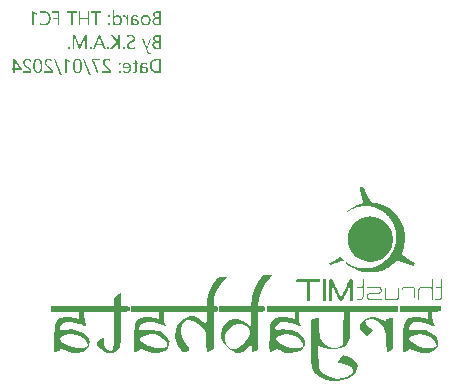
<source format=gbr>
%TF.GenerationSoftware,KiCad,Pcbnew,7.0.7*%
%TF.CreationDate,2024-04-01T01:38:16+05:30*%
%TF.ProjectId,FC_THT_STACK,46435f54-4854-45f5-9354-41434b2e6b69,rev?*%
%TF.SameCoordinates,Original*%
%TF.FileFunction,Legend,Bot*%
%TF.FilePolarity,Positive*%
%FSLAX46Y46*%
G04 Gerber Fmt 4.6, Leading zero omitted, Abs format (unit mm)*
G04 Created by KiCad (PCBNEW 7.0.7) date 2024-04-01 01:38:16*
%MOMM*%
%LPD*%
G01*
G04 APERTURE LIST*
%ADD10C,0.150000*%
G04 APERTURE END LIST*
D10*
G36*
X111681154Y-58552800D02*
G01*
X111336772Y-58552800D01*
X111316259Y-58552433D01*
X111296192Y-58551334D01*
X111276572Y-58549502D01*
X111257399Y-58546938D01*
X111238672Y-58543640D01*
X111220392Y-58539610D01*
X111202558Y-58534848D01*
X111185170Y-58529352D01*
X111168229Y-58523124D01*
X111151735Y-58516163D01*
X111135687Y-58508469D01*
X111120086Y-58500043D01*
X111104931Y-58490884D01*
X111090222Y-58480992D01*
X111075960Y-58470368D01*
X111062145Y-58459010D01*
X111048978Y-58447024D01*
X111036660Y-58434587D01*
X111025192Y-58421699D01*
X111014573Y-58408360D01*
X111004803Y-58394570D01*
X110995884Y-58380329D01*
X110987813Y-58365637D01*
X110980592Y-58350493D01*
X110974221Y-58334899D01*
X110968699Y-58318853D01*
X110964027Y-58302356D01*
X110960204Y-58285409D01*
X110957231Y-58268010D01*
X110955107Y-58250160D01*
X110953833Y-58231859D01*
X110953408Y-58213107D01*
X110953441Y-58211348D01*
X111098488Y-58211348D01*
X111098554Y-58217589D01*
X111099078Y-58229821D01*
X111100127Y-58241719D01*
X111102683Y-58258939D01*
X111106419Y-58275406D01*
X111111335Y-58291122D01*
X111117431Y-58306085D01*
X111124706Y-58320296D01*
X111133162Y-58333754D01*
X111142797Y-58346461D01*
X111153612Y-58358415D01*
X111165606Y-58369617D01*
X111169855Y-58373170D01*
X111183247Y-58383150D01*
X111197607Y-58392115D01*
X111212936Y-58400066D01*
X111223693Y-58404802D01*
X111234881Y-58409087D01*
X111246500Y-58412922D01*
X111258548Y-58416305D01*
X111271028Y-58419237D01*
X111283937Y-58421718D01*
X111297278Y-58423748D01*
X111311048Y-58425326D01*
X111325250Y-58426454D01*
X111339881Y-58427131D01*
X111354943Y-58427356D01*
X111542815Y-58427356D01*
X111542815Y-58002081D01*
X111383666Y-58002081D01*
X111366121Y-58002285D01*
X111349133Y-58002898D01*
X111332702Y-58003920D01*
X111316828Y-58005351D01*
X111301511Y-58007190D01*
X111286750Y-58009438D01*
X111272547Y-58012094D01*
X111258901Y-58015160D01*
X111245812Y-58018634D01*
X111233280Y-58022517D01*
X111221304Y-58026809D01*
X111209886Y-58031509D01*
X111188720Y-58042136D01*
X111169783Y-58054398D01*
X111153073Y-58068294D01*
X111138592Y-58083826D01*
X111126338Y-58100992D01*
X111116312Y-58119794D01*
X111108514Y-58140230D01*
X111102944Y-58162301D01*
X111100995Y-58173950D01*
X111099602Y-58186007D01*
X111098767Y-58198473D01*
X111098488Y-58211348D01*
X110953441Y-58211348D01*
X110953689Y-58198044D01*
X110954530Y-58183339D01*
X110955933Y-58168992D01*
X110957896Y-58155001D01*
X110960421Y-58141368D01*
X110963506Y-58128092D01*
X110967153Y-58115173D01*
X110971360Y-58102611D01*
X110976128Y-58090407D01*
X110981458Y-58078559D01*
X110987348Y-58067069D01*
X110993800Y-58055936D01*
X111000812Y-58045161D01*
X111008386Y-58034742D01*
X111016520Y-58024681D01*
X111025216Y-58014977D01*
X111034343Y-58005659D01*
X111043845Y-57996828D01*
X111053723Y-57988485D01*
X111063977Y-57980630D01*
X111074606Y-57973263D01*
X111085611Y-57966383D01*
X111096991Y-57959991D01*
X111108747Y-57954087D01*
X111120878Y-57948671D01*
X111133385Y-57943742D01*
X111146267Y-57939301D01*
X111159525Y-57935347D01*
X111173158Y-57931882D01*
X111187167Y-57928904D01*
X111201551Y-57926414D01*
X111216311Y-57924412D01*
X111216311Y-57921187D01*
X111210379Y-57919186D01*
X111198757Y-57914931D01*
X111187454Y-57910343D01*
X111176472Y-57905420D01*
X111165811Y-57900162D01*
X111155471Y-57894571D01*
X111140561Y-57885556D01*
X111126372Y-57875790D01*
X111112905Y-57865271D01*
X111100159Y-57854000D01*
X111088134Y-57841977D01*
X111076831Y-57829202D01*
X111066248Y-57815675D01*
X111062894Y-57811015D01*
X111053471Y-57796729D01*
X111045007Y-57781985D01*
X111037500Y-57766782D01*
X111030952Y-57751121D01*
X111025362Y-57735001D01*
X111020730Y-57718423D01*
X111017057Y-57701386D01*
X111015141Y-57689774D01*
X111013650Y-57677957D01*
X111012816Y-57668543D01*
X111156814Y-57668543D01*
X111156877Y-57674727D01*
X111157388Y-57686833D01*
X111158409Y-57698589D01*
X111160899Y-57715566D01*
X111164537Y-57731754D01*
X111169324Y-57747154D01*
X111175260Y-57761766D01*
X111182345Y-57775590D01*
X111190578Y-57788625D01*
X111199961Y-57800872D01*
X111210493Y-57812331D01*
X111222173Y-57823002D01*
X111226287Y-57826356D01*
X111239200Y-57835779D01*
X111252968Y-57844244D01*
X111267591Y-57851750D01*
X111283069Y-57858298D01*
X111299403Y-57863888D01*
X111310767Y-57867082D01*
X111322511Y-57869851D01*
X111334635Y-57872193D01*
X111347140Y-57874110D01*
X111360024Y-57875600D01*
X111373289Y-57876665D01*
X111386934Y-57877304D01*
X111400959Y-57877517D01*
X111542815Y-57877517D01*
X111542815Y-57496498D01*
X111383666Y-57496498D01*
X111369710Y-57496666D01*
X111356196Y-57497170D01*
X111343125Y-57498010D01*
X111330498Y-57499186D01*
X111318313Y-57500698D01*
X111306572Y-57502546D01*
X111284418Y-57507251D01*
X111264037Y-57513299D01*
X111245428Y-57520692D01*
X111228591Y-57529428D01*
X111213527Y-57539509D01*
X111200235Y-57550934D01*
X111188715Y-57563703D01*
X111178967Y-57577816D01*
X111170992Y-57593273D01*
X111164789Y-57610074D01*
X111160358Y-57628220D01*
X111157700Y-57647709D01*
X111156814Y-57668543D01*
X111012816Y-57668543D01*
X111012585Y-57665937D01*
X111011946Y-57653713D01*
X111011733Y-57641285D01*
X111012085Y-57626406D01*
X111013139Y-57611884D01*
X111014897Y-57597720D01*
X111017357Y-57583913D01*
X111020520Y-57570462D01*
X111024387Y-57557369D01*
X111028956Y-57544634D01*
X111034228Y-57532255D01*
X111040203Y-57520234D01*
X111046881Y-57508570D01*
X111054263Y-57497263D01*
X111062347Y-57486313D01*
X111071134Y-57475721D01*
X111080624Y-57465485D01*
X111090817Y-57455607D01*
X111101712Y-57446086D01*
X111113172Y-57437000D01*
X111125128Y-57428501D01*
X111137581Y-57420587D01*
X111150530Y-57413260D01*
X111163977Y-57406519D01*
X111177921Y-57400364D01*
X111192361Y-57394795D01*
X111207299Y-57389813D01*
X111222733Y-57385416D01*
X111238664Y-57381606D01*
X111255092Y-57378382D01*
X111272017Y-57375744D01*
X111289439Y-57373693D01*
X111307357Y-57372227D01*
X111325773Y-57371348D01*
X111344685Y-57371055D01*
X111681154Y-57371055D01*
X111681154Y-58552800D01*
G37*
G36*
X110376580Y-57690055D02*
G01*
X110388706Y-57690404D01*
X110400673Y-57690987D01*
X110412480Y-57691802D01*
X110435619Y-57694132D01*
X110458120Y-57697394D01*
X110479985Y-57701588D01*
X110501214Y-57706713D01*
X110521806Y-57712771D01*
X110541761Y-57719760D01*
X110561080Y-57727682D01*
X110579762Y-57736535D01*
X110597808Y-57746321D01*
X110615217Y-57757038D01*
X110631990Y-57768687D01*
X110648126Y-57781268D01*
X110663625Y-57794782D01*
X110678488Y-57809227D01*
X110692543Y-57824501D01*
X110705691Y-57840500D01*
X110717932Y-57857226D01*
X110729266Y-57874678D01*
X110739694Y-57892855D01*
X110749215Y-57911758D01*
X110757829Y-57931387D01*
X110765537Y-57951742D01*
X110772337Y-57972823D01*
X110778231Y-57994630D01*
X110783218Y-58017162D01*
X110785372Y-58028701D01*
X110787299Y-58040421D01*
X110788999Y-58052322D01*
X110790472Y-58064405D01*
X110791719Y-58076669D01*
X110792739Y-58089115D01*
X110793533Y-58101742D01*
X110794099Y-58114551D01*
X110794439Y-58127541D01*
X110794553Y-58140713D01*
X110794444Y-58152820D01*
X110794116Y-58164776D01*
X110792808Y-58188240D01*
X110790627Y-58211103D01*
X110787573Y-58233366D01*
X110783648Y-58255030D01*
X110778849Y-58276094D01*
X110773179Y-58296557D01*
X110766636Y-58316421D01*
X110759220Y-58335685D01*
X110750932Y-58354349D01*
X110741772Y-58372413D01*
X110731739Y-58389877D01*
X110720834Y-58406742D01*
X110709057Y-58423006D01*
X110696407Y-58438670D01*
X110682885Y-58453735D01*
X110668631Y-58468002D01*
X110653786Y-58481349D01*
X110638351Y-58493776D01*
X110622325Y-58505282D01*
X110605708Y-58515868D01*
X110588500Y-58525533D01*
X110570702Y-58534277D01*
X110552313Y-58542102D01*
X110533333Y-58549005D01*
X110513762Y-58554989D01*
X110493600Y-58560051D01*
X110472848Y-58564193D01*
X110451505Y-58567415D01*
X110429571Y-58569716D01*
X110407047Y-58571097D01*
X110383932Y-58571557D01*
X110372009Y-58571439D01*
X110360239Y-58571083D01*
X110337156Y-58569661D01*
X110314682Y-58567291D01*
X110292817Y-58563974D01*
X110271561Y-58559708D01*
X110250914Y-58554494D01*
X110230876Y-58548332D01*
X110211447Y-58541222D01*
X110192628Y-58533165D01*
X110174417Y-58524159D01*
X110156815Y-58514205D01*
X110139823Y-58503304D01*
X110123440Y-58491454D01*
X110107665Y-58478657D01*
X110092500Y-58464911D01*
X110077944Y-58450218D01*
X110064102Y-58434737D01*
X110051154Y-58418632D01*
X110039098Y-58401902D01*
X110027935Y-58384547D01*
X110017666Y-58366566D01*
X110008289Y-58347961D01*
X109999805Y-58328730D01*
X109992215Y-58308874D01*
X109985517Y-58288393D01*
X109979713Y-58267287D01*
X109974801Y-58245556D01*
X109970783Y-58223200D01*
X109967657Y-58200219D01*
X109966429Y-58188493D01*
X109965424Y-58176612D01*
X109964643Y-58164574D01*
X109964085Y-58152381D01*
X109963750Y-58140030D01*
X109963683Y-58132506D01*
X110101978Y-58132506D01*
X110102254Y-58151719D01*
X110103081Y-58170375D01*
X110104461Y-58188474D01*
X110106392Y-58206017D01*
X110108876Y-58223004D01*
X110111911Y-58239434D01*
X110115498Y-58255308D01*
X110119636Y-58270626D01*
X110124327Y-58285387D01*
X110129569Y-58299591D01*
X110135364Y-58313240D01*
X110141710Y-58326331D01*
X110148608Y-58338867D01*
X110156058Y-58350846D01*
X110164059Y-58362268D01*
X110172613Y-58373134D01*
X110181642Y-58383392D01*
X110191146Y-58392987D01*
X110201124Y-58401920D01*
X110211575Y-58410192D01*
X110222501Y-58417802D01*
X110233901Y-58424751D01*
X110245774Y-58431037D01*
X110258122Y-58436662D01*
X110270944Y-58441625D01*
X110284239Y-58445926D01*
X110298009Y-58449566D01*
X110312252Y-58452544D01*
X110326970Y-58454860D01*
X110342161Y-58456514D01*
X110357827Y-58457507D01*
X110373966Y-58457838D01*
X110389847Y-58457501D01*
X110405323Y-58456491D01*
X110420393Y-58454809D01*
X110435058Y-58452452D01*
X110449317Y-58449423D01*
X110463172Y-58445720D01*
X110476621Y-58441345D01*
X110489664Y-58436296D01*
X110502303Y-58430574D01*
X110514536Y-58424178D01*
X110526364Y-58417110D01*
X110537786Y-58409368D01*
X110548803Y-58400953D01*
X110559415Y-58391865D01*
X110569622Y-58382104D01*
X110579424Y-58371669D01*
X110588687Y-58360615D01*
X110597352Y-58349069D01*
X110605420Y-58337030D01*
X110612891Y-58324500D01*
X110619764Y-58311476D01*
X110626039Y-58297961D01*
X110631716Y-58283953D01*
X110636796Y-58269453D01*
X110641278Y-58254461D01*
X110645163Y-58238976D01*
X110648450Y-58223000D01*
X110651139Y-58206530D01*
X110653231Y-58189569D01*
X110654725Y-58172115D01*
X110655622Y-58154169D01*
X110655920Y-58135730D01*
X110655624Y-58116575D01*
X110654734Y-58097945D01*
X110653252Y-58079838D01*
X110651176Y-58062256D01*
X110648507Y-58045198D01*
X110645245Y-58028665D01*
X110641391Y-58012656D01*
X110636943Y-57997171D01*
X110631902Y-57982211D01*
X110626268Y-57967775D01*
X110620041Y-57953864D01*
X110613221Y-57940477D01*
X110605807Y-57927614D01*
X110597801Y-57915275D01*
X110589202Y-57903461D01*
X110580010Y-57892171D01*
X110570309Y-57881453D01*
X110560185Y-57871426D01*
X110549637Y-57862091D01*
X110538665Y-57853447D01*
X110527270Y-57845494D01*
X110515452Y-57838233D01*
X110503209Y-57831664D01*
X110490544Y-57825786D01*
X110477454Y-57820600D01*
X110463941Y-57816105D01*
X110450004Y-57812302D01*
X110435644Y-57809190D01*
X110420860Y-57806770D01*
X110405652Y-57805041D01*
X110390021Y-57804004D01*
X110373966Y-57803658D01*
X110357827Y-57803992D01*
X110342161Y-57804995D01*
X110326970Y-57806667D01*
X110312252Y-57809007D01*
X110298009Y-57812016D01*
X110284239Y-57815693D01*
X110270944Y-57820039D01*
X110258122Y-57825054D01*
X110245774Y-57830737D01*
X110233901Y-57837089D01*
X110222501Y-57844109D01*
X110211575Y-57851798D01*
X110201124Y-57860156D01*
X110191146Y-57869182D01*
X110181642Y-57878877D01*
X110172613Y-57889241D01*
X110164059Y-57900186D01*
X110156058Y-57911699D01*
X110148608Y-57923780D01*
X110141710Y-57936428D01*
X110135364Y-57949645D01*
X110129569Y-57963429D01*
X110124327Y-57977782D01*
X110119636Y-57992702D01*
X110115498Y-58008190D01*
X110111911Y-58024246D01*
X110108876Y-58040870D01*
X110106392Y-58058061D01*
X110104461Y-58075821D01*
X110103081Y-58094148D01*
X110102254Y-58113043D01*
X110101978Y-58132506D01*
X109963683Y-58132506D01*
X109963638Y-58127524D01*
X109963742Y-58114752D01*
X109964053Y-58102157D01*
X109964571Y-58089737D01*
X109965296Y-58077492D01*
X109966229Y-58065424D01*
X109967368Y-58053531D01*
X109970270Y-58030272D01*
X109974000Y-58007717D01*
X109978559Y-57985865D01*
X109983946Y-57964715D01*
X109990163Y-57944268D01*
X109997209Y-57924525D01*
X110005083Y-57905484D01*
X110013787Y-57887147D01*
X110023319Y-57869512D01*
X110033680Y-57852580D01*
X110044871Y-57836351D01*
X110056890Y-57820825D01*
X110069738Y-57806003D01*
X110083287Y-57791948D01*
X110097485Y-57778800D01*
X110112331Y-57766559D01*
X110127825Y-57755224D01*
X110143966Y-57744797D01*
X110160756Y-57735276D01*
X110178194Y-57726662D01*
X110196280Y-57718954D01*
X110215014Y-57712154D01*
X110234395Y-57706260D01*
X110254425Y-57701273D01*
X110275103Y-57697192D01*
X110296429Y-57694019D01*
X110318403Y-57691752D01*
X110341025Y-57690392D01*
X110364294Y-57689938D01*
X110376580Y-57690055D01*
G37*
G36*
X109466774Y-57690258D02*
G01*
X109486628Y-57691216D01*
X109506186Y-57692813D01*
X109525448Y-57695049D01*
X109544416Y-57697924D01*
X109563088Y-57701438D01*
X109581464Y-57705590D01*
X109599546Y-57710381D01*
X109617331Y-57715812D01*
X109634822Y-57721881D01*
X109652017Y-57728589D01*
X109668917Y-57735935D01*
X109685521Y-57743921D01*
X109701830Y-57752545D01*
X109717844Y-57761809D01*
X109733562Y-57771711D01*
X109733562Y-57915033D01*
X109718095Y-57901546D01*
X109702398Y-57888929D01*
X109686469Y-57877183D01*
X109670309Y-57866306D01*
X109653918Y-57856300D01*
X109637295Y-57847164D01*
X109620441Y-57838898D01*
X109603356Y-57831502D01*
X109586039Y-57824976D01*
X109568492Y-57819320D01*
X109550713Y-57814534D01*
X109532702Y-57810619D01*
X109514461Y-57807573D01*
X109495988Y-57805398D01*
X109477284Y-57804093D01*
X109458349Y-57803658D01*
X109447638Y-57803858D01*
X109427236Y-57805461D01*
X109408194Y-57808667D01*
X109390512Y-57813475D01*
X109374191Y-57819887D01*
X109359230Y-57827901D01*
X109345628Y-57837518D01*
X109333387Y-57848738D01*
X109322506Y-57861561D01*
X109312985Y-57875986D01*
X109304824Y-57892015D01*
X109298024Y-57909646D01*
X109292583Y-57928880D01*
X109288503Y-57949717D01*
X109285783Y-57972157D01*
X109284933Y-57983978D01*
X109284423Y-57996199D01*
X109284253Y-58008822D01*
X109537190Y-58044872D01*
X109554339Y-58047523D01*
X109570943Y-58050566D01*
X109587003Y-58054001D01*
X109602518Y-58057828D01*
X109617489Y-58062047D01*
X109631915Y-58066658D01*
X109645797Y-58071662D01*
X109659135Y-58077057D01*
X109671928Y-58082845D01*
X109684177Y-58089025D01*
X109695881Y-58095597D01*
X109707041Y-58102561D01*
X109717657Y-58109917D01*
X109727728Y-58117665D01*
X109737255Y-58125806D01*
X109746238Y-58134338D01*
X109754676Y-58143263D01*
X109762570Y-58152580D01*
X109769919Y-58162289D01*
X109776724Y-58172390D01*
X109782985Y-58182883D01*
X109788701Y-58193768D01*
X109793872Y-58205046D01*
X109798500Y-58216715D01*
X109802583Y-58228777D01*
X109806121Y-58241231D01*
X109809115Y-58254077D01*
X109811565Y-58267315D01*
X109813471Y-58280945D01*
X109814832Y-58294967D01*
X109815648Y-58309382D01*
X109815920Y-58324188D01*
X109815642Y-58338010D01*
X109814808Y-58351487D01*
X109813416Y-58364618D01*
X109811469Y-58377403D01*
X109808965Y-58389842D01*
X109805905Y-58401935D01*
X109802288Y-58413683D01*
X109798115Y-58425085D01*
X109793386Y-58436141D01*
X109788100Y-58446852D01*
X109782257Y-58457216D01*
X109775858Y-58467235D01*
X109768903Y-58476908D01*
X109761392Y-58486236D01*
X109753324Y-58495217D01*
X109744699Y-58503853D01*
X109735547Y-58512052D01*
X109725969Y-58519721D01*
X109715965Y-58526862D01*
X109705535Y-58533474D01*
X109694679Y-58539557D01*
X109683397Y-58545110D01*
X109671690Y-58550135D01*
X109659556Y-58554631D01*
X109646997Y-58558598D01*
X109634011Y-58562036D01*
X109620600Y-58564946D01*
X109606763Y-58567326D01*
X109592500Y-58569177D01*
X109577811Y-58570499D01*
X109562696Y-58571293D01*
X109547156Y-58571557D01*
X109526048Y-58570965D01*
X109505592Y-58569190D01*
X109485785Y-58566230D01*
X109466629Y-58562087D01*
X109448123Y-58556760D01*
X109430267Y-58550249D01*
X109413062Y-58542554D01*
X109396507Y-58533675D01*
X109380602Y-58523613D01*
X109365347Y-58512367D01*
X109350743Y-58499937D01*
X109336789Y-58486323D01*
X109323486Y-58471525D01*
X109310832Y-58455544D01*
X109298829Y-58438378D01*
X109287477Y-58420029D01*
X109284253Y-58420029D01*
X109284253Y-58552800D01*
X109149137Y-58552800D01*
X109149137Y-58116679D01*
X109284253Y-58116679D01*
X109284253Y-58202848D01*
X109284509Y-58216511D01*
X109285278Y-58229877D01*
X109286561Y-58242945D01*
X109288356Y-58255715D01*
X109290664Y-58268187D01*
X109293485Y-58280362D01*
X109296819Y-58292239D01*
X109300666Y-58303818D01*
X109305025Y-58315100D01*
X109309898Y-58326084D01*
X109315284Y-58336771D01*
X109321182Y-58347159D01*
X109327593Y-58357250D01*
X109334518Y-58367044D01*
X109341955Y-58376539D01*
X109349905Y-58385737D01*
X109354024Y-58390173D01*
X109362469Y-58398623D01*
X109375651Y-58410240D01*
X109389452Y-58420591D01*
X109403870Y-58429674D01*
X109418907Y-58437489D01*
X109434563Y-58444037D01*
X109450836Y-58449318D01*
X109467728Y-58453332D01*
X109479332Y-58455303D01*
X109491212Y-58456711D01*
X109503366Y-58457556D01*
X109515795Y-58457838D01*
X109520346Y-58457799D01*
X109533660Y-58457210D01*
X109546463Y-58455916D01*
X109558757Y-58453917D01*
X109570540Y-58451211D01*
X109581814Y-58447800D01*
X109596051Y-58442153D01*
X109609383Y-58435252D01*
X109621807Y-58427095D01*
X109633324Y-58417684D01*
X109643628Y-58407284D01*
X109652559Y-58396160D01*
X109660115Y-58384313D01*
X109666297Y-58371742D01*
X109671106Y-58358448D01*
X109674540Y-58344430D01*
X109676601Y-58329688D01*
X109677288Y-58314223D01*
X109677102Y-58303549D01*
X109676122Y-58288316D01*
X109674302Y-58274015D01*
X109671643Y-58260646D01*
X109668144Y-58248210D01*
X109663805Y-58236706D01*
X109658626Y-58226135D01*
X109650415Y-58213491D01*
X109640711Y-58202505D01*
X109629514Y-58193176D01*
X109626483Y-58191053D01*
X109613454Y-58182968D01*
X109602733Y-58177331D01*
X109591198Y-58172060D01*
X109578848Y-58167154D01*
X109565685Y-58162614D01*
X109551708Y-58158440D01*
X109536916Y-58154632D01*
X109521311Y-58151190D01*
X109504891Y-58148113D01*
X109487658Y-58145402D01*
X109284253Y-58116679D01*
X109149137Y-58116679D01*
X109149137Y-58004425D01*
X109149428Y-57985077D01*
X109150299Y-57966343D01*
X109151752Y-57948223D01*
X109153786Y-57930718D01*
X109156400Y-57913826D01*
X109159596Y-57897549D01*
X109163373Y-57881886D01*
X109167730Y-57866837D01*
X109172669Y-57852403D01*
X109178189Y-57838583D01*
X109184290Y-57825377D01*
X109190972Y-57812785D01*
X109198234Y-57800807D01*
X109206078Y-57789444D01*
X109214503Y-57778695D01*
X109223509Y-57768560D01*
X109233096Y-57759040D01*
X109243264Y-57750133D01*
X109254013Y-57741841D01*
X109265344Y-57734163D01*
X109277255Y-57727099D01*
X109289747Y-57720650D01*
X109302820Y-57714815D01*
X109316474Y-57709594D01*
X109330710Y-57704987D01*
X109345526Y-57700995D01*
X109360923Y-57697616D01*
X109376901Y-57694852D01*
X109393461Y-57692702D01*
X109410601Y-57691167D01*
X109428323Y-57690245D01*
X109446625Y-57689938D01*
X109466774Y-57690258D01*
G37*
G36*
X108458321Y-57840001D02*
G01*
X108470169Y-57834597D01*
X108483549Y-57830109D01*
X108495355Y-57827178D01*
X108508141Y-57824834D01*
X108521907Y-57823075D01*
X108536653Y-57821903D01*
X108552379Y-57821317D01*
X108560610Y-57821243D01*
X108576574Y-57821959D01*
X108592044Y-57824108D01*
X108607019Y-57827688D01*
X108621500Y-57832701D01*
X108635486Y-57839147D01*
X108648977Y-57847024D01*
X108661974Y-57856334D01*
X108674476Y-57867075D01*
X108686483Y-57879250D01*
X108694214Y-57888161D01*
X108701724Y-57897710D01*
X108705397Y-57902723D01*
X108712424Y-57913102D01*
X108718998Y-57923944D01*
X108725119Y-57935249D01*
X108730786Y-57947016D01*
X108736000Y-57959246D01*
X108740760Y-57971938D01*
X108745067Y-57985093D01*
X108748921Y-57998710D01*
X108752321Y-58012790D01*
X108755268Y-58027332D01*
X108757762Y-58042337D01*
X108759802Y-58057805D01*
X108761389Y-58073735D01*
X108762522Y-58090127D01*
X108763202Y-58106982D01*
X108763429Y-58124300D01*
X108763429Y-58552800D01*
X108898544Y-58552800D01*
X108898544Y-57708696D01*
X108763429Y-57708696D01*
X108763429Y-57885430D01*
X108760205Y-57885430D01*
X108756460Y-57874049D01*
X108752479Y-57862986D01*
X108746066Y-57846988D01*
X108739122Y-57831706D01*
X108731647Y-57817141D01*
X108723642Y-57803291D01*
X108715106Y-57790158D01*
X108706039Y-57777741D01*
X108696442Y-57766040D01*
X108686314Y-57755055D01*
X108675655Y-57744786D01*
X108671985Y-57741522D01*
X108660708Y-57732304D01*
X108649189Y-57723992D01*
X108637428Y-57716587D01*
X108625424Y-57710088D01*
X108613179Y-57704497D01*
X108600691Y-57699812D01*
X108587961Y-57696034D01*
X108574990Y-57693162D01*
X108561776Y-57691198D01*
X108548319Y-57690140D01*
X108539214Y-57689938D01*
X108526410Y-57690117D01*
X108514375Y-57690653D01*
X108500413Y-57691825D01*
X108487653Y-57693555D01*
X108476095Y-57695843D01*
X108463813Y-57699326D01*
X108458321Y-57701369D01*
X108458321Y-57840001D01*
G37*
G36*
X107729403Y-57826519D02*
G01*
X107732627Y-57826519D01*
X107742889Y-57809980D01*
X107753894Y-57794508D01*
X107765641Y-57780103D01*
X107778129Y-57766765D01*
X107791359Y-57754494D01*
X107805332Y-57743290D01*
X107820046Y-57733153D01*
X107835502Y-57724084D01*
X107851700Y-57716081D01*
X107868639Y-57709145D01*
X107886321Y-57703276D01*
X107904745Y-57698475D01*
X107923910Y-57694740D01*
X107943817Y-57692072D01*
X107964466Y-57690472D01*
X107985858Y-57689938D01*
X108007529Y-57690431D01*
X108028653Y-57691908D01*
X108049231Y-57694369D01*
X108069260Y-57697815D01*
X108088743Y-57702246D01*
X108107678Y-57707661D01*
X108126066Y-57714061D01*
X108143907Y-57721446D01*
X108161201Y-57729815D01*
X108177947Y-57739169D01*
X108194146Y-57749507D01*
X108209798Y-57760830D01*
X108224902Y-57773137D01*
X108239459Y-57786430D01*
X108253469Y-57800706D01*
X108266932Y-57815968D01*
X108273424Y-57823907D01*
X108285789Y-57840272D01*
X108297329Y-57857285D01*
X108308045Y-57874946D01*
X108317937Y-57893255D01*
X108327005Y-57912212D01*
X108335248Y-57931817D01*
X108342667Y-57952071D01*
X108349261Y-57972972D01*
X108355031Y-57994521D01*
X108359977Y-58016718D01*
X108364099Y-58039563D01*
X108365851Y-58051228D01*
X108367396Y-58063056D01*
X108368736Y-58075046D01*
X108369869Y-58087197D01*
X108370796Y-58099511D01*
X108371518Y-58111986D01*
X108372033Y-58124624D01*
X108372342Y-58137423D01*
X108372445Y-58150385D01*
X108372352Y-58162487D01*
X108372073Y-58174429D01*
X108370957Y-58197834D01*
X108369096Y-58220600D01*
X108366492Y-58242727D01*
X108363143Y-58264216D01*
X108359050Y-58285065D01*
X108354213Y-58305276D01*
X108348631Y-58324848D01*
X108342306Y-58343781D01*
X108335236Y-58362075D01*
X108327422Y-58379730D01*
X108318864Y-58396747D01*
X108309562Y-58413124D01*
X108299516Y-58428863D01*
X108288725Y-58443963D01*
X108277190Y-58458424D01*
X108265034Y-58472124D01*
X108252378Y-58484940D01*
X108239224Y-58496872D01*
X108225570Y-58507920D01*
X108211417Y-58518084D01*
X108196764Y-58527365D01*
X108181613Y-58535761D01*
X108165962Y-58543274D01*
X108149812Y-58549903D01*
X108133163Y-58555648D01*
X108116015Y-58560509D01*
X108098368Y-58564487D01*
X108080222Y-58567580D01*
X108061576Y-58569790D01*
X108042431Y-58571115D01*
X108022787Y-58571557D01*
X108010632Y-58571398D01*
X107998676Y-58570921D01*
X107975361Y-58569011D01*
X107952844Y-58565828D01*
X107931123Y-58561372D01*
X107910199Y-58555643D01*
X107890072Y-58548641D01*
X107870741Y-58540366D01*
X107852208Y-58530818D01*
X107834471Y-58519996D01*
X107817531Y-58507902D01*
X107801389Y-58494534D01*
X107786042Y-58479893D01*
X107771493Y-58463979D01*
X107757741Y-58446792D01*
X107744785Y-58428332D01*
X107732627Y-58408599D01*
X107729403Y-58408599D01*
X107729403Y-58552800D01*
X107594287Y-58552800D01*
X107594287Y-58170901D01*
X107729403Y-58170901D01*
X107729678Y-58186268D01*
X107730506Y-58201300D01*
X107731886Y-58215999D01*
X107733817Y-58230362D01*
X107736301Y-58244392D01*
X107739336Y-58258087D01*
X107742923Y-58271448D01*
X107747061Y-58284474D01*
X107751752Y-58297167D01*
X107756994Y-58309524D01*
X107762789Y-58321548D01*
X107769135Y-58333237D01*
X107776033Y-58344592D01*
X107783483Y-58355613D01*
X107791484Y-58366299D01*
X107800038Y-58376652D01*
X107808996Y-58386483D01*
X107818287Y-58395680D01*
X107827910Y-58404242D01*
X107837865Y-58412171D01*
X107848152Y-58419465D01*
X107858770Y-58426124D01*
X107869721Y-58432150D01*
X107881004Y-58437541D01*
X107892619Y-58442298D01*
X107904566Y-58446421D01*
X107916845Y-58449910D01*
X107929456Y-58452764D01*
X107942399Y-58454984D01*
X107955674Y-58456569D01*
X107969281Y-58457521D01*
X107983220Y-58457838D01*
X107997363Y-58457509D01*
X108011141Y-58456524D01*
X108024556Y-58454881D01*
X108037607Y-58452581D01*
X108050293Y-58449623D01*
X108062615Y-58446009D01*
X108074574Y-58441737D01*
X108086168Y-58436809D01*
X108097398Y-58431223D01*
X108108264Y-58424980D01*
X108118767Y-58418079D01*
X108128904Y-58410522D01*
X108138678Y-58402307D01*
X108148088Y-58393436D01*
X108157134Y-58383907D01*
X108165816Y-58373721D01*
X108174050Y-58362931D01*
X108181753Y-58351666D01*
X108188924Y-58339924D01*
X108195564Y-58327705D01*
X108201674Y-58315011D01*
X108207251Y-58301840D01*
X108212298Y-58288193D01*
X108216814Y-58274070D01*
X108220798Y-58259470D01*
X108224251Y-58244394D01*
X108227173Y-58228842D01*
X108229563Y-58212813D01*
X108231422Y-58196309D01*
X108232750Y-58179328D01*
X108233547Y-58161871D01*
X108233813Y-58143937D01*
X108233536Y-58124277D01*
X108232705Y-58105157D01*
X108231319Y-58086578D01*
X108229380Y-58068539D01*
X108226886Y-58051041D01*
X108223839Y-58034083D01*
X108220237Y-58017665D01*
X108216081Y-58001788D01*
X108211371Y-57986451D01*
X108206107Y-57971654D01*
X108200288Y-57957398D01*
X108193916Y-57943682D01*
X108186989Y-57930507D01*
X108179509Y-57917872D01*
X108171474Y-57905777D01*
X108162885Y-57894223D01*
X108153814Y-57883256D01*
X108144333Y-57872997D01*
X108134442Y-57863445D01*
X108124142Y-57854601D01*
X108113431Y-57846464D01*
X108102311Y-57839035D01*
X108090781Y-57832313D01*
X108078841Y-57826299D01*
X108066491Y-57820993D01*
X108053731Y-57816394D01*
X108040561Y-57812502D01*
X108026982Y-57809318D01*
X108012993Y-57806842D01*
X107998593Y-57805073D01*
X107983784Y-57804012D01*
X107968565Y-57803658D01*
X107962098Y-57803727D01*
X107949378Y-57804279D01*
X107936945Y-57805382D01*
X107924798Y-57807038D01*
X107912936Y-57809245D01*
X107901362Y-57812004D01*
X107884536Y-57817178D01*
X107868355Y-57823593D01*
X107852817Y-57831250D01*
X107837923Y-57840148D01*
X107823674Y-57850288D01*
X107814532Y-57857738D01*
X107805676Y-57865739D01*
X107797107Y-57874293D01*
X107788908Y-57883245D01*
X107781239Y-57892442D01*
X107774098Y-57901884D01*
X107767486Y-57911570D01*
X107758560Y-57926560D01*
X107750825Y-57942101D01*
X107744279Y-57958193D01*
X107738923Y-57974837D01*
X107736014Y-57986239D01*
X107733634Y-57997886D01*
X107731783Y-58009778D01*
X107730460Y-58021915D01*
X107729667Y-58034297D01*
X107729403Y-58046924D01*
X107729403Y-58170901D01*
X107594287Y-58170901D01*
X107594287Y-57296024D01*
X107729403Y-57296024D01*
X107729403Y-57826519D01*
G37*
G36*
X107279507Y-57877517D02*
G01*
X107293304Y-57876538D01*
X107306339Y-57873601D01*
X107318611Y-57868707D01*
X107330120Y-57861855D01*
X107340868Y-57853045D01*
X107344280Y-57849673D01*
X107351964Y-57840700D01*
X107359465Y-57829215D01*
X107365091Y-57816946D01*
X107368842Y-57803894D01*
X107370717Y-57790059D01*
X107370952Y-57782848D01*
X107370301Y-57771045D01*
X107367800Y-57757636D01*
X107363424Y-57745051D01*
X107357173Y-57733291D01*
X107349047Y-57722355D01*
X107344280Y-57717196D01*
X107333788Y-57707933D01*
X107322532Y-57700586D01*
X107310514Y-57695156D01*
X107297734Y-57691642D01*
X107284191Y-57690045D01*
X107279507Y-57689938D01*
X107267696Y-57690604D01*
X107254260Y-57693159D01*
X107241627Y-57697631D01*
X107229798Y-57704020D01*
X107218773Y-57712325D01*
X107213562Y-57717196D01*
X107205709Y-57725908D01*
X107198043Y-57737119D01*
X107192293Y-57749154D01*
X107188460Y-57762014D01*
X107186544Y-57775697D01*
X107186304Y-57782848D01*
X107186970Y-57794758D01*
X107189525Y-57808332D01*
X107193997Y-57821123D01*
X107200385Y-57833130D01*
X107208690Y-57844355D01*
X107213562Y-57849673D01*
X107222359Y-57857695D01*
X107233652Y-57865526D01*
X107245749Y-57871399D01*
X107258649Y-57875314D01*
X107272354Y-57877272D01*
X107279507Y-57877517D01*
G37*
G36*
X107279507Y-58571557D02*
G01*
X107293304Y-58570589D01*
X107306339Y-58567683D01*
X107318611Y-58562840D01*
X107330120Y-58556060D01*
X107340868Y-58547343D01*
X107344280Y-58544007D01*
X107351964Y-58535132D01*
X107359465Y-58523784D01*
X107365091Y-58511674D01*
X107368842Y-58498801D01*
X107370717Y-58485165D01*
X107370952Y-58478061D01*
X107370014Y-58464134D01*
X107367201Y-58450927D01*
X107362513Y-58438442D01*
X107355949Y-58426679D01*
X107347510Y-58415636D01*
X107344280Y-58412116D01*
X107335589Y-58404010D01*
X107324461Y-58396096D01*
X107312570Y-58390161D01*
X107299917Y-58386205D01*
X107286501Y-58384226D01*
X107279507Y-58383979D01*
X107267696Y-58384666D01*
X107254260Y-58387304D01*
X107241627Y-58391920D01*
X107229798Y-58398514D01*
X107218773Y-58407087D01*
X107213562Y-58412116D01*
X107205709Y-58421067D01*
X107198043Y-58432470D01*
X107192293Y-58444595D01*
X107188460Y-58457440D01*
X107186544Y-58471007D01*
X107186304Y-58478061D01*
X107186970Y-58489795D01*
X107189525Y-58503176D01*
X107193997Y-58515795D01*
X107200385Y-58527652D01*
X107208690Y-58538746D01*
X107213562Y-58544007D01*
X107222359Y-58551944D01*
X107233652Y-58559692D01*
X107245749Y-58565504D01*
X107258649Y-58569378D01*
X107272354Y-58571315D01*
X107279507Y-58571557D01*
G37*
G36*
X105786206Y-57496498D02*
G01*
X106127658Y-57496498D01*
X106127658Y-58552800D01*
X106265997Y-58552800D01*
X106265997Y-57496498D01*
X106606569Y-57496498D01*
X106606569Y-57371055D01*
X105786206Y-57371055D01*
X105786206Y-57496498D01*
G37*
G36*
X104717302Y-58552800D02*
G01*
X104855934Y-58552800D01*
X104855934Y-58020839D01*
X105467616Y-58020839D01*
X105467616Y-58552800D01*
X105605955Y-58552800D01*
X105605955Y-57371055D01*
X105467616Y-57371055D01*
X105467616Y-57896275D01*
X104855934Y-57896275D01*
X104855934Y-57371055D01*
X104717302Y-57371055D01*
X104717302Y-58552800D01*
G37*
G36*
X103714636Y-57496498D02*
G01*
X104056088Y-57496498D01*
X104056088Y-58552800D01*
X104194427Y-58552800D01*
X104194427Y-57496498D01*
X104534999Y-57496498D01*
X104534999Y-57371055D01*
X103714636Y-57371055D01*
X103714636Y-57496498D01*
G37*
G36*
X102474860Y-57496498D02*
G01*
X102936479Y-57496498D01*
X102936479Y-57896275D01*
X102509444Y-57896275D01*
X102509444Y-58020839D01*
X102936479Y-58020839D01*
X102936479Y-58552800D01*
X103074818Y-58552800D01*
X103074818Y-57371055D01*
X102474860Y-57371055D01*
X102474860Y-57496498D01*
G37*
G36*
X101450798Y-58499457D02*
G01*
X101467427Y-58508188D01*
X101484559Y-58516355D01*
X101502195Y-58523960D01*
X101520334Y-58531001D01*
X101538978Y-58537479D01*
X101558125Y-58543393D01*
X101577776Y-58548744D01*
X101597930Y-58553532D01*
X101618589Y-58557757D01*
X101639751Y-58561418D01*
X101661416Y-58564516D01*
X101683586Y-58567051D01*
X101706259Y-58569023D01*
X101729437Y-58570431D01*
X101741214Y-58570924D01*
X101753117Y-58571276D01*
X101765147Y-58571487D01*
X101777302Y-58571557D01*
X101792976Y-58571399D01*
X101808453Y-58570924D01*
X101823734Y-58570133D01*
X101838819Y-58569025D01*
X101853708Y-58567600D01*
X101868400Y-58565859D01*
X101882895Y-58563802D01*
X101897195Y-58561427D01*
X101911298Y-58558737D01*
X101925204Y-58555729D01*
X101938915Y-58552405D01*
X101952429Y-58548765D01*
X101965746Y-58544808D01*
X101978868Y-58540534D01*
X101991793Y-58535944D01*
X102004521Y-58531037D01*
X102017053Y-58525814D01*
X102029389Y-58520274D01*
X102041529Y-58514418D01*
X102053472Y-58508245D01*
X102065219Y-58501756D01*
X102076769Y-58494949D01*
X102088124Y-58487827D01*
X102099281Y-58480388D01*
X102110243Y-58472632D01*
X102121008Y-58464560D01*
X102131577Y-58456171D01*
X102141949Y-58447465D01*
X102152125Y-58438443D01*
X102162105Y-58429105D01*
X102171888Y-58419449D01*
X102181475Y-58409478D01*
X102190798Y-58399249D01*
X102199824Y-58388823D01*
X102208555Y-58378199D01*
X102216990Y-58367378D01*
X102225128Y-58356359D01*
X102232971Y-58345143D01*
X102240518Y-58333729D01*
X102247769Y-58322118D01*
X102254724Y-58310310D01*
X102261383Y-58298303D01*
X102267746Y-58286100D01*
X102273813Y-58273699D01*
X102279584Y-58261100D01*
X102285059Y-58248304D01*
X102290238Y-58235310D01*
X102295121Y-58222119D01*
X102299709Y-58208730D01*
X102304000Y-58195144D01*
X102307995Y-58181361D01*
X102311695Y-58167380D01*
X102315098Y-58153201D01*
X102318206Y-58138825D01*
X102321017Y-58124251D01*
X102323533Y-58109480D01*
X102325753Y-58094512D01*
X102327676Y-58079346D01*
X102329304Y-58063982D01*
X102330636Y-58048421D01*
X102331672Y-58032663D01*
X102332412Y-58016707D01*
X102332855Y-58000553D01*
X102333003Y-57984202D01*
X102332837Y-57966613D01*
X102332337Y-57949236D01*
X102331504Y-57932072D01*
X102330338Y-57915120D01*
X102328839Y-57898380D01*
X102327006Y-57881853D01*
X102324841Y-57865538D01*
X102322342Y-57849435D01*
X102319510Y-57833545D01*
X102316345Y-57817867D01*
X102312847Y-57802402D01*
X102309016Y-57787149D01*
X102304851Y-57772108D01*
X102300353Y-57757280D01*
X102295523Y-57742664D01*
X102290359Y-57728260D01*
X102284861Y-57714069D01*
X102279031Y-57700090D01*
X102272868Y-57686324D01*
X102266371Y-57672770D01*
X102259541Y-57659428D01*
X102252378Y-57646299D01*
X102244882Y-57633382D01*
X102237053Y-57620677D01*
X102228890Y-57608185D01*
X102220394Y-57595905D01*
X102211566Y-57583838D01*
X102202404Y-57571983D01*
X102192909Y-57560340D01*
X102183080Y-57548910D01*
X102172919Y-57537692D01*
X102162424Y-57526686D01*
X102151656Y-57515957D01*
X102140709Y-57505569D01*
X102129585Y-57495521D01*
X102118282Y-57485814D01*
X102106801Y-57476447D01*
X102095143Y-57467421D01*
X102083306Y-57458736D01*
X102071291Y-57450391D01*
X102059098Y-57442387D01*
X102046728Y-57434723D01*
X102034179Y-57427400D01*
X102021452Y-57420418D01*
X102008547Y-57413776D01*
X101995464Y-57407475D01*
X101982203Y-57401514D01*
X101968764Y-57395894D01*
X101955147Y-57390615D01*
X101941352Y-57385676D01*
X101927379Y-57381078D01*
X101913228Y-57376821D01*
X101898899Y-57372904D01*
X101884392Y-57369327D01*
X101869706Y-57366092D01*
X101854843Y-57363196D01*
X101839802Y-57360642D01*
X101824583Y-57358428D01*
X101809185Y-57356555D01*
X101793610Y-57355022D01*
X101777856Y-57353830D01*
X101761925Y-57352978D01*
X101745816Y-57352467D01*
X101729528Y-57352297D01*
X101708724Y-57352453D01*
X101688372Y-57352920D01*
X101668470Y-57353698D01*
X101649020Y-57354788D01*
X101630020Y-57356190D01*
X101611472Y-57357902D01*
X101593375Y-57359927D01*
X101575728Y-57362262D01*
X101558533Y-57364909D01*
X101541789Y-57367868D01*
X101525496Y-57371137D01*
X101509655Y-57374719D01*
X101494264Y-57378611D01*
X101479324Y-57382815D01*
X101464836Y-57387331D01*
X101450798Y-57392157D01*
X101450798Y-57539876D01*
X101466765Y-57532351D01*
X101482938Y-57525313D01*
X101499316Y-57518759D01*
X101515901Y-57512691D01*
X101532692Y-57507109D01*
X101549689Y-57502012D01*
X101566892Y-57497400D01*
X101584301Y-57493274D01*
X101601917Y-57489633D01*
X101619738Y-57486478D01*
X101637765Y-57483808D01*
X101655999Y-57481624D01*
X101674438Y-57479925D01*
X101693084Y-57478711D01*
X101711936Y-57477983D01*
X101730994Y-57477740D01*
X101743650Y-57477873D01*
X101756155Y-57478270D01*
X101768510Y-57478933D01*
X101780714Y-57479861D01*
X101792768Y-57481053D01*
X101804671Y-57482511D01*
X101816423Y-57484234D01*
X101828025Y-57486222D01*
X101850778Y-57490992D01*
X101872928Y-57496823D01*
X101894476Y-57503714D01*
X101915421Y-57511666D01*
X101935765Y-57520677D01*
X101955506Y-57530749D01*
X101974645Y-57541880D01*
X101993182Y-57554072D01*
X102011117Y-57567324D01*
X102028449Y-57581637D01*
X102045180Y-57597009D01*
X102061308Y-57613442D01*
X102076640Y-57630760D01*
X102090983Y-57648791D01*
X102104337Y-57667534D01*
X102116702Y-57686989D01*
X102128078Y-57707156D01*
X102138464Y-57728036D01*
X102143286Y-57738742D01*
X102147861Y-57749627D01*
X102152189Y-57760690D01*
X102156269Y-57771931D01*
X102160102Y-57783350D01*
X102163688Y-57794946D01*
X102167027Y-57806721D01*
X102170118Y-57818674D01*
X102172962Y-57830805D01*
X102175558Y-57843114D01*
X102177908Y-57855601D01*
X102180010Y-57868266D01*
X102181864Y-57881109D01*
X102183472Y-57894130D01*
X102184832Y-57907329D01*
X102185945Y-57920707D01*
X102186810Y-57934262D01*
X102187429Y-57947995D01*
X102187800Y-57961906D01*
X102187923Y-57975996D01*
X102187808Y-57989374D01*
X102187462Y-58002581D01*
X102186885Y-58015617D01*
X102186078Y-58028482D01*
X102185039Y-58041176D01*
X102183771Y-58053698D01*
X102182271Y-58066049D01*
X102180541Y-58078230D01*
X102178580Y-58090239D01*
X102176388Y-58102076D01*
X102173966Y-58113743D01*
X102171313Y-58125239D01*
X102165315Y-58147716D01*
X102158394Y-58169509D01*
X102150551Y-58190618D01*
X102141784Y-58211041D01*
X102132095Y-58230780D01*
X102121483Y-58249835D01*
X102109948Y-58268204D01*
X102097491Y-58285889D01*
X102084110Y-58302890D01*
X102069807Y-58319206D01*
X102054718Y-58334680D01*
X102039051Y-58349156D01*
X102022807Y-58362634D01*
X102005987Y-58375113D01*
X101988589Y-58386594D01*
X101970614Y-58397076D01*
X101952062Y-58406561D01*
X101932934Y-58415047D01*
X101913228Y-58422534D01*
X101892945Y-58429023D01*
X101872085Y-58434514D01*
X101850648Y-58439007D01*
X101828634Y-58442501D01*
X101806043Y-58444997D01*
X101782875Y-58446494D01*
X101771075Y-58446869D01*
X101759130Y-58446993D01*
X101737043Y-58446674D01*
X101715332Y-58445716D01*
X101693995Y-58444119D01*
X101673035Y-58441883D01*
X101652450Y-58439008D01*
X101632240Y-58435494D01*
X101612406Y-58431342D01*
X101592948Y-58426550D01*
X101573865Y-58421120D01*
X101555157Y-58415051D01*
X101536825Y-58408343D01*
X101518869Y-58400996D01*
X101501288Y-58393011D01*
X101484082Y-58384386D01*
X101467253Y-58375123D01*
X101450798Y-58365221D01*
X101450798Y-58499457D01*
G37*
G36*
X100773757Y-58552800D02*
G01*
X100908872Y-58552800D01*
X100908872Y-57531083D01*
X100917555Y-57539271D01*
X100926655Y-57546887D01*
X100937158Y-57554923D01*
X100947276Y-57562146D01*
X100954594Y-57567133D01*
X100966173Y-57574707D01*
X100976215Y-57581002D01*
X100986615Y-57587283D01*
X100997372Y-57593550D01*
X101008488Y-57599802D01*
X101019961Y-57606041D01*
X101022299Y-57607287D01*
X101034122Y-57613366D01*
X101046147Y-57619331D01*
X101058371Y-57625181D01*
X101070796Y-57630917D01*
X101083421Y-57636538D01*
X101096247Y-57642045D01*
X101101433Y-57644216D01*
X101114389Y-57649434D01*
X101127245Y-57654280D01*
X101140000Y-57658753D01*
X101152656Y-57662855D01*
X101165211Y-57666584D01*
X101177666Y-57669942D01*
X101182620Y-57671181D01*
X101182620Y-57534600D01*
X101168569Y-57530729D01*
X101157143Y-57527333D01*
X101145552Y-57523672D01*
X101133796Y-57519745D01*
X101121876Y-57515552D01*
X101109790Y-57511094D01*
X101097540Y-57506370D01*
X101088244Y-57502653D01*
X101075811Y-57497528D01*
X101063423Y-57492267D01*
X101051081Y-57486867D01*
X101038785Y-57481331D01*
X101026535Y-57475656D01*
X101014330Y-57469845D01*
X101002171Y-57463896D01*
X100990059Y-57457810D01*
X100978056Y-57451545D01*
X100966227Y-57445207D01*
X100954572Y-57438796D01*
X100943091Y-57432311D01*
X100931784Y-57425753D01*
X100920651Y-57419122D01*
X100909692Y-57412417D01*
X100898907Y-57405640D01*
X100888388Y-57398844D01*
X100878226Y-57392084D01*
X100868421Y-57385361D01*
X100856667Y-57377009D01*
X100845472Y-57368715D01*
X100834834Y-57360477D01*
X100824755Y-57352297D01*
X100773757Y-57352297D01*
X100773757Y-58552800D01*
G37*
G36*
X111681154Y-60568800D02*
G01*
X111336772Y-60568800D01*
X111316259Y-60568433D01*
X111296192Y-60567334D01*
X111276572Y-60565502D01*
X111257399Y-60562938D01*
X111238672Y-60559640D01*
X111220392Y-60555610D01*
X111202558Y-60550848D01*
X111185170Y-60545352D01*
X111168229Y-60539124D01*
X111151735Y-60532163D01*
X111135687Y-60524469D01*
X111120086Y-60516043D01*
X111104931Y-60506884D01*
X111090222Y-60496992D01*
X111075960Y-60486368D01*
X111062145Y-60475010D01*
X111048978Y-60463024D01*
X111036660Y-60450587D01*
X111025192Y-60437699D01*
X111014573Y-60424360D01*
X111004803Y-60410570D01*
X110995884Y-60396329D01*
X110987813Y-60381637D01*
X110980592Y-60366493D01*
X110974221Y-60350899D01*
X110968699Y-60334853D01*
X110964027Y-60318356D01*
X110960204Y-60301409D01*
X110957231Y-60284010D01*
X110955107Y-60266160D01*
X110953833Y-60247859D01*
X110953408Y-60229107D01*
X110953441Y-60227348D01*
X111098488Y-60227348D01*
X111098554Y-60233589D01*
X111099078Y-60245821D01*
X111100127Y-60257719D01*
X111102683Y-60274939D01*
X111106419Y-60291406D01*
X111111335Y-60307122D01*
X111117431Y-60322085D01*
X111124706Y-60336296D01*
X111133162Y-60349754D01*
X111142797Y-60362461D01*
X111153612Y-60374415D01*
X111165606Y-60385617D01*
X111169855Y-60389170D01*
X111183247Y-60399150D01*
X111197607Y-60408115D01*
X111212936Y-60416066D01*
X111223693Y-60420802D01*
X111234881Y-60425087D01*
X111246500Y-60428922D01*
X111258548Y-60432305D01*
X111271028Y-60435237D01*
X111283937Y-60437718D01*
X111297278Y-60439748D01*
X111311048Y-60441326D01*
X111325250Y-60442454D01*
X111339881Y-60443131D01*
X111354943Y-60443356D01*
X111542815Y-60443356D01*
X111542815Y-60018081D01*
X111383666Y-60018081D01*
X111366121Y-60018285D01*
X111349133Y-60018898D01*
X111332702Y-60019920D01*
X111316828Y-60021351D01*
X111301511Y-60023190D01*
X111286750Y-60025438D01*
X111272547Y-60028094D01*
X111258901Y-60031160D01*
X111245812Y-60034634D01*
X111233280Y-60038517D01*
X111221304Y-60042809D01*
X111209886Y-60047509D01*
X111188720Y-60058136D01*
X111169783Y-60070398D01*
X111153073Y-60084294D01*
X111138592Y-60099826D01*
X111126338Y-60116992D01*
X111116312Y-60135794D01*
X111108514Y-60156230D01*
X111102944Y-60178301D01*
X111100995Y-60189950D01*
X111099602Y-60202007D01*
X111098767Y-60214473D01*
X111098488Y-60227348D01*
X110953441Y-60227348D01*
X110953689Y-60214044D01*
X110954530Y-60199339D01*
X110955933Y-60184992D01*
X110957896Y-60171001D01*
X110960421Y-60157368D01*
X110963506Y-60144092D01*
X110967153Y-60131173D01*
X110971360Y-60118611D01*
X110976128Y-60106407D01*
X110981458Y-60094559D01*
X110987348Y-60083069D01*
X110993800Y-60071936D01*
X111000812Y-60061161D01*
X111008386Y-60050742D01*
X111016520Y-60040681D01*
X111025216Y-60030977D01*
X111034343Y-60021659D01*
X111043845Y-60012828D01*
X111053723Y-60004485D01*
X111063977Y-59996630D01*
X111074606Y-59989263D01*
X111085611Y-59982383D01*
X111096991Y-59975991D01*
X111108747Y-59970087D01*
X111120878Y-59964671D01*
X111133385Y-59959742D01*
X111146267Y-59955301D01*
X111159525Y-59951347D01*
X111173158Y-59947882D01*
X111187167Y-59944904D01*
X111201551Y-59942414D01*
X111216311Y-59940412D01*
X111216311Y-59937187D01*
X111210379Y-59935186D01*
X111198757Y-59930931D01*
X111187454Y-59926343D01*
X111176472Y-59921420D01*
X111165811Y-59916162D01*
X111155471Y-59910571D01*
X111140561Y-59901556D01*
X111126372Y-59891790D01*
X111112905Y-59881271D01*
X111100159Y-59870000D01*
X111088134Y-59857977D01*
X111076831Y-59845202D01*
X111066248Y-59831675D01*
X111062894Y-59827015D01*
X111053471Y-59812729D01*
X111045007Y-59797985D01*
X111037500Y-59782782D01*
X111030952Y-59767121D01*
X111025362Y-59751001D01*
X111020730Y-59734423D01*
X111017057Y-59717386D01*
X111015141Y-59705774D01*
X111013650Y-59693957D01*
X111012816Y-59684543D01*
X111156814Y-59684543D01*
X111156877Y-59690727D01*
X111157388Y-59702833D01*
X111158409Y-59714589D01*
X111160899Y-59731566D01*
X111164537Y-59747754D01*
X111169324Y-59763154D01*
X111175260Y-59777766D01*
X111182345Y-59791590D01*
X111190578Y-59804625D01*
X111199961Y-59816872D01*
X111210493Y-59828331D01*
X111222173Y-59839002D01*
X111226287Y-59842356D01*
X111239200Y-59851779D01*
X111252968Y-59860244D01*
X111267591Y-59867750D01*
X111283069Y-59874298D01*
X111299403Y-59879888D01*
X111310767Y-59883082D01*
X111322511Y-59885851D01*
X111334635Y-59888193D01*
X111347140Y-59890110D01*
X111360024Y-59891600D01*
X111373289Y-59892665D01*
X111386934Y-59893304D01*
X111400959Y-59893517D01*
X111542815Y-59893517D01*
X111542815Y-59512498D01*
X111383666Y-59512498D01*
X111369710Y-59512666D01*
X111356196Y-59513170D01*
X111343125Y-59514010D01*
X111330498Y-59515186D01*
X111318313Y-59516698D01*
X111306572Y-59518546D01*
X111284418Y-59523251D01*
X111264037Y-59529299D01*
X111245428Y-59536692D01*
X111228591Y-59545428D01*
X111213527Y-59555509D01*
X111200235Y-59566934D01*
X111188715Y-59579703D01*
X111178967Y-59593816D01*
X111170992Y-59609273D01*
X111164789Y-59626074D01*
X111160358Y-59644220D01*
X111157700Y-59663709D01*
X111156814Y-59684543D01*
X111012816Y-59684543D01*
X111012585Y-59681937D01*
X111011946Y-59669713D01*
X111011733Y-59657285D01*
X111012085Y-59642406D01*
X111013139Y-59627884D01*
X111014897Y-59613720D01*
X111017357Y-59599913D01*
X111020520Y-59586462D01*
X111024387Y-59573369D01*
X111028956Y-59560634D01*
X111034228Y-59548255D01*
X111040203Y-59536234D01*
X111046881Y-59524570D01*
X111054263Y-59513263D01*
X111062347Y-59502313D01*
X111071134Y-59491721D01*
X111080624Y-59481485D01*
X111090817Y-59471607D01*
X111101712Y-59462086D01*
X111113172Y-59453000D01*
X111125128Y-59444501D01*
X111137581Y-59436587D01*
X111150530Y-59429260D01*
X111163977Y-59422519D01*
X111177921Y-59416364D01*
X111192361Y-59410795D01*
X111207299Y-59405813D01*
X111222733Y-59401416D01*
X111238664Y-59397606D01*
X111255092Y-59394382D01*
X111272017Y-59391744D01*
X111289439Y-59389693D01*
X111307357Y-59388227D01*
X111325773Y-59387348D01*
X111344685Y-59387055D01*
X111681154Y-59387055D01*
X111681154Y-60568800D01*
G37*
G36*
X110065048Y-59724696D02*
G01*
X110453394Y-60705673D01*
X110459961Y-60722641D01*
X110466692Y-60739071D01*
X110473587Y-60754961D01*
X110480647Y-60770314D01*
X110487871Y-60785127D01*
X110495259Y-60799402D01*
X110502812Y-60813138D01*
X110510529Y-60826335D01*
X110518410Y-60838994D01*
X110526455Y-60851114D01*
X110534665Y-60862695D01*
X110543039Y-60873738D01*
X110551577Y-60884242D01*
X110560280Y-60894208D01*
X110569147Y-60903634D01*
X110578178Y-60912522D01*
X110587373Y-60920872D01*
X110596733Y-60928683D01*
X110606257Y-60935955D01*
X110615945Y-60942688D01*
X110635815Y-60954539D01*
X110656342Y-60964235D01*
X110677526Y-60971776D01*
X110699367Y-60977163D01*
X110721865Y-60980395D01*
X110745020Y-60981472D01*
X110757939Y-60981307D01*
X110770318Y-60980813D01*
X110782156Y-60979988D01*
X110796194Y-60978494D01*
X110809387Y-60976485D01*
X110821736Y-60973961D01*
X110833241Y-60970921D01*
X110833241Y-60850167D01*
X110819772Y-60854305D01*
X110806662Y-60857741D01*
X110793909Y-60860476D01*
X110781515Y-60862509D01*
X110769478Y-60863842D01*
X110755505Y-60864515D01*
X110753227Y-60864529D01*
X110740675Y-60864028D01*
X110728520Y-60862527D01*
X110716761Y-60860026D01*
X110705398Y-60856524D01*
X110694431Y-60852021D01*
X110683860Y-60846517D01*
X110673686Y-60840013D01*
X110663907Y-60832509D01*
X110654525Y-60824003D01*
X110645539Y-60814497D01*
X110636948Y-60803990D01*
X110628754Y-60792483D01*
X110620957Y-60779975D01*
X110613555Y-60766467D01*
X110606549Y-60751958D01*
X110599940Y-60736448D01*
X110532529Y-60568800D01*
X110862257Y-59724696D01*
X110712194Y-59724696D01*
X110483876Y-60375945D01*
X110480424Y-60387532D01*
X110476952Y-60400274D01*
X110473939Y-60411712D01*
X110470483Y-60425095D01*
X110467399Y-60437204D01*
X110466583Y-60440425D01*
X110461601Y-60440425D01*
X110458644Y-60427406D01*
X110455446Y-60414780D01*
X110452080Y-60402216D01*
X110448834Y-60390518D01*
X110445188Y-60377704D01*
X110205146Y-59724696D01*
X110065048Y-59724696D01*
G37*
G36*
X109502019Y-60525715D02*
G01*
X109502019Y-60362463D01*
X109491087Y-60371091D01*
X109481394Y-60378029D01*
X109471172Y-60384738D01*
X109460420Y-60391218D01*
X109449138Y-60397469D01*
X109437327Y-60403491D01*
X109434902Y-60404668D01*
X109422535Y-60410303D01*
X109409983Y-60415665D01*
X109397245Y-60420755D01*
X109384320Y-60425574D01*
X109371210Y-60430121D01*
X109357914Y-60434395D01*
X109352543Y-60436029D01*
X109338980Y-60439916D01*
X109325403Y-60443517D01*
X109311812Y-60446831D01*
X109298206Y-60449859D01*
X109284587Y-60452601D01*
X109270952Y-60455057D01*
X109265495Y-60455959D01*
X109252005Y-60457986D01*
X109238830Y-60459669D01*
X109225970Y-60461008D01*
X109213425Y-60462004D01*
X109201195Y-60462657D01*
X109189279Y-60462966D01*
X109184601Y-60462993D01*
X109168881Y-60462809D01*
X109153667Y-60462256D01*
X109138958Y-60461335D01*
X109124756Y-60460044D01*
X109111060Y-60458385D01*
X109097869Y-60456358D01*
X109085185Y-60453961D01*
X109073007Y-60451197D01*
X109061335Y-60448063D01*
X109044775Y-60442671D01*
X109029355Y-60436450D01*
X109015072Y-60429400D01*
X109001929Y-60421520D01*
X108993799Y-60415806D01*
X108982538Y-60406592D01*
X108972384Y-60396647D01*
X108963338Y-60385971D01*
X108955399Y-60374562D01*
X108948569Y-60362422D01*
X108942846Y-60349551D01*
X108938230Y-60335948D01*
X108934723Y-60321614D01*
X108932323Y-60306547D01*
X108931030Y-60290750D01*
X108930784Y-60279811D01*
X108931114Y-60268065D01*
X108932454Y-60253935D01*
X108934823Y-60240421D01*
X108938224Y-60227523D01*
X108942654Y-60215240D01*
X108948116Y-60203572D01*
X108951887Y-60196866D01*
X108958791Y-60185941D01*
X108966496Y-60175331D01*
X108975002Y-60165036D01*
X108984310Y-60155055D01*
X108994419Y-60145389D01*
X109005330Y-60136039D01*
X109009919Y-60132386D01*
X109019367Y-60125100D01*
X109029245Y-60117897D01*
X109039553Y-60110775D01*
X109050292Y-60103737D01*
X109061462Y-60096780D01*
X109073062Y-60089906D01*
X109085092Y-60083115D01*
X109097553Y-60076406D01*
X109110353Y-60069624D01*
X109123400Y-60062759D01*
X109136695Y-60055812D01*
X109150236Y-60048782D01*
X109164026Y-60041670D01*
X109174530Y-60036282D01*
X109185173Y-60030847D01*
X109195955Y-60025367D01*
X109206876Y-60019839D01*
X109218400Y-60013954D01*
X109229779Y-60008058D01*
X109241014Y-60002152D01*
X109252104Y-59996236D01*
X109263050Y-59990310D01*
X109273852Y-59984373D01*
X109284510Y-59978426D01*
X109295024Y-59972468D01*
X109305393Y-59966501D01*
X109315618Y-59960523D01*
X109322354Y-59956532D01*
X109335475Y-59948375D01*
X109348165Y-59940027D01*
X109360424Y-59931486D01*
X109372253Y-59922753D01*
X109383652Y-59913827D01*
X109394620Y-59904709D01*
X109405157Y-59895399D01*
X109415264Y-59885896D01*
X109424895Y-59876064D01*
X109434004Y-59865911D01*
X109442591Y-59855438D01*
X109450655Y-59844644D01*
X109458198Y-59833529D01*
X109465218Y-59822094D01*
X109471717Y-59810338D01*
X109477693Y-59798262D01*
X109482982Y-59785760D01*
X109487566Y-59772727D01*
X109491445Y-59759162D01*
X109494619Y-59745066D01*
X109497087Y-59730439D01*
X109498850Y-59715281D01*
X109499710Y-59703563D01*
X109500173Y-59691547D01*
X109500261Y-59683370D01*
X109499949Y-59668443D01*
X109499014Y-59653887D01*
X109497456Y-59639702D01*
X109495274Y-59625888D01*
X109492469Y-59612444D01*
X109489040Y-59599372D01*
X109484988Y-59586671D01*
X109480312Y-59574340D01*
X109475014Y-59562381D01*
X109469091Y-59550792D01*
X109464797Y-59543273D01*
X109457952Y-59532247D01*
X109450715Y-59521593D01*
X109443086Y-59511310D01*
X109435066Y-59501397D01*
X109426655Y-59491856D01*
X109417852Y-59482685D01*
X109408657Y-59473886D01*
X109399071Y-59465457D01*
X109389093Y-59457399D01*
X109378724Y-59449712D01*
X109371594Y-59444794D01*
X109360629Y-59437715D01*
X109349385Y-59430987D01*
X109337864Y-59424608D01*
X109326064Y-59418581D01*
X109313986Y-59412903D01*
X109301630Y-59407576D01*
X109288995Y-59402599D01*
X109276083Y-59397973D01*
X109262892Y-59393696D01*
X109249423Y-59389771D01*
X109240289Y-59387348D01*
X109226414Y-59383943D01*
X109212489Y-59380874D01*
X109198511Y-59378139D01*
X109184482Y-59375739D01*
X109170402Y-59373674D01*
X109156270Y-59371944D01*
X109142087Y-59370548D01*
X109127852Y-59369488D01*
X109113565Y-59368762D01*
X109099227Y-59368371D01*
X109089640Y-59368297D01*
X109068174Y-59368495D01*
X109047448Y-59369089D01*
X109027462Y-59370080D01*
X109008215Y-59371466D01*
X108989708Y-59373249D01*
X108971941Y-59375427D01*
X108954913Y-59378002D01*
X108938624Y-59380973D01*
X108923076Y-59384340D01*
X108908267Y-59388104D01*
X108894197Y-59392263D01*
X108880867Y-59396819D01*
X108868277Y-59401770D01*
X108856426Y-59407118D01*
X108845315Y-59412862D01*
X108834943Y-59419002D01*
X108834943Y-59574633D01*
X108848255Y-59564838D01*
X108862031Y-59555674D01*
X108876273Y-59547142D01*
X108890979Y-59539243D01*
X108906150Y-59531975D01*
X108921785Y-59525339D01*
X108937886Y-59519335D01*
X108954451Y-59513963D01*
X108971482Y-59509224D01*
X108988977Y-59505116D01*
X109006937Y-59501640D01*
X109025361Y-59498796D01*
X109044251Y-59496584D01*
X109063605Y-59495004D01*
X109083424Y-59494056D01*
X109103708Y-59493740D01*
X109117905Y-59493969D01*
X109132101Y-59494656D01*
X109146298Y-59495801D01*
X109160495Y-59497404D01*
X109174691Y-59499465D01*
X109188888Y-59501983D01*
X109194567Y-59503119D01*
X109208435Y-59506343D01*
X109221832Y-59510154D01*
X109234756Y-59514552D01*
X109247209Y-59519537D01*
X109259188Y-59525108D01*
X109270696Y-59531266D01*
X109275167Y-59533894D01*
X109285927Y-59540880D01*
X109296044Y-59548468D01*
X109305516Y-59556657D01*
X109314345Y-59565447D01*
X109322529Y-59574838D01*
X109330070Y-59584830D01*
X109332906Y-59588995D01*
X109339323Y-59599886D01*
X109344652Y-59611492D01*
X109348894Y-59623814D01*
X109352048Y-59636851D01*
X109354115Y-59650604D01*
X109355094Y-59665073D01*
X109355181Y-59671060D01*
X109354773Y-59684872D01*
X109353549Y-59698097D01*
X109351510Y-59710735D01*
X109348655Y-59722787D01*
X109344984Y-59734251D01*
X109340497Y-59745129D01*
X109338474Y-59749316D01*
X109331543Y-59761430D01*
X109324917Y-59771226D01*
X109317518Y-59780750D01*
X109309347Y-59790002D01*
X109300402Y-59798982D01*
X109290685Y-59807691D01*
X109288649Y-59809400D01*
X109277948Y-59817790D01*
X109266547Y-59826109D01*
X109254444Y-59834357D01*
X109244257Y-59840903D01*
X109233621Y-59847404D01*
X109222536Y-59853859D01*
X109211002Y-59860268D01*
X109208049Y-59861863D01*
X109195959Y-59868316D01*
X109183429Y-59874924D01*
X109170460Y-59881688D01*
X109157051Y-59888608D01*
X109143202Y-59895683D01*
X109132527Y-59901092D01*
X109121605Y-59906588D01*
X109110436Y-59912172D01*
X109099019Y-59917843D01*
X109087153Y-59923752D01*
X109075405Y-59929717D01*
X109063777Y-59935739D01*
X109052266Y-59941817D01*
X109040874Y-59947953D01*
X109029601Y-59954144D01*
X109018446Y-59960393D01*
X109007409Y-59966698D01*
X108996491Y-59973060D01*
X108985692Y-59979479D01*
X108978558Y-59983789D01*
X108968021Y-59990288D01*
X108957730Y-59996927D01*
X108947687Y-60003704D01*
X108937892Y-60010621D01*
X108928343Y-60017676D01*
X108919042Y-60024871D01*
X108907026Y-60034680D01*
X108895448Y-60044737D01*
X108884311Y-60055041D01*
X108878907Y-60060286D01*
X108868484Y-60070906D01*
X108858611Y-60081810D01*
X108849287Y-60092998D01*
X108840512Y-60104469D01*
X108832287Y-60116225D01*
X108824612Y-60128265D01*
X108817486Y-60140588D01*
X108810910Y-60153196D01*
X108805002Y-60166110D01*
X108799882Y-60179501D01*
X108795550Y-60193368D01*
X108792006Y-60207711D01*
X108789249Y-60222530D01*
X108787279Y-60237826D01*
X108786319Y-60249610D01*
X108785802Y-60261663D01*
X108785704Y-60269846D01*
X108786005Y-60285986D01*
X108786910Y-60301651D01*
X108788417Y-60316843D01*
X108790526Y-60331560D01*
X108793239Y-60345804D01*
X108796554Y-60359573D01*
X108800472Y-60372869D01*
X108804993Y-60385691D01*
X108810117Y-60398038D01*
X108815843Y-60409912D01*
X108819996Y-60417564D01*
X108826584Y-60428689D01*
X108833600Y-60439423D01*
X108841044Y-60449764D01*
X108848916Y-60459715D01*
X108857215Y-60469273D01*
X108865941Y-60478440D01*
X108875095Y-60487216D01*
X108884677Y-60495600D01*
X108894687Y-60503592D01*
X108905124Y-60511193D01*
X108912320Y-60516043D01*
X108923358Y-60522947D01*
X108934710Y-60529479D01*
X108946377Y-60535641D01*
X108958358Y-60541432D01*
X108970653Y-60546852D01*
X108983263Y-60551901D01*
X108996186Y-60556579D01*
X109009424Y-60560886D01*
X109022977Y-60564822D01*
X109036843Y-60568387D01*
X109046262Y-60570558D01*
X109060515Y-60573596D01*
X109074918Y-60576335D01*
X109089470Y-60578775D01*
X109104171Y-60580917D01*
X109119021Y-60582760D01*
X109134021Y-60584304D01*
X109149171Y-60585549D01*
X109164470Y-60586495D01*
X109179918Y-60587142D01*
X109195516Y-60587491D01*
X109205997Y-60587557D01*
X109218938Y-60587361D01*
X109231035Y-60586880D01*
X109244059Y-60586111D01*
X109258011Y-60585053D01*
X109270346Y-60583951D01*
X109275460Y-60583454D01*
X109288333Y-60582079D01*
X109301306Y-60580517D01*
X109314379Y-60578770D01*
X109327552Y-60576837D01*
X109340826Y-60574717D01*
X109354199Y-60572412D01*
X109359577Y-60571437D01*
X109372842Y-60568871D01*
X109385892Y-60566119D01*
X109398728Y-60563181D01*
X109411349Y-60560057D01*
X109423755Y-60556747D01*
X109435947Y-60553251D01*
X109440763Y-60551800D01*
X109452305Y-60548072D01*
X109465192Y-60543428D01*
X109477028Y-60538599D01*
X109487813Y-60533585D01*
X109499067Y-60527500D01*
X109502019Y-60525715D01*
G37*
G36*
X108525732Y-60587557D02*
G01*
X108539529Y-60586589D01*
X108552564Y-60583683D01*
X108564836Y-60578840D01*
X108576345Y-60572060D01*
X108587092Y-60563343D01*
X108590505Y-60560007D01*
X108598189Y-60551132D01*
X108605690Y-60539784D01*
X108611316Y-60527674D01*
X108615067Y-60514801D01*
X108616942Y-60501165D01*
X108617176Y-60494061D01*
X108616239Y-60480134D01*
X108613426Y-60466927D01*
X108608737Y-60454442D01*
X108602174Y-60442679D01*
X108593735Y-60431636D01*
X108590505Y-60428116D01*
X108581814Y-60420010D01*
X108570686Y-60412096D01*
X108558795Y-60406161D01*
X108546142Y-60402205D01*
X108532726Y-60400226D01*
X108525732Y-60399979D01*
X108513921Y-60400666D01*
X108500485Y-60403304D01*
X108487852Y-60407920D01*
X108476023Y-60414514D01*
X108464998Y-60423087D01*
X108459786Y-60428116D01*
X108451934Y-60437067D01*
X108444268Y-60448470D01*
X108438518Y-60460595D01*
X108434685Y-60473440D01*
X108432768Y-60487007D01*
X108432529Y-60494061D01*
X108433194Y-60505795D01*
X108435750Y-60519176D01*
X108440222Y-60531795D01*
X108446610Y-60543652D01*
X108454915Y-60554746D01*
X108459786Y-60560007D01*
X108468583Y-60567944D01*
X108479877Y-60575692D01*
X108491973Y-60581504D01*
X108504874Y-60585378D01*
X108518578Y-60587315D01*
X108525732Y-60587557D01*
G37*
G36*
X107368314Y-60568800D02*
G01*
X107561168Y-60568800D01*
X108018098Y-60028339D01*
X108025587Y-60019293D01*
X108033308Y-60009703D01*
X108040571Y-60000261D01*
X108047686Y-59990031D01*
X108049458Y-59987013D01*
X108052682Y-59987013D01*
X108052682Y-60568800D01*
X108191022Y-60568800D01*
X108191022Y-59387055D01*
X108052682Y-59387055D01*
X108052682Y-59942463D01*
X108049458Y-59942463D01*
X108042238Y-59931917D01*
X108034769Y-59921998D01*
X108026310Y-59911565D01*
X108018098Y-59902017D01*
X107576116Y-59387055D01*
X107403778Y-59387055D01*
X107910826Y-59953894D01*
X107368314Y-60568800D01*
G37*
G36*
X107188063Y-60587557D02*
G01*
X107201860Y-60586589D01*
X107214894Y-60583683D01*
X107227166Y-60578840D01*
X107238676Y-60572060D01*
X107249423Y-60563343D01*
X107252836Y-60560007D01*
X107260520Y-60551132D01*
X107268021Y-60539784D01*
X107273647Y-60527674D01*
X107277398Y-60514801D01*
X107279273Y-60501165D01*
X107279507Y-60494061D01*
X107278570Y-60480134D01*
X107275757Y-60466927D01*
X107271068Y-60454442D01*
X107264505Y-60442679D01*
X107256066Y-60431636D01*
X107252836Y-60428116D01*
X107244145Y-60420010D01*
X107233016Y-60412096D01*
X107221126Y-60406161D01*
X107208472Y-60402205D01*
X107195057Y-60400226D01*
X107188063Y-60399979D01*
X107176252Y-60400666D01*
X107162815Y-60403304D01*
X107150183Y-60407920D01*
X107138354Y-60414514D01*
X107127328Y-60423087D01*
X107122117Y-60428116D01*
X107114265Y-60437067D01*
X107106598Y-60448470D01*
X107100849Y-60460595D01*
X107097016Y-60473440D01*
X107095099Y-60487007D01*
X107094860Y-60494061D01*
X107095525Y-60505795D01*
X107098081Y-60519176D01*
X107102552Y-60531795D01*
X107108941Y-60543652D01*
X107117246Y-60554746D01*
X107122117Y-60560007D01*
X107130914Y-60567944D01*
X107142207Y-60575692D01*
X107154304Y-60581504D01*
X107167205Y-60585378D01*
X107180909Y-60587315D01*
X107188063Y-60587557D01*
G37*
G36*
X106990226Y-60568800D02*
G01*
X106836060Y-60568800D01*
X106718237Y-60243175D01*
X106217051Y-60243175D01*
X106091608Y-60568800D01*
X105938321Y-60568800D01*
X106111720Y-60118611D01*
X106262480Y-60118611D01*
X106671929Y-60118611D01*
X106488160Y-59615666D01*
X106487503Y-59613850D01*
X106483656Y-59602090D01*
X106479974Y-59588846D01*
X106477032Y-59576676D01*
X106474204Y-59563475D01*
X106471491Y-59549244D01*
X106469403Y-59537118D01*
X106465885Y-59537118D01*
X106465318Y-59540460D01*
X106463046Y-59553255D01*
X106460775Y-59565134D01*
X106457935Y-59578695D01*
X106455096Y-59590826D01*
X106451689Y-59603493D01*
X106447714Y-59615666D01*
X106262480Y-60118611D01*
X106111720Y-60118611D01*
X106393492Y-59387055D01*
X106536814Y-59387055D01*
X106990226Y-60568800D01*
G37*
G36*
X105741363Y-60587557D02*
G01*
X105755161Y-60586589D01*
X105768195Y-60583683D01*
X105780467Y-60578840D01*
X105791977Y-60572060D01*
X105802724Y-60563343D01*
X105806137Y-60560007D01*
X105813820Y-60551132D01*
X105821322Y-60539784D01*
X105826948Y-60527674D01*
X105830698Y-60514801D01*
X105832574Y-60501165D01*
X105832808Y-60494061D01*
X105831870Y-60480134D01*
X105829057Y-60466927D01*
X105824369Y-60454442D01*
X105817805Y-60442679D01*
X105809366Y-60431636D01*
X105806137Y-60428116D01*
X105797446Y-60420010D01*
X105786317Y-60412096D01*
X105774426Y-60406161D01*
X105761773Y-60402205D01*
X105748357Y-60400226D01*
X105741363Y-60399979D01*
X105729553Y-60400666D01*
X105716116Y-60403304D01*
X105703483Y-60407920D01*
X105691654Y-60414514D01*
X105680629Y-60423087D01*
X105675418Y-60428116D01*
X105667565Y-60437067D01*
X105659899Y-60448470D01*
X105654150Y-60460595D01*
X105650317Y-60473440D01*
X105648400Y-60487007D01*
X105648160Y-60494061D01*
X105648826Y-60505795D01*
X105651381Y-60519176D01*
X105655853Y-60531795D01*
X105662242Y-60543652D01*
X105670547Y-60554746D01*
X105675418Y-60560007D01*
X105684215Y-60567944D01*
X105695508Y-60575692D01*
X105707605Y-60581504D01*
X105720506Y-60585378D01*
X105734210Y-60587315D01*
X105741363Y-60587557D01*
G37*
G36*
X104201461Y-60568800D02*
G01*
X104339214Y-60568800D01*
X104339214Y-59775987D01*
X104339170Y-59764099D01*
X104339036Y-59751880D01*
X104338812Y-59739332D01*
X104338500Y-59726455D01*
X104338098Y-59713247D01*
X104337607Y-59699710D01*
X104337026Y-59685843D01*
X104336357Y-59671647D01*
X104335597Y-59657120D01*
X104334749Y-59642264D01*
X104333811Y-59627078D01*
X104332784Y-59611563D01*
X104331668Y-59595718D01*
X104330463Y-59579543D01*
X104329168Y-59563038D01*
X104327784Y-59546204D01*
X104331008Y-59546204D01*
X104334706Y-59560807D01*
X104338327Y-59574612D01*
X104341871Y-59587618D01*
X104345337Y-59599826D01*
X104348726Y-59611235D01*
X104353125Y-59625205D01*
X104357386Y-59637755D01*
X104361510Y-59648885D01*
X104366472Y-59660802D01*
X104770352Y-60568800D01*
X104838056Y-60568800D01*
X105241056Y-59667250D01*
X105246482Y-59653862D01*
X105250853Y-59641678D01*
X105255252Y-59628185D01*
X105259678Y-59613381D01*
X105263015Y-59601419D01*
X105266368Y-59588720D01*
X105269737Y-59575285D01*
X105273121Y-59561113D01*
X105276521Y-59546204D01*
X105279745Y-59546204D01*
X105278592Y-59560291D01*
X105277553Y-59575955D01*
X105276628Y-59593195D01*
X105276073Y-59605564D01*
X105275570Y-59618634D01*
X105275116Y-59632405D01*
X105274713Y-59646876D01*
X105274361Y-59662049D01*
X105274058Y-59677921D01*
X105273807Y-59694495D01*
X105273605Y-59711769D01*
X105273454Y-59729743D01*
X105273353Y-59748419D01*
X105273303Y-59767795D01*
X105273296Y-59777746D01*
X105273296Y-60568800D01*
X105406653Y-60568800D01*
X105406653Y-59387055D01*
X105223764Y-59387055D01*
X104860917Y-60210935D01*
X104855794Y-60222617D01*
X104850901Y-60233924D01*
X104846241Y-60244856D01*
X104839683Y-60260549D01*
X104833646Y-60275397D01*
X104828129Y-60289400D01*
X104823132Y-60302558D01*
X104818656Y-60314871D01*
X104814700Y-60326340D01*
X104810235Y-60340316D01*
X104806695Y-60352791D01*
X104801712Y-60352791D01*
X104797334Y-60340821D01*
X104793066Y-60329238D01*
X104788908Y-60318043D01*
X104782877Y-60301974D01*
X104777093Y-60286777D01*
X104771556Y-60272450D01*
X104766267Y-60258994D01*
X104761225Y-60246408D01*
X104756430Y-60234694D01*
X104751882Y-60223850D01*
X104746204Y-60210745D01*
X104744853Y-60207711D01*
X104374678Y-59387055D01*
X104201461Y-59387055D01*
X104201461Y-60568800D01*
G37*
G36*
X103870268Y-60587557D02*
G01*
X103884065Y-60586589D01*
X103897099Y-60583683D01*
X103909372Y-60578840D01*
X103920881Y-60572060D01*
X103931628Y-60563343D01*
X103935041Y-60560007D01*
X103942725Y-60551132D01*
X103950226Y-60539784D01*
X103955852Y-60527674D01*
X103959603Y-60514801D01*
X103961478Y-60501165D01*
X103961712Y-60494061D01*
X103960775Y-60480134D01*
X103957962Y-60466927D01*
X103953273Y-60454442D01*
X103946710Y-60442679D01*
X103938271Y-60431636D01*
X103935041Y-60428116D01*
X103926350Y-60420010D01*
X103915222Y-60412096D01*
X103903331Y-60406161D01*
X103890678Y-60402205D01*
X103877262Y-60400226D01*
X103870268Y-60399979D01*
X103858457Y-60400666D01*
X103845021Y-60403304D01*
X103832388Y-60407920D01*
X103820559Y-60414514D01*
X103809534Y-60423087D01*
X103804322Y-60428116D01*
X103796470Y-60437067D01*
X103788804Y-60448470D01*
X103783054Y-60460595D01*
X103779221Y-60473440D01*
X103777304Y-60487007D01*
X103777065Y-60494061D01*
X103777730Y-60505795D01*
X103780286Y-60519176D01*
X103784758Y-60531795D01*
X103791146Y-60543652D01*
X103799451Y-60554746D01*
X103804322Y-60560007D01*
X103813119Y-60567944D01*
X103824413Y-60575692D01*
X103836509Y-60581504D01*
X103849410Y-60585378D01*
X103863114Y-60587315D01*
X103870268Y-60587557D01*
G37*
G36*
X111681154Y-62584800D02*
G01*
X111367839Y-62584800D01*
X111349782Y-62584637D01*
X111331954Y-62584151D01*
X111314355Y-62583341D01*
X111296985Y-62582207D01*
X111279843Y-62580749D01*
X111262931Y-62578967D01*
X111246248Y-62576861D01*
X111229793Y-62574431D01*
X111213568Y-62571677D01*
X111197572Y-62568599D01*
X111181804Y-62565197D01*
X111166266Y-62561471D01*
X111150956Y-62557421D01*
X111135876Y-62553047D01*
X111121024Y-62548349D01*
X111106402Y-62543327D01*
X111092008Y-62537981D01*
X111077844Y-62532311D01*
X111063908Y-62526317D01*
X111050202Y-62519999D01*
X111036724Y-62513357D01*
X111023475Y-62506391D01*
X111010456Y-62499101D01*
X110997665Y-62491487D01*
X110985103Y-62483548D01*
X110972771Y-62475286D01*
X110960667Y-62466700D01*
X110948792Y-62457790D01*
X110937146Y-62448556D01*
X110925729Y-62438998D01*
X110914541Y-62429116D01*
X110903583Y-62418910D01*
X110892908Y-62408418D01*
X110882572Y-62397717D01*
X110872574Y-62386805D01*
X110862916Y-62375683D01*
X110853597Y-62364352D01*
X110844616Y-62352810D01*
X110835975Y-62341058D01*
X110827672Y-62329096D01*
X110819708Y-62316923D01*
X110812083Y-62304541D01*
X110804797Y-62291949D01*
X110797850Y-62279146D01*
X110791242Y-62266134D01*
X110784972Y-62252911D01*
X110779042Y-62239479D01*
X110773450Y-62225836D01*
X110768197Y-62211983D01*
X110763283Y-62197920D01*
X110758708Y-62183647D01*
X110754472Y-62169164D01*
X110750575Y-62154471D01*
X110747017Y-62139567D01*
X110743797Y-62124454D01*
X110740917Y-62109130D01*
X110738375Y-62093597D01*
X110736172Y-62077853D01*
X110734309Y-62061900D01*
X110732784Y-62045736D01*
X110731597Y-62029362D01*
X110730750Y-62012778D01*
X110730242Y-61995984D01*
X110730107Y-61982497D01*
X110875153Y-61982497D01*
X110875279Y-61996647D01*
X110875659Y-62010596D01*
X110876291Y-62024342D01*
X110877177Y-62037886D01*
X110878315Y-62051229D01*
X110879707Y-62064369D01*
X110881352Y-62077307D01*
X110883249Y-62090043D01*
X110885400Y-62102577D01*
X110887804Y-62114909D01*
X110890460Y-62127039D01*
X110893370Y-62138966D01*
X110896533Y-62150692D01*
X110899949Y-62162215D01*
X110903618Y-62173537D01*
X110907539Y-62184656D01*
X110916142Y-62206289D01*
X110925757Y-62227113D01*
X110936384Y-62247130D01*
X110948023Y-62266337D01*
X110960674Y-62284737D01*
X110974337Y-62302328D01*
X110989012Y-62319111D01*
X111004699Y-62335086D01*
X111021259Y-62350134D01*
X111038624Y-62364212D01*
X111056796Y-62377318D01*
X111075774Y-62389454D01*
X111095557Y-62400619D01*
X111116147Y-62410813D01*
X111137543Y-62420036D01*
X111148543Y-62424284D01*
X111159745Y-62428289D01*
X111171148Y-62432051D01*
X111182752Y-62435570D01*
X111194558Y-62438847D01*
X111206566Y-62441881D01*
X111218775Y-62444672D01*
X111231186Y-62447221D01*
X111243798Y-62449526D01*
X111256611Y-62451589D01*
X111269626Y-62453410D01*
X111282843Y-62454987D01*
X111296261Y-62456322D01*
X111309881Y-62457415D01*
X111323702Y-62458264D01*
X111337724Y-62458871D01*
X111351948Y-62459235D01*
X111366374Y-62459356D01*
X111542815Y-62459356D01*
X111542815Y-61528498D01*
X111358167Y-61528498D01*
X111328451Y-61528941D01*
X111299677Y-61530271D01*
X111271847Y-61532488D01*
X111244961Y-61535592D01*
X111219018Y-61539582D01*
X111194018Y-61544459D01*
X111169961Y-61550223D01*
X111146848Y-61556873D01*
X111124679Y-61564410D01*
X111103453Y-61572834D01*
X111083170Y-61582144D01*
X111063830Y-61592342D01*
X111045434Y-61603426D01*
X111027982Y-61615396D01*
X111011472Y-61628254D01*
X110995906Y-61641998D01*
X110981284Y-61656629D01*
X110967605Y-61672146D01*
X110954869Y-61688550D01*
X110943077Y-61705841D01*
X110932228Y-61724019D01*
X110922322Y-61743083D01*
X110913360Y-61763034D01*
X110905341Y-61783872D01*
X110898266Y-61805597D01*
X110892134Y-61828208D01*
X110886945Y-61851706D01*
X110882700Y-61876091D01*
X110879398Y-61901362D01*
X110877040Y-61927520D01*
X110875624Y-61954565D01*
X110875153Y-61982497D01*
X110730107Y-61982497D01*
X110730072Y-61978980D01*
X110730682Y-61943547D01*
X110732512Y-61909239D01*
X110735562Y-61876056D01*
X110739832Y-61843997D01*
X110745321Y-61813064D01*
X110752030Y-61783255D01*
X110759960Y-61754571D01*
X110769109Y-61727013D01*
X110779478Y-61700578D01*
X110791066Y-61675269D01*
X110803875Y-61651085D01*
X110817904Y-61628025D01*
X110833152Y-61606091D01*
X110849621Y-61585281D01*
X110867309Y-61565596D01*
X110886217Y-61547036D01*
X110906345Y-61529601D01*
X110927693Y-61513290D01*
X110950261Y-61498105D01*
X110974048Y-61484044D01*
X110999056Y-61471109D01*
X111025283Y-61459298D01*
X111052730Y-61448611D01*
X111081398Y-61439050D01*
X111111285Y-61430614D01*
X111142391Y-61423302D01*
X111174718Y-61417116D01*
X111208265Y-61412054D01*
X111243031Y-61408117D01*
X111279018Y-61405305D01*
X111316224Y-61403617D01*
X111354650Y-61403055D01*
X111681154Y-61403055D01*
X111681154Y-62584800D01*
G37*
G36*
X110235846Y-61722258D02*
G01*
X110255699Y-61723216D01*
X110275258Y-61724813D01*
X110294520Y-61727049D01*
X110313488Y-61729924D01*
X110332160Y-61733438D01*
X110350536Y-61737590D01*
X110368618Y-61742381D01*
X110386403Y-61747812D01*
X110403894Y-61753881D01*
X110421089Y-61760589D01*
X110437989Y-61767935D01*
X110454593Y-61775921D01*
X110470902Y-61784545D01*
X110486915Y-61793809D01*
X110502634Y-61803711D01*
X110502634Y-61947033D01*
X110487167Y-61933546D01*
X110471470Y-61920929D01*
X110455541Y-61909183D01*
X110439381Y-61898306D01*
X110422989Y-61888300D01*
X110406367Y-61879164D01*
X110389513Y-61870898D01*
X110372428Y-61863502D01*
X110355111Y-61856976D01*
X110337564Y-61851320D01*
X110319785Y-61846534D01*
X110301774Y-61842619D01*
X110283533Y-61839573D01*
X110265060Y-61837398D01*
X110246356Y-61836093D01*
X110227421Y-61835658D01*
X110216710Y-61835858D01*
X110196308Y-61837461D01*
X110177266Y-61840667D01*
X110159584Y-61845475D01*
X110143263Y-61851887D01*
X110128301Y-61859901D01*
X110114700Y-61869518D01*
X110102459Y-61880738D01*
X110091578Y-61893561D01*
X110082057Y-61907986D01*
X110073896Y-61924015D01*
X110067096Y-61941646D01*
X110061655Y-61960880D01*
X110057575Y-61981717D01*
X110054855Y-62004157D01*
X110054004Y-62015978D01*
X110053494Y-62028199D01*
X110053324Y-62040822D01*
X110306262Y-62076872D01*
X110323411Y-62079523D01*
X110340015Y-62082566D01*
X110356074Y-62086001D01*
X110371590Y-62089828D01*
X110386560Y-62094047D01*
X110400987Y-62098658D01*
X110414869Y-62103662D01*
X110428207Y-62109057D01*
X110441000Y-62114845D01*
X110453249Y-62121025D01*
X110464953Y-62127597D01*
X110476113Y-62134561D01*
X110486729Y-62141917D01*
X110496800Y-62149665D01*
X110506327Y-62157806D01*
X110515310Y-62166338D01*
X110523748Y-62175263D01*
X110531642Y-62184580D01*
X110538991Y-62194289D01*
X110545796Y-62204390D01*
X110552056Y-62214883D01*
X110557773Y-62225768D01*
X110562944Y-62237046D01*
X110567572Y-62248715D01*
X110571655Y-62260777D01*
X110575193Y-62273231D01*
X110578187Y-62286077D01*
X110580637Y-62299315D01*
X110582542Y-62312945D01*
X110583903Y-62326967D01*
X110584720Y-62341382D01*
X110584992Y-62356188D01*
X110584714Y-62370010D01*
X110583879Y-62383487D01*
X110582488Y-62396618D01*
X110580541Y-62409403D01*
X110578037Y-62421842D01*
X110574977Y-62433935D01*
X110571360Y-62445683D01*
X110567187Y-62457085D01*
X110562457Y-62468141D01*
X110557171Y-62478852D01*
X110551329Y-62489216D01*
X110544930Y-62499235D01*
X110537975Y-62508908D01*
X110530464Y-62518236D01*
X110522395Y-62527217D01*
X110513771Y-62535853D01*
X110504619Y-62544052D01*
X110495041Y-62551721D01*
X110485037Y-62558862D01*
X110474607Y-62565474D01*
X110463751Y-62571557D01*
X110452469Y-62577110D01*
X110440761Y-62582135D01*
X110428628Y-62586631D01*
X110416069Y-62590598D01*
X110403083Y-62594036D01*
X110389672Y-62596946D01*
X110375835Y-62599326D01*
X110361572Y-62601177D01*
X110346883Y-62602499D01*
X110331768Y-62603293D01*
X110316227Y-62603557D01*
X110295120Y-62602965D01*
X110274663Y-62601190D01*
X110254857Y-62598230D01*
X110235701Y-62594087D01*
X110217195Y-62588760D01*
X110199339Y-62582249D01*
X110182134Y-62574554D01*
X110165578Y-62565675D01*
X110149674Y-62555613D01*
X110134419Y-62544367D01*
X110119815Y-62531937D01*
X110105861Y-62518323D01*
X110092557Y-62503525D01*
X110079904Y-62487544D01*
X110067901Y-62470378D01*
X110056548Y-62452029D01*
X110053324Y-62452029D01*
X110053324Y-62584800D01*
X109918209Y-62584800D01*
X109918209Y-62148679D01*
X110053324Y-62148679D01*
X110053324Y-62234848D01*
X110053581Y-62248511D01*
X110054350Y-62261877D01*
X110055633Y-62274945D01*
X110057428Y-62287715D01*
X110059736Y-62300187D01*
X110062557Y-62312362D01*
X110065891Y-62324239D01*
X110069738Y-62335818D01*
X110074097Y-62347100D01*
X110078970Y-62358084D01*
X110084355Y-62368771D01*
X110090254Y-62379159D01*
X110096665Y-62389250D01*
X110103590Y-62399044D01*
X110111027Y-62408539D01*
X110118977Y-62417737D01*
X110123096Y-62422173D01*
X110131541Y-62430623D01*
X110144723Y-62442240D01*
X110158524Y-62452591D01*
X110172942Y-62461674D01*
X110187979Y-62469489D01*
X110203635Y-62476037D01*
X110219908Y-62481318D01*
X110236800Y-62485332D01*
X110248404Y-62487303D01*
X110260284Y-62488711D01*
X110272438Y-62489556D01*
X110284867Y-62489838D01*
X110289418Y-62489799D01*
X110302731Y-62489210D01*
X110315535Y-62487916D01*
X110327829Y-62485917D01*
X110339612Y-62483211D01*
X110350885Y-62479800D01*
X110365123Y-62474153D01*
X110378454Y-62467252D01*
X110390879Y-62459095D01*
X110402396Y-62449684D01*
X110412700Y-62439284D01*
X110421630Y-62428160D01*
X110429187Y-62416313D01*
X110435369Y-62403742D01*
X110440178Y-62390448D01*
X110443612Y-62376430D01*
X110445673Y-62361688D01*
X110446360Y-62346223D01*
X110446173Y-62335549D01*
X110445194Y-62320316D01*
X110443374Y-62306015D01*
X110440715Y-62292646D01*
X110437216Y-62280210D01*
X110432877Y-62268706D01*
X110427698Y-62258135D01*
X110419487Y-62245491D01*
X110409783Y-62234505D01*
X110398586Y-62225176D01*
X110395555Y-62223053D01*
X110382526Y-62214968D01*
X110371805Y-62209331D01*
X110360270Y-62204060D01*
X110347920Y-62199154D01*
X110334757Y-62194614D01*
X110320779Y-62190440D01*
X110305988Y-62186632D01*
X110290383Y-62183190D01*
X110273963Y-62180113D01*
X110256730Y-62177402D01*
X110053324Y-62148679D01*
X109918209Y-62148679D01*
X109918209Y-62036425D01*
X109918500Y-62017077D01*
X109919371Y-61998343D01*
X109920824Y-61980223D01*
X109922858Y-61962718D01*
X109925472Y-61945826D01*
X109928668Y-61929549D01*
X109932445Y-61913886D01*
X109936802Y-61898837D01*
X109941741Y-61884403D01*
X109947261Y-61870583D01*
X109953362Y-61857377D01*
X109960043Y-61844785D01*
X109967306Y-61832807D01*
X109975150Y-61821444D01*
X109983575Y-61810695D01*
X109992581Y-61800560D01*
X110002168Y-61791040D01*
X110012336Y-61782133D01*
X110023085Y-61773841D01*
X110034415Y-61766163D01*
X110046327Y-61759099D01*
X110058819Y-61752650D01*
X110071892Y-61746815D01*
X110085546Y-61741594D01*
X110099781Y-61736987D01*
X110114598Y-61732995D01*
X110129995Y-61729616D01*
X110145973Y-61726852D01*
X110162533Y-61724702D01*
X110179673Y-61723167D01*
X110197395Y-61722245D01*
X110215697Y-61721938D01*
X110235846Y-61722258D01*
G37*
G36*
X109276046Y-62575714D02*
G01*
X109288466Y-62582240D01*
X109301838Y-62587895D01*
X109316163Y-62592681D01*
X109327532Y-62595699D01*
X109339436Y-62598228D01*
X109351877Y-62600267D01*
X109364853Y-62601817D01*
X109378365Y-62602878D01*
X109392412Y-62603449D01*
X109402075Y-62603557D01*
X109415726Y-62603316D01*
X109428942Y-62602591D01*
X109441726Y-62601383D01*
X109454076Y-62599692D01*
X109465993Y-62597518D01*
X109477476Y-62594861D01*
X109499143Y-62588097D01*
X109519077Y-62579400D01*
X109537277Y-62568771D01*
X109553744Y-62556209D01*
X109568478Y-62541715D01*
X109581478Y-62525288D01*
X109592745Y-62506929D01*
X109602278Y-62486637D01*
X109610079Y-62464412D01*
X109613329Y-62452575D01*
X109616145Y-62440255D01*
X109618529Y-62427452D01*
X109620479Y-62414165D01*
X109621995Y-62400396D01*
X109623079Y-62386143D01*
X109623729Y-62371407D01*
X109623945Y-62356188D01*
X109623945Y-61856174D01*
X109769026Y-61856174D01*
X109769026Y-61740696D01*
X109623945Y-61740696D01*
X109623945Y-61539636D01*
X109488830Y-61496844D01*
X109488830Y-61740696D01*
X109276046Y-61740696D01*
X109276046Y-61856174D01*
X109488830Y-61856174D01*
X109488830Y-62332155D01*
X109488578Y-62347664D01*
X109487821Y-62362318D01*
X109486558Y-62376117D01*
X109484791Y-62389060D01*
X109482519Y-62401149D01*
X109478704Y-62415936D01*
X109473992Y-62429203D01*
X109468382Y-62440949D01*
X109461875Y-62451176D01*
X109460107Y-62453495D01*
X109450117Y-62463965D01*
X109438280Y-62472660D01*
X109427482Y-62478339D01*
X109415501Y-62482882D01*
X109402340Y-62486289D01*
X109387997Y-62488560D01*
X109372472Y-62489696D01*
X109364266Y-62489838D01*
X109351732Y-62489270D01*
X109339628Y-62487566D01*
X109327955Y-62484727D01*
X109316712Y-62480752D01*
X109305900Y-62475641D01*
X109295518Y-62469395D01*
X109285567Y-62462013D01*
X109276046Y-62453495D01*
X109276046Y-62575714D01*
G37*
G36*
X108788057Y-61722423D02*
G01*
X108808158Y-61723876D01*
X108827835Y-61726297D01*
X108847088Y-61729687D01*
X108865918Y-61734046D01*
X108884325Y-61739373D01*
X108902307Y-61745668D01*
X108919867Y-61752933D01*
X108937002Y-61761166D01*
X108953714Y-61770367D01*
X108970002Y-61780537D01*
X108985867Y-61791676D01*
X109001308Y-61803783D01*
X109016326Y-61816859D01*
X109030920Y-61830903D01*
X109045090Y-61845916D01*
X109058612Y-61861661D01*
X109071262Y-61877973D01*
X109083040Y-61894853D01*
X109093945Y-61912301D01*
X109103977Y-61930317D01*
X109113138Y-61948901D01*
X109121425Y-61968053D01*
X109128841Y-61987772D01*
X109135384Y-62008060D01*
X109141054Y-62028915D01*
X109145853Y-62050338D01*
X109149779Y-62072329D01*
X109152832Y-62094888D01*
X109155013Y-62118015D01*
X109155776Y-62129791D01*
X109156322Y-62141709D01*
X109156649Y-62153770D01*
X109156758Y-62165972D01*
X109156658Y-62178887D01*
X109156358Y-62191620D01*
X109155859Y-62204170D01*
X109155160Y-62216539D01*
X109154260Y-62228726D01*
X109153162Y-62240731D01*
X109151863Y-62252553D01*
X109150365Y-62264194D01*
X109146769Y-62286929D01*
X109142373Y-62308936D01*
X109137179Y-62330215D01*
X109131186Y-62350766D01*
X109124393Y-62370589D01*
X109116801Y-62389683D01*
X109108410Y-62408049D01*
X109099220Y-62425687D01*
X109089231Y-62442597D01*
X109078443Y-62458779D01*
X109066855Y-62474233D01*
X109054469Y-62488959D01*
X109041384Y-62502836D01*
X109027701Y-62515818D01*
X109013421Y-62527904D01*
X108998543Y-62539096D01*
X108983068Y-62549392D01*
X108966995Y-62558792D01*
X108950324Y-62567298D01*
X108933056Y-62574908D01*
X108915190Y-62581622D01*
X108896726Y-62587442D01*
X108877665Y-62592366D01*
X108858006Y-62596395D01*
X108837750Y-62599528D01*
X108816895Y-62601767D01*
X108795444Y-62603110D01*
X108773394Y-62603557D01*
X108750812Y-62603244D01*
X108728789Y-62602303D01*
X108707325Y-62600734D01*
X108686419Y-62598538D01*
X108666072Y-62595715D01*
X108646284Y-62592264D01*
X108627055Y-62588186D01*
X108608384Y-62583481D01*
X108590272Y-62578148D01*
X108572718Y-62572187D01*
X108555723Y-62565600D01*
X108539287Y-62558385D01*
X108523410Y-62550542D01*
X108508092Y-62542072D01*
X108493332Y-62532975D01*
X108479130Y-62523250D01*
X108479130Y-62397221D01*
X108494167Y-62408436D01*
X108509383Y-62418928D01*
X108524777Y-62428696D01*
X108540350Y-62437741D01*
X108556101Y-62446062D01*
X108572031Y-62453659D01*
X108588140Y-62460533D01*
X108604427Y-62466684D01*
X108620893Y-62472110D01*
X108637537Y-62476814D01*
X108654360Y-62480793D01*
X108671362Y-62484049D01*
X108688542Y-62486582D01*
X108705901Y-62488391D01*
X108723438Y-62489476D01*
X108741154Y-62489838D01*
X108756841Y-62489536D01*
X108772103Y-62488629D01*
X108786938Y-62487118D01*
X108801348Y-62485002D01*
X108815331Y-62482282D01*
X108828889Y-62478957D01*
X108842021Y-62475028D01*
X108854727Y-62470494D01*
X108867007Y-62465356D01*
X108878861Y-62459613D01*
X108890290Y-62453266D01*
X108901292Y-62446314D01*
X108911868Y-62438758D01*
X108922019Y-62430597D01*
X108931744Y-62421832D01*
X108941042Y-62412462D01*
X108949821Y-62402537D01*
X108958060Y-62392106D01*
X108965758Y-62381169D01*
X108972916Y-62369725D01*
X108979534Y-62357776D01*
X108985611Y-62345321D01*
X108991147Y-62332360D01*
X108996144Y-62318892D01*
X109000600Y-62304919D01*
X109004515Y-62290440D01*
X109007890Y-62275454D01*
X109010725Y-62259963D01*
X109013019Y-62243965D01*
X109014773Y-62227462D01*
X109015987Y-62210452D01*
X109016660Y-62192936D01*
X108420512Y-62192936D01*
X108420512Y-62122594D01*
X108420867Y-62099359D01*
X108421858Y-62078338D01*
X108559144Y-62078338D01*
X109014902Y-62078338D01*
X109012759Y-62064943D01*
X109010217Y-62051872D01*
X109007273Y-62039124D01*
X109003929Y-62026698D01*
X109000184Y-62014596D01*
X108996038Y-62002816D01*
X108991492Y-61991359D01*
X108986545Y-61980225D01*
X108981197Y-61969414D01*
X108975449Y-61958926D01*
X108969299Y-61948760D01*
X108962750Y-61938918D01*
X108955799Y-61929398D01*
X108948448Y-61920201D01*
X108940696Y-61911327D01*
X108932543Y-61902776D01*
X108919761Y-61890781D01*
X108906474Y-61879966D01*
X108892682Y-61870331D01*
X108878385Y-61861876D01*
X108863583Y-61854600D01*
X108848277Y-61848505D01*
X108832465Y-61843589D01*
X108816149Y-61839853D01*
X108799328Y-61837296D01*
X108782001Y-61835920D01*
X108770170Y-61835658D01*
X108764021Y-61835720D01*
X108751979Y-61836219D01*
X108740279Y-61837218D01*
X108723367Y-61839651D01*
X108707223Y-61843208D01*
X108691847Y-61847888D01*
X108677239Y-61853690D01*
X108663398Y-61860616D01*
X108650325Y-61868666D01*
X108638019Y-61877838D01*
X108626481Y-61888133D01*
X108615711Y-61899552D01*
X108612284Y-61903595D01*
X108602646Y-61916322D01*
X108593970Y-61929946D01*
X108586259Y-61944466D01*
X108579511Y-61959882D01*
X108573726Y-61976195D01*
X108570404Y-61987568D01*
X108567511Y-61999340D01*
X108565046Y-62011510D01*
X108563010Y-62024079D01*
X108561401Y-62037046D01*
X108560221Y-62050411D01*
X108559468Y-62064175D01*
X108559144Y-62078338D01*
X108421858Y-62078338D01*
X108421932Y-62076767D01*
X108423706Y-62054818D01*
X108426191Y-62033513D01*
X108429385Y-62012851D01*
X108433289Y-61992833D01*
X108437903Y-61973458D01*
X108443227Y-61954726D01*
X108449260Y-61936638D01*
X108456004Y-61919193D01*
X108463457Y-61902392D01*
X108471620Y-61886234D01*
X108480493Y-61870720D01*
X108490076Y-61855849D01*
X108500368Y-61841622D01*
X108511370Y-61828037D01*
X108522984Y-61815190D01*
X108535184Y-61803170D01*
X108547970Y-61791980D01*
X108561343Y-61781619D01*
X108575301Y-61772087D01*
X108589846Y-61763383D01*
X108604977Y-61755509D01*
X108620694Y-61748463D01*
X108636997Y-61742246D01*
X108653886Y-61736859D01*
X108671362Y-61732300D01*
X108689424Y-61728570D01*
X108708071Y-61725668D01*
X108727306Y-61723596D01*
X108747126Y-61722353D01*
X108767532Y-61721938D01*
X108788057Y-61722423D01*
G37*
G36*
X108174022Y-61909517D02*
G01*
X108187819Y-61908538D01*
X108200854Y-61905601D01*
X108213126Y-61900707D01*
X108224635Y-61893855D01*
X108235383Y-61885045D01*
X108238795Y-61881673D01*
X108246479Y-61872700D01*
X108253980Y-61861215D01*
X108259606Y-61848946D01*
X108263357Y-61835894D01*
X108265232Y-61822059D01*
X108265467Y-61814848D01*
X108264816Y-61803045D01*
X108262315Y-61789636D01*
X108257939Y-61777051D01*
X108251688Y-61765291D01*
X108243562Y-61754355D01*
X108238795Y-61749196D01*
X108228303Y-61739933D01*
X108217047Y-61732586D01*
X108205029Y-61727156D01*
X108192249Y-61723642D01*
X108178706Y-61722045D01*
X108174022Y-61721938D01*
X108162211Y-61722604D01*
X108148775Y-61725159D01*
X108136142Y-61729631D01*
X108124313Y-61736020D01*
X108113288Y-61744325D01*
X108108077Y-61749196D01*
X108100224Y-61757908D01*
X108092558Y-61769119D01*
X108086808Y-61781154D01*
X108082975Y-61794014D01*
X108081059Y-61807697D01*
X108080819Y-61814848D01*
X108081485Y-61826758D01*
X108084040Y-61840332D01*
X108088512Y-61853123D01*
X108094900Y-61865130D01*
X108103205Y-61876355D01*
X108108077Y-61881673D01*
X108116874Y-61889695D01*
X108128167Y-61897526D01*
X108140264Y-61903399D01*
X108153164Y-61907314D01*
X108166869Y-61909272D01*
X108174022Y-61909517D01*
G37*
G36*
X108174022Y-62603557D02*
G01*
X108187819Y-62602589D01*
X108200854Y-62599683D01*
X108213126Y-62594840D01*
X108224635Y-62588060D01*
X108235383Y-62579343D01*
X108238795Y-62576007D01*
X108246479Y-62567132D01*
X108253980Y-62555784D01*
X108259606Y-62543674D01*
X108263357Y-62530801D01*
X108265232Y-62517165D01*
X108265467Y-62510061D01*
X108264529Y-62496134D01*
X108261716Y-62482927D01*
X108257028Y-62470442D01*
X108250464Y-62458679D01*
X108242025Y-62447636D01*
X108238795Y-62444116D01*
X108230104Y-62436010D01*
X108218976Y-62428096D01*
X108207085Y-62422161D01*
X108194432Y-62418205D01*
X108181016Y-62416226D01*
X108174022Y-62415979D01*
X108162211Y-62416666D01*
X108148775Y-62419304D01*
X108136142Y-62423920D01*
X108124313Y-62430514D01*
X108113288Y-62439087D01*
X108108077Y-62444116D01*
X108100224Y-62453067D01*
X108092558Y-62464470D01*
X108086808Y-62476595D01*
X108082975Y-62489440D01*
X108081059Y-62503007D01*
X108080819Y-62510061D01*
X108081485Y-62521795D01*
X108084040Y-62535176D01*
X108088512Y-62547795D01*
X108094900Y-62559652D01*
X108103205Y-62570746D01*
X108108077Y-62576007D01*
X108116874Y-62583944D01*
X108128167Y-62591692D01*
X108140264Y-62597504D01*
X108153164Y-62601378D01*
X108166869Y-62603315D01*
X108174022Y-62603557D01*
G37*
G36*
X106898488Y-61713732D02*
G01*
X106898754Y-61700392D01*
X106899551Y-61687482D01*
X106900879Y-61675003D01*
X106902738Y-61662954D01*
X106905129Y-61651335D01*
X106908864Y-61637418D01*
X106913429Y-61624173D01*
X106915488Y-61619063D01*
X106921016Y-61606760D01*
X106927160Y-61595129D01*
X106933919Y-61584171D01*
X106941293Y-61573886D01*
X106949283Y-61564273D01*
X106957889Y-61555333D01*
X106961503Y-61551945D01*
X106970913Y-61543940D01*
X106980823Y-61536592D01*
X106991234Y-61529903D01*
X107002147Y-61523873D01*
X107013560Y-61518500D01*
X107025474Y-61513786D01*
X107030380Y-61512085D01*
X107042902Y-61508285D01*
X107055739Y-61505130D01*
X107068891Y-61502618D01*
X107082357Y-61500751D01*
X107096139Y-61499527D01*
X107110236Y-61498947D01*
X107115962Y-61498896D01*
X107128291Y-61499168D01*
X107140549Y-61499983D01*
X107152735Y-61501343D01*
X107164849Y-61503246D01*
X107176892Y-61505694D01*
X107188863Y-61508685D01*
X107193631Y-61510033D01*
X107205404Y-61513637D01*
X107217090Y-61517670D01*
X107228691Y-61522132D01*
X107240206Y-61527023D01*
X107251634Y-61532344D01*
X107262977Y-61538094D01*
X107267490Y-61540515D01*
X107278607Y-61546746D01*
X107289610Y-61553349D01*
X107300498Y-61560324D01*
X107311271Y-61567672D01*
X107321930Y-61575391D01*
X107332474Y-61583482D01*
X107336660Y-61586823D01*
X107346987Y-61595400D01*
X107357085Y-61604277D01*
X107366954Y-61613455D01*
X107376594Y-61622933D01*
X107386005Y-61632712D01*
X107395187Y-61642791D01*
X107398795Y-61646907D01*
X107398795Y-61499775D01*
X107388016Y-61489511D01*
X107376999Y-61479710D01*
X107365745Y-61470373D01*
X107354255Y-61461499D01*
X107342527Y-61453089D01*
X107330562Y-61445143D01*
X107318361Y-61437661D01*
X107305922Y-61430642D01*
X107293246Y-61424087D01*
X107280334Y-61417996D01*
X107271594Y-61414192D01*
X107258079Y-61408850D01*
X107244024Y-61404033D01*
X107229427Y-61399741D01*
X107214290Y-61395975D01*
X107198611Y-61392734D01*
X107182392Y-61390019D01*
X107165632Y-61387830D01*
X107148331Y-61386166D01*
X107136496Y-61385348D01*
X107124421Y-61384764D01*
X107112105Y-61384414D01*
X107099549Y-61384297D01*
X107086018Y-61384483D01*
X107072683Y-61385039D01*
X107059544Y-61385966D01*
X107046600Y-61387265D01*
X107033853Y-61388934D01*
X107021301Y-61390974D01*
X107008944Y-61393385D01*
X106996784Y-61396167D01*
X106984819Y-61399320D01*
X106973050Y-61402844D01*
X106965313Y-61405400D01*
X106953862Y-61409474D01*
X106942699Y-61413894D01*
X106931825Y-61418658D01*
X106921240Y-61423768D01*
X106907574Y-61431118D01*
X106894422Y-61439082D01*
X106881782Y-61447660D01*
X106869656Y-61456851D01*
X106858042Y-61466656D01*
X106846991Y-61477060D01*
X106836555Y-61488051D01*
X106826731Y-61499629D01*
X106817522Y-61511792D01*
X106808926Y-61524541D01*
X106800944Y-61537877D01*
X106795360Y-61548263D01*
X106790121Y-61558980D01*
X106786821Y-61566307D01*
X106782159Y-61577560D01*
X106777956Y-61589116D01*
X106774211Y-61600977D01*
X106770925Y-61613142D01*
X106768097Y-61625611D01*
X106765728Y-61638383D01*
X106763818Y-61651460D01*
X106762366Y-61664840D01*
X106761372Y-61678525D01*
X106760837Y-61692514D01*
X106760735Y-61702008D01*
X106760877Y-61715026D01*
X106761302Y-61727813D01*
X106762011Y-61740367D01*
X106763002Y-61752690D01*
X106764277Y-61764781D01*
X106765836Y-61776640D01*
X106767678Y-61788267D01*
X106770574Y-61803409D01*
X106773975Y-61818140D01*
X106776855Y-61828917D01*
X106781142Y-61843031D01*
X106785941Y-61856944D01*
X106791254Y-61870655D01*
X106797079Y-61884164D01*
X106803417Y-61897473D01*
X106810268Y-61910579D01*
X106817632Y-61923485D01*
X106825509Y-61936188D01*
X106833908Y-61948654D01*
X106842838Y-61960991D01*
X106852299Y-61973200D01*
X106859744Y-61982273D01*
X106867487Y-61991273D01*
X106875529Y-62000202D01*
X106883870Y-62009058D01*
X106892510Y-62017842D01*
X106901449Y-62026554D01*
X106907574Y-62032322D01*
X106916961Y-62040966D01*
X106926657Y-62049640D01*
X106936662Y-62058345D01*
X106946977Y-62067081D01*
X106957600Y-62075848D01*
X106968533Y-62084646D01*
X106979774Y-62093475D01*
X106991325Y-62102334D01*
X107003185Y-62111225D01*
X107015354Y-62120147D01*
X107023638Y-62126111D01*
X107033929Y-62133446D01*
X107043990Y-62140647D01*
X107053822Y-62147715D01*
X107063426Y-62154651D01*
X107077401Y-62164806D01*
X107090862Y-62174662D01*
X107103807Y-62184219D01*
X107116237Y-62193477D01*
X107128152Y-62202436D01*
X107139552Y-62211096D01*
X107150436Y-62219458D01*
X107160805Y-62227521D01*
X107170724Y-62235333D01*
X107180256Y-62243053D01*
X107189401Y-62250679D01*
X107200995Y-62260704D01*
X107211901Y-62270564D01*
X107222120Y-62280259D01*
X107231652Y-62289789D01*
X107240498Y-62299154D01*
X107246681Y-62306070D01*
X107254301Y-62315229D01*
X107263003Y-62326678D01*
X107270788Y-62338126D01*
X107277657Y-62349575D01*
X107283611Y-62361024D01*
X107288648Y-62372473D01*
X107291231Y-62379342D01*
X107294862Y-62391063D01*
X107297877Y-62403328D01*
X107300277Y-62416136D01*
X107302062Y-62429489D01*
X107303231Y-62443385D01*
X107303785Y-62457825D01*
X107303834Y-62463753D01*
X106715306Y-62463753D01*
X106715306Y-62584800D01*
X107444811Y-62584800D01*
X107444811Y-62526474D01*
X107444667Y-62512403D01*
X107444234Y-62498657D01*
X107443513Y-62485235D01*
X107442503Y-62472138D01*
X107441204Y-62459365D01*
X107439618Y-62446917D01*
X107437742Y-62434794D01*
X107435578Y-62422995D01*
X107433126Y-62411520D01*
X107429407Y-62396726D01*
X107428398Y-62393118D01*
X107423960Y-62378775D01*
X107418854Y-62364615D01*
X107413079Y-62350638D01*
X107406636Y-62336844D01*
X107399524Y-62323234D01*
X107391743Y-62309806D01*
X107385469Y-62299856D01*
X107378818Y-62290009D01*
X107374176Y-62283502D01*
X107366828Y-62273775D01*
X107359074Y-62264048D01*
X107350912Y-62254321D01*
X107342343Y-62244594D01*
X107333368Y-62234867D01*
X107323985Y-62225140D01*
X107314195Y-62215413D01*
X107303999Y-62205686D01*
X107293395Y-62195959D01*
X107282384Y-62186232D01*
X107274818Y-62179747D01*
X107263035Y-62169904D01*
X107250768Y-62159830D01*
X107238017Y-62149523D01*
X107224782Y-62138985D01*
X107211062Y-62128214D01*
X107201646Y-62120905D01*
X107192015Y-62113493D01*
X107182169Y-62105978D01*
X107172108Y-62098360D01*
X107161832Y-62090639D01*
X107151340Y-62082815D01*
X107140633Y-62074888D01*
X107129711Y-62066857D01*
X107124169Y-62062804D01*
X107112319Y-62054212D01*
X107100841Y-62045692D01*
X107089733Y-62037245D01*
X107078996Y-62028869D01*
X107068630Y-62020566D01*
X107058635Y-62012335D01*
X107049011Y-62004176D01*
X107039758Y-61996089D01*
X107030876Y-61988074D01*
X107019611Y-61977500D01*
X107016897Y-61974876D01*
X107006319Y-61964330D01*
X106996271Y-61953792D01*
X106986755Y-61943264D01*
X106977770Y-61932744D01*
X106969316Y-61922234D01*
X106961393Y-61911733D01*
X106954002Y-61901242D01*
X106947142Y-61890759D01*
X106940785Y-61880263D01*
X106934905Y-61869730D01*
X106929501Y-61859160D01*
X106923416Y-61845897D01*
X106918075Y-61832576D01*
X106913478Y-61819198D01*
X106909626Y-61805763D01*
X106906417Y-61792078D01*
X106903753Y-61778136D01*
X106901632Y-61763937D01*
X106900055Y-61749480D01*
X106899184Y-61737729D01*
X106898662Y-61725813D01*
X106898488Y-61713732D01*
G37*
G36*
X105797051Y-61481310D02*
G01*
X105804039Y-61493396D01*
X105811376Y-61506205D01*
X105819060Y-61519737D01*
X105825052Y-61530362D01*
X105831240Y-61541393D01*
X105837623Y-61552831D01*
X105844202Y-61564677D01*
X105850977Y-61576929D01*
X105857947Y-61589588D01*
X105862703Y-61598254D01*
X105869891Y-61611540D01*
X105877167Y-61625130D01*
X105884530Y-61639024D01*
X105891980Y-61653222D01*
X105899519Y-61667724D01*
X105907144Y-61682530D01*
X105914858Y-61697640D01*
X105922659Y-61713054D01*
X105930547Y-61728772D01*
X105935855Y-61739419D01*
X105941202Y-61750202D01*
X105943890Y-61755644D01*
X105949245Y-61766613D01*
X105954615Y-61777685D01*
X105959998Y-61788861D01*
X105965395Y-61800139D01*
X105970806Y-61811520D01*
X105976230Y-61823005D01*
X105981669Y-61834592D01*
X105987121Y-61846282D01*
X105992586Y-61858076D01*
X105998066Y-61869972D01*
X106003559Y-61881972D01*
X106009066Y-61894075D01*
X106014587Y-61906280D01*
X106020121Y-61918589D01*
X106025669Y-61931001D01*
X106031231Y-61943515D01*
X106036777Y-61956108D01*
X106042277Y-61968753D01*
X106047731Y-61981451D01*
X106053139Y-61994202D01*
X106058502Y-62007005D01*
X106063819Y-62019861D01*
X106069090Y-62032770D01*
X106074315Y-62045731D01*
X106079495Y-62058745D01*
X106084628Y-62071812D01*
X106089716Y-62084931D01*
X106094758Y-62098103D01*
X106099755Y-62111327D01*
X106104705Y-62124605D01*
X106109610Y-62137935D01*
X106114469Y-62151317D01*
X106119268Y-62164737D01*
X106123994Y-62178176D01*
X106128647Y-62191637D01*
X106133227Y-62205118D01*
X106137733Y-62218620D01*
X106142166Y-62232142D01*
X106146526Y-62245685D01*
X106150812Y-62259248D01*
X106155025Y-62272832D01*
X106159165Y-62286437D01*
X106163232Y-62300062D01*
X106167225Y-62313708D01*
X106171145Y-62327375D01*
X106174992Y-62341062D01*
X106178766Y-62354770D01*
X106182466Y-62368498D01*
X106186067Y-62382223D01*
X106189541Y-62395920D01*
X106192890Y-62409590D01*
X106196113Y-62423233D01*
X106199210Y-62436848D01*
X106202181Y-62450435D01*
X106205026Y-62463995D01*
X106207745Y-62477528D01*
X106210338Y-62491033D01*
X106212806Y-62504511D01*
X106215147Y-62517961D01*
X106217362Y-62531384D01*
X106219452Y-62544779D01*
X106221415Y-62558146D01*
X106223253Y-62571487D01*
X106224964Y-62584800D01*
X106370045Y-62584800D01*
X106368114Y-62571593D01*
X106366060Y-62558353D01*
X106363883Y-62545078D01*
X106361582Y-62531768D01*
X106359157Y-62518425D01*
X106356608Y-62505047D01*
X106353936Y-62491634D01*
X106351140Y-62478187D01*
X106348221Y-62464706D01*
X106345178Y-62451191D01*
X106342011Y-62437641D01*
X106338720Y-62424057D01*
X106335306Y-62410439D01*
X106331769Y-62396786D01*
X106328107Y-62383099D01*
X106324322Y-62369377D01*
X106320408Y-62355619D01*
X106316432Y-62341895D01*
X106312394Y-62328206D01*
X106308294Y-62314551D01*
X106304132Y-62300930D01*
X106299909Y-62287344D01*
X106295623Y-62273792D01*
X106291276Y-62260274D01*
X106286867Y-62246791D01*
X106282397Y-62233342D01*
X106277864Y-62219927D01*
X106273269Y-62206547D01*
X106268613Y-62193201D01*
X106263895Y-62179889D01*
X106259115Y-62166612D01*
X106254273Y-62153369D01*
X106249347Y-62140173D01*
X106244386Y-62127037D01*
X106239391Y-62113960D01*
X106234362Y-62100942D01*
X106229298Y-62087984D01*
X106224200Y-62075086D01*
X106219067Y-62062247D01*
X106213900Y-62049468D01*
X106208699Y-62036748D01*
X106203463Y-62024088D01*
X106198193Y-62011488D01*
X106192889Y-61998946D01*
X106187551Y-61986465D01*
X106182178Y-61974043D01*
X106176770Y-61961680D01*
X106171329Y-61949377D01*
X106165880Y-61937166D01*
X106160452Y-61925078D01*
X106155045Y-61913114D01*
X106149658Y-61901274D01*
X106144292Y-61889557D01*
X106138947Y-61877964D01*
X106133622Y-61866494D01*
X106128317Y-61855148D01*
X106123034Y-61843926D01*
X106117771Y-61832828D01*
X106112528Y-61821853D01*
X106107306Y-61811002D01*
X106102105Y-61800274D01*
X106096925Y-61789670D01*
X106089192Y-61773996D01*
X106086625Y-61768833D01*
X106078938Y-61753561D01*
X106071375Y-61738629D01*
X106063936Y-61724036D01*
X106056620Y-61709784D01*
X106049428Y-61695872D01*
X106042359Y-61682300D01*
X106035414Y-61669068D01*
X106028593Y-61656176D01*
X106021895Y-61643624D01*
X106015322Y-61631412D01*
X106011008Y-61623460D01*
X106004699Y-61611887D01*
X105998632Y-61600798D01*
X105992808Y-61590193D01*
X105985419Y-61576807D01*
X105978460Y-61564282D01*
X105971932Y-61552618D01*
X105965835Y-61541815D01*
X105958818Y-61529522D01*
X105956200Y-61524981D01*
X106548830Y-61524981D01*
X106548830Y-61403055D01*
X105797051Y-61403055D01*
X105797051Y-61481310D01*
G37*
G36*
X105054357Y-61403055D02*
G01*
X105621782Y-62772378D01*
X105747812Y-62772378D01*
X105182145Y-61403055D01*
X105054357Y-61403055D01*
G37*
G36*
X104607261Y-61384337D02*
G01*
X104619180Y-61384655D01*
X104630926Y-61385292D01*
X104648224Y-61386843D01*
X104665136Y-61389111D01*
X104681661Y-61392095D01*
X104697799Y-61395795D01*
X104713551Y-61400211D01*
X104728917Y-61405343D01*
X104743897Y-61411192D01*
X104758490Y-61417756D01*
X104772696Y-61425037D01*
X104786444Y-61433023D01*
X104799768Y-61441705D01*
X104812671Y-61451083D01*
X104825151Y-61461156D01*
X104837208Y-61471924D01*
X104848843Y-61483388D01*
X104860055Y-61495548D01*
X104870845Y-61508403D01*
X104881213Y-61521954D01*
X104891158Y-61536200D01*
X104897553Y-61546084D01*
X104903724Y-61556235D01*
X104909707Y-61566687D01*
X104915503Y-61577439D01*
X104921111Y-61588490D01*
X104926530Y-61599842D01*
X104931763Y-61611493D01*
X104936807Y-61623445D01*
X104941664Y-61635696D01*
X104946332Y-61648248D01*
X104950814Y-61661099D01*
X104955107Y-61674250D01*
X104959212Y-61687702D01*
X104963130Y-61701453D01*
X104966860Y-61715504D01*
X104970403Y-61729855D01*
X104973757Y-61744506D01*
X104976880Y-61759448D01*
X104979802Y-61774672D01*
X104982522Y-61790177D01*
X104985041Y-61805964D01*
X104987358Y-61822033D01*
X104989474Y-61838383D01*
X104991388Y-61855014D01*
X104993101Y-61871928D01*
X104994612Y-61889123D01*
X104995922Y-61906600D01*
X104997030Y-61924358D01*
X104997937Y-61942398D01*
X104998642Y-61960720D01*
X104999146Y-61979323D01*
X104999448Y-61998208D01*
X104999549Y-62017375D01*
X104999453Y-62034836D01*
X104999164Y-62052051D01*
X104998684Y-62069018D01*
X104998010Y-62085738D01*
X104997145Y-62102211D01*
X104996087Y-62118436D01*
X104994837Y-62134414D01*
X104993394Y-62150145D01*
X104991759Y-62165628D01*
X104989932Y-62180865D01*
X104987912Y-62195853D01*
X104985701Y-62210595D01*
X104983296Y-62225089D01*
X104980700Y-62239336D01*
X104977911Y-62253336D01*
X104974929Y-62267088D01*
X104973350Y-62273852D01*
X104970057Y-62287180D01*
X104966586Y-62300246D01*
X104962936Y-62313048D01*
X104959108Y-62325587D01*
X104955101Y-62337862D01*
X104950915Y-62349874D01*
X104946551Y-62361623D01*
X104942008Y-62373109D01*
X104937286Y-62384331D01*
X104932386Y-62395290D01*
X104927307Y-62405985D01*
X104919354Y-62421535D01*
X104910999Y-62436492D01*
X104902243Y-62450857D01*
X104896186Y-62460059D01*
X104886784Y-62473339D01*
X104877000Y-62485991D01*
X104866835Y-62498014D01*
X104856289Y-62509409D01*
X104845362Y-62520175D01*
X104834053Y-62530312D01*
X104822363Y-62539821D01*
X104810292Y-62548701D01*
X104797840Y-62556953D01*
X104785006Y-62564576D01*
X104776211Y-62569297D01*
X104762735Y-62575806D01*
X104748919Y-62581630D01*
X104734763Y-62586770D01*
X104720267Y-62591223D01*
X104705431Y-62594992D01*
X104690255Y-62598076D01*
X104674739Y-62600474D01*
X104658883Y-62602187D01*
X104642687Y-62603215D01*
X104626151Y-62603557D01*
X104614471Y-62603398D01*
X104597251Y-62602563D01*
X104580392Y-62601011D01*
X104563893Y-62598743D01*
X104547756Y-62595760D01*
X104531978Y-62592060D01*
X104516562Y-62587643D01*
X104501506Y-62582511D01*
X104486811Y-62576663D01*
X104472476Y-62570098D01*
X104458502Y-62562818D01*
X104449360Y-62557579D01*
X104435987Y-62549171D01*
X104423020Y-62540103D01*
X104410460Y-62530376D01*
X104398308Y-62519990D01*
X104386562Y-62508944D01*
X104375223Y-62497238D01*
X104364292Y-62484874D01*
X104353767Y-62471849D01*
X104343649Y-62458166D01*
X104333939Y-62443823D01*
X104327694Y-62433864D01*
X104321638Y-62423627D01*
X104315769Y-62413110D01*
X104310088Y-62402313D01*
X104304595Y-62391238D01*
X104299290Y-62379883D01*
X104294172Y-62368248D01*
X104289242Y-62356335D01*
X104284500Y-62344142D01*
X104279946Y-62331669D01*
X104275579Y-62318917D01*
X104271400Y-62305886D01*
X104267409Y-62292576D01*
X104263606Y-62278986D01*
X104259990Y-62265117D01*
X104256562Y-62250968D01*
X104253297Y-62236549D01*
X104250243Y-62221865D01*
X104247399Y-62206919D01*
X104244765Y-62191709D01*
X104242343Y-62176236D01*
X104240131Y-62160499D01*
X104238130Y-62144499D01*
X104236339Y-62128236D01*
X104234759Y-62111710D01*
X104233390Y-62094920D01*
X104232231Y-62077867D01*
X104231283Y-62060551D01*
X104230546Y-62042971D01*
X104230019Y-62025128D01*
X104229703Y-62007021D01*
X104229673Y-62001841D01*
X104368230Y-62001841D01*
X104368469Y-62031756D01*
X104369186Y-62060721D01*
X104370381Y-62088737D01*
X104372054Y-62115803D01*
X104374205Y-62141919D01*
X104376834Y-62167086D01*
X104379941Y-62191303D01*
X104383526Y-62214570D01*
X104387589Y-62236888D01*
X104392130Y-62258256D01*
X104397149Y-62278674D01*
X104402646Y-62298142D01*
X104408620Y-62316661D01*
X104415073Y-62334230D01*
X104422004Y-62350850D01*
X104429413Y-62366520D01*
X104437300Y-62381240D01*
X104445665Y-62395010D01*
X104454508Y-62407831D01*
X104463828Y-62419702D01*
X104473627Y-62430623D01*
X104483904Y-62440595D01*
X104494659Y-62449617D01*
X104505892Y-62457689D01*
X104517602Y-62464812D01*
X104529791Y-62470985D01*
X104542458Y-62476208D01*
X104555603Y-62480482D01*
X104569225Y-62483806D01*
X104583326Y-62486180D01*
X104597905Y-62487604D01*
X104612962Y-62488079D01*
X104628235Y-62487613D01*
X104643023Y-62486214D01*
X104657326Y-62483883D01*
X104671145Y-62480619D01*
X104684478Y-62476423D01*
X104697327Y-62471294D01*
X104709691Y-62465233D01*
X104721570Y-62458239D01*
X104732964Y-62450313D01*
X104743874Y-62441454D01*
X104754298Y-62431662D01*
X104764238Y-62420939D01*
X104773693Y-62409282D01*
X104782663Y-62396693D01*
X104791148Y-62383172D01*
X104799148Y-62368718D01*
X104806663Y-62353331D01*
X104813694Y-62337012D01*
X104820239Y-62319761D01*
X104826300Y-62301577D01*
X104831876Y-62282461D01*
X104836967Y-62262412D01*
X104841573Y-62241430D01*
X104845694Y-62219516D01*
X104849331Y-62196669D01*
X104852482Y-62172890D01*
X104855149Y-62148179D01*
X104857331Y-62122535D01*
X104859028Y-62095958D01*
X104860240Y-62068449D01*
X104860968Y-62040008D01*
X104861210Y-62010633D01*
X104860963Y-61979150D01*
X104860221Y-61948665D01*
X104858984Y-61919180D01*
X104857253Y-61890695D01*
X104855028Y-61863209D01*
X104852307Y-61836723D01*
X104849092Y-61811236D01*
X104845383Y-61786748D01*
X104841179Y-61763260D01*
X104836480Y-61740772D01*
X104831287Y-61719283D01*
X104825599Y-61698793D01*
X104819417Y-61679303D01*
X104812740Y-61660813D01*
X104805568Y-61643322D01*
X104797902Y-61626830D01*
X104789741Y-61611338D01*
X104781086Y-61596846D01*
X104771936Y-61583352D01*
X104762292Y-61570859D01*
X104752152Y-61559365D01*
X104741519Y-61548870D01*
X104730390Y-61539375D01*
X104718768Y-61530879D01*
X104706650Y-61523383D01*
X104694038Y-61516887D01*
X104680931Y-61511389D01*
X104667330Y-61506892D01*
X104653234Y-61503393D01*
X104638644Y-61500895D01*
X104623559Y-61499396D01*
X104607979Y-61498896D01*
X104593229Y-61499387D01*
X104578947Y-61500860D01*
X104565133Y-61503316D01*
X104551788Y-61506754D01*
X104538911Y-61511175D01*
X104526502Y-61516577D01*
X104514561Y-61522962D01*
X104503089Y-61530330D01*
X104492085Y-61538680D01*
X104481549Y-61548012D01*
X104471481Y-61558326D01*
X104461882Y-61569622D01*
X104452751Y-61581901D01*
X104444088Y-61595163D01*
X104435894Y-61609406D01*
X104428167Y-61624632D01*
X104420909Y-61640840D01*
X104414120Y-61658031D01*
X104407798Y-61676204D01*
X104401945Y-61695359D01*
X104396560Y-61715496D01*
X104391643Y-61736616D01*
X104387195Y-61758718D01*
X104383215Y-61781802D01*
X104379703Y-61805869D01*
X104376659Y-61830918D01*
X104374083Y-61856949D01*
X104371976Y-61883963D01*
X104370337Y-61911959D01*
X104369167Y-61940937D01*
X104368464Y-61970898D01*
X104368230Y-62001841D01*
X104229673Y-62001841D01*
X104229598Y-61988652D01*
X104229961Y-61951470D01*
X104231050Y-61915468D01*
X104232864Y-61880647D01*
X104235405Y-61847006D01*
X104238671Y-61814546D01*
X104242663Y-61783265D01*
X104247382Y-61753166D01*
X104252825Y-61724246D01*
X104258995Y-61696508D01*
X104265891Y-61669949D01*
X104273512Y-61644571D01*
X104281860Y-61620373D01*
X104290933Y-61597356D01*
X104300732Y-61575519D01*
X104311257Y-61554862D01*
X104322508Y-61535386D01*
X104334485Y-61517090D01*
X104347187Y-61499974D01*
X104360616Y-61484039D01*
X104374770Y-61469284D01*
X104389650Y-61455710D01*
X104405256Y-61443316D01*
X104421588Y-61432102D01*
X104438645Y-61422069D01*
X104456429Y-61413216D01*
X104474938Y-61405544D01*
X104494174Y-61399052D01*
X104514135Y-61393740D01*
X104534822Y-61389609D01*
X104556235Y-61386658D01*
X104578373Y-61384887D01*
X104601238Y-61384297D01*
X104607261Y-61384337D01*
G37*
G36*
X103568677Y-62584800D02*
G01*
X103703792Y-62584800D01*
X103703792Y-61563083D01*
X103712475Y-61571271D01*
X103721575Y-61578887D01*
X103732078Y-61586923D01*
X103742196Y-61594146D01*
X103749514Y-61599133D01*
X103761092Y-61606707D01*
X103771135Y-61613002D01*
X103781534Y-61619283D01*
X103792292Y-61625550D01*
X103803408Y-61631802D01*
X103814881Y-61638041D01*
X103817218Y-61639287D01*
X103829042Y-61645366D01*
X103841066Y-61651331D01*
X103853291Y-61657181D01*
X103865716Y-61662917D01*
X103878341Y-61668538D01*
X103891167Y-61674045D01*
X103896353Y-61676216D01*
X103909309Y-61681434D01*
X103922165Y-61686280D01*
X103934920Y-61690753D01*
X103947575Y-61694855D01*
X103960130Y-61698584D01*
X103972585Y-61701942D01*
X103977539Y-61703181D01*
X103977539Y-61566600D01*
X103963489Y-61562729D01*
X103952063Y-61559333D01*
X103940472Y-61555672D01*
X103928716Y-61551745D01*
X103916796Y-61547552D01*
X103904710Y-61543094D01*
X103892460Y-61538370D01*
X103883164Y-61534653D01*
X103870730Y-61529528D01*
X103858343Y-61524267D01*
X103846001Y-61518867D01*
X103833705Y-61513331D01*
X103821454Y-61507656D01*
X103809250Y-61501845D01*
X103797091Y-61495896D01*
X103784978Y-61489810D01*
X103772975Y-61483545D01*
X103761146Y-61477207D01*
X103749491Y-61470796D01*
X103738010Y-61464311D01*
X103726703Y-61457753D01*
X103715571Y-61451122D01*
X103704612Y-61444417D01*
X103693827Y-61437640D01*
X103683308Y-61430844D01*
X103673146Y-61424084D01*
X103663341Y-61417361D01*
X103651587Y-61409009D01*
X103640391Y-61400715D01*
X103629754Y-61392477D01*
X103619675Y-61384297D01*
X103568677Y-61384297D01*
X103568677Y-62584800D01*
G37*
G36*
X102590045Y-61403055D02*
G01*
X103157470Y-62772378D01*
X103283499Y-62772378D01*
X102717832Y-61403055D01*
X102590045Y-61403055D01*
G37*
G36*
X101969863Y-61713732D02*
G01*
X101970129Y-61700392D01*
X101970926Y-61687482D01*
X101972254Y-61675003D01*
X101974113Y-61662954D01*
X101976503Y-61651335D01*
X101980239Y-61637418D01*
X101984804Y-61624173D01*
X101986862Y-61619063D01*
X101992391Y-61606760D01*
X101998535Y-61595129D01*
X102005294Y-61584171D01*
X102012668Y-61573886D01*
X102020658Y-61564273D01*
X102029263Y-61555333D01*
X102032878Y-61551945D01*
X102042287Y-61543940D01*
X102052198Y-61536592D01*
X102062609Y-61529903D01*
X102073521Y-61523873D01*
X102084934Y-61518500D01*
X102096848Y-61513786D01*
X102101754Y-61512085D01*
X102114276Y-61508285D01*
X102127114Y-61505130D01*
X102140265Y-61502618D01*
X102153732Y-61500751D01*
X102167514Y-61499527D01*
X102181610Y-61498947D01*
X102187337Y-61498896D01*
X102199666Y-61499168D01*
X102211923Y-61499983D01*
X102224109Y-61501343D01*
X102236224Y-61503246D01*
X102248267Y-61505694D01*
X102260238Y-61508685D01*
X102265006Y-61510033D01*
X102276779Y-61513637D01*
X102288465Y-61517670D01*
X102300066Y-61522132D01*
X102311580Y-61527023D01*
X102323009Y-61532344D01*
X102334352Y-61538094D01*
X102338865Y-61540515D01*
X102349982Y-61546746D01*
X102360984Y-61553349D01*
X102371872Y-61560324D01*
X102382646Y-61567672D01*
X102393305Y-61575391D01*
X102403849Y-61583482D01*
X102408035Y-61586823D01*
X102418362Y-61595400D01*
X102428460Y-61604277D01*
X102438329Y-61613455D01*
X102447969Y-61622933D01*
X102457379Y-61632712D01*
X102466562Y-61642791D01*
X102470170Y-61646907D01*
X102470170Y-61499775D01*
X102459390Y-61489511D01*
X102448374Y-61479710D01*
X102437120Y-61470373D01*
X102425629Y-61461499D01*
X102413902Y-61453089D01*
X102401937Y-61445143D01*
X102389735Y-61437661D01*
X102377297Y-61430642D01*
X102364621Y-61424087D01*
X102351709Y-61417996D01*
X102342969Y-61414192D01*
X102329454Y-61408850D01*
X102315398Y-61404033D01*
X102300802Y-61399741D01*
X102285665Y-61395975D01*
X102269986Y-61392734D01*
X102253767Y-61390019D01*
X102237007Y-61387830D01*
X102219705Y-61386166D01*
X102207871Y-61385348D01*
X102195795Y-61384764D01*
X102183480Y-61384414D01*
X102170924Y-61384297D01*
X102157393Y-61384483D01*
X102144058Y-61385039D01*
X102130919Y-61385966D01*
X102117975Y-61387265D01*
X102105227Y-61388934D01*
X102092675Y-61390974D01*
X102080319Y-61393385D01*
X102068159Y-61396167D01*
X102056194Y-61399320D01*
X102044425Y-61402844D01*
X102036688Y-61405400D01*
X102025237Y-61409474D01*
X102014074Y-61413894D01*
X102003200Y-61418658D01*
X101992614Y-61423768D01*
X101978949Y-61431118D01*
X101965796Y-61439082D01*
X101953157Y-61447660D01*
X101941030Y-61456851D01*
X101929417Y-61466656D01*
X101918366Y-61477060D01*
X101907929Y-61488051D01*
X101898106Y-61499629D01*
X101888897Y-61511792D01*
X101880301Y-61524541D01*
X101872319Y-61537877D01*
X101866735Y-61548263D01*
X101861496Y-61558980D01*
X101858195Y-61566307D01*
X101853534Y-61577560D01*
X101849330Y-61589116D01*
X101845586Y-61600977D01*
X101842300Y-61613142D01*
X101839472Y-61625611D01*
X101837103Y-61638383D01*
X101835193Y-61651460D01*
X101833740Y-61664840D01*
X101832747Y-61678525D01*
X101832212Y-61692514D01*
X101832110Y-61702008D01*
X101832252Y-61715026D01*
X101832677Y-61727813D01*
X101833385Y-61740367D01*
X101834377Y-61752690D01*
X101835652Y-61764781D01*
X101837211Y-61776640D01*
X101839052Y-61788267D01*
X101841949Y-61803409D01*
X101845349Y-61818140D01*
X101848230Y-61828917D01*
X101852517Y-61843031D01*
X101857316Y-61856944D01*
X101862628Y-61870655D01*
X101868454Y-61884164D01*
X101874792Y-61897473D01*
X101881643Y-61910579D01*
X101889007Y-61923485D01*
X101896883Y-61936188D01*
X101905282Y-61948654D01*
X101914212Y-61960991D01*
X101923674Y-61973200D01*
X101931118Y-61982273D01*
X101938862Y-61991273D01*
X101946904Y-62000202D01*
X101955245Y-62009058D01*
X101963885Y-62017842D01*
X101972824Y-62026554D01*
X101978949Y-62032322D01*
X101988336Y-62040966D01*
X101998032Y-62049640D01*
X102008037Y-62058345D01*
X102018351Y-62067081D01*
X102028975Y-62075848D01*
X102039907Y-62084646D01*
X102051149Y-62093475D01*
X102062700Y-62102334D01*
X102074560Y-62111225D01*
X102086729Y-62120147D01*
X102095013Y-62126111D01*
X102105303Y-62133446D01*
X102115365Y-62140647D01*
X102125197Y-62147715D01*
X102134800Y-62154651D01*
X102148776Y-62164806D01*
X102162236Y-62174662D01*
X102175182Y-62184219D01*
X102187612Y-62193477D01*
X102199527Y-62202436D01*
X102210926Y-62211096D01*
X102221811Y-62219458D01*
X102232180Y-62227521D01*
X102242098Y-62235333D01*
X102251630Y-62243053D01*
X102260776Y-62250679D01*
X102272369Y-62260704D01*
X102283275Y-62270564D01*
X102293495Y-62280259D01*
X102303027Y-62289789D01*
X102311872Y-62299154D01*
X102318056Y-62306070D01*
X102325676Y-62315229D01*
X102334377Y-62326678D01*
X102342163Y-62338126D01*
X102349032Y-62349575D01*
X102354985Y-62361024D01*
X102360023Y-62372473D01*
X102362606Y-62379342D01*
X102366236Y-62391063D01*
X102369252Y-62403328D01*
X102371652Y-62416136D01*
X102373436Y-62429489D01*
X102374606Y-62443385D01*
X102375159Y-62457825D01*
X102375209Y-62463753D01*
X101786681Y-62463753D01*
X101786681Y-62584800D01*
X102516186Y-62584800D01*
X102516186Y-62526474D01*
X102516041Y-62512403D01*
X102515609Y-62498657D01*
X102514887Y-62485235D01*
X102513877Y-62472138D01*
X102512579Y-62459365D01*
X102510992Y-62446917D01*
X102509117Y-62434794D01*
X102506953Y-62422995D01*
X102504501Y-62411520D01*
X102500782Y-62396726D01*
X102499772Y-62393118D01*
X102495335Y-62378775D01*
X102490229Y-62364615D01*
X102484454Y-62350638D01*
X102478010Y-62336844D01*
X102470898Y-62323234D01*
X102463118Y-62309806D01*
X102456843Y-62299856D01*
X102450193Y-62290009D01*
X102445551Y-62283502D01*
X102438203Y-62273775D01*
X102430448Y-62264048D01*
X102422287Y-62254321D01*
X102413718Y-62244594D01*
X102404742Y-62234867D01*
X102395360Y-62225140D01*
X102385570Y-62215413D01*
X102375373Y-62205686D01*
X102364770Y-62195959D01*
X102353759Y-62186232D01*
X102346193Y-62179747D01*
X102334410Y-62169904D01*
X102322143Y-62159830D01*
X102309392Y-62149523D01*
X102296156Y-62138985D01*
X102282437Y-62128214D01*
X102273021Y-62120905D01*
X102263390Y-62113493D01*
X102253544Y-62105978D01*
X102243483Y-62098360D01*
X102233206Y-62090639D01*
X102222715Y-62082815D01*
X102212008Y-62074888D01*
X102201085Y-62066857D01*
X102195544Y-62062804D01*
X102183694Y-62054212D01*
X102172215Y-62045692D01*
X102161108Y-62037245D01*
X102150371Y-62028869D01*
X102140005Y-62020566D01*
X102130010Y-62012335D01*
X102120386Y-62004176D01*
X102111133Y-61996089D01*
X102102251Y-61988074D01*
X102090985Y-61977500D01*
X102088272Y-61974876D01*
X102077693Y-61964330D01*
X102067646Y-61953792D01*
X102058129Y-61943264D01*
X102049144Y-61932744D01*
X102040691Y-61922234D01*
X102032768Y-61911733D01*
X102025376Y-61901242D01*
X102018516Y-61890759D01*
X102012160Y-61880263D01*
X102006280Y-61869730D01*
X102000876Y-61859160D01*
X101994791Y-61845897D01*
X101989450Y-61832576D01*
X101984853Y-61819198D01*
X101981001Y-61805763D01*
X101977792Y-61792078D01*
X101975127Y-61778136D01*
X101973006Y-61763937D01*
X101971429Y-61749480D01*
X101970559Y-61737729D01*
X101970037Y-61725813D01*
X101969863Y-61713732D01*
G37*
G36*
X101237882Y-61384337D02*
G01*
X101249801Y-61384655D01*
X101261547Y-61385292D01*
X101278845Y-61386843D01*
X101295757Y-61389111D01*
X101312282Y-61392095D01*
X101328420Y-61395795D01*
X101344173Y-61400211D01*
X101359538Y-61405343D01*
X101374518Y-61411192D01*
X101389111Y-61417756D01*
X101403317Y-61425037D01*
X101417065Y-61433023D01*
X101430389Y-61441705D01*
X101443292Y-61451083D01*
X101455772Y-61461156D01*
X101467829Y-61471924D01*
X101479464Y-61483388D01*
X101490676Y-61495548D01*
X101501466Y-61508403D01*
X101511834Y-61521954D01*
X101521779Y-61536200D01*
X101528174Y-61546084D01*
X101534345Y-61556235D01*
X101540329Y-61566687D01*
X101546124Y-61577439D01*
X101551732Y-61588490D01*
X101557152Y-61599842D01*
X101562384Y-61611493D01*
X101567428Y-61623445D01*
X101572285Y-61635696D01*
X101576953Y-61648248D01*
X101581435Y-61661099D01*
X101585728Y-61674250D01*
X101589833Y-61687702D01*
X101593751Y-61701453D01*
X101597481Y-61715504D01*
X101601024Y-61729855D01*
X101604378Y-61744506D01*
X101607501Y-61759448D01*
X101610423Y-61774672D01*
X101613143Y-61790177D01*
X101615662Y-61805964D01*
X101617979Y-61822033D01*
X101620095Y-61838383D01*
X101622009Y-61855014D01*
X101623722Y-61871928D01*
X101625233Y-61889123D01*
X101626543Y-61906600D01*
X101627651Y-61924358D01*
X101628558Y-61942398D01*
X101629263Y-61960720D01*
X101629767Y-61979323D01*
X101630069Y-61998208D01*
X101630170Y-62017375D01*
X101630074Y-62034836D01*
X101629786Y-62052051D01*
X101629305Y-62069018D01*
X101628631Y-62085738D01*
X101627766Y-62102211D01*
X101626708Y-62118436D01*
X101625458Y-62134414D01*
X101624015Y-62150145D01*
X101622380Y-62165628D01*
X101620553Y-62180865D01*
X101618534Y-62195853D01*
X101616322Y-62210595D01*
X101613917Y-62225089D01*
X101611321Y-62239336D01*
X101608532Y-62253336D01*
X101605551Y-62267088D01*
X101603971Y-62273852D01*
X101600678Y-62287180D01*
X101597207Y-62300246D01*
X101593557Y-62313048D01*
X101589729Y-62325587D01*
X101585722Y-62337862D01*
X101581536Y-62349874D01*
X101577172Y-62361623D01*
X101572629Y-62373109D01*
X101567907Y-62384331D01*
X101563007Y-62395290D01*
X101557928Y-62405985D01*
X101549975Y-62421535D01*
X101541621Y-62436492D01*
X101532864Y-62450857D01*
X101526807Y-62460059D01*
X101517405Y-62473339D01*
X101507621Y-62485991D01*
X101497456Y-62498014D01*
X101486910Y-62509409D01*
X101475983Y-62520175D01*
X101464674Y-62530312D01*
X101452984Y-62539821D01*
X101440913Y-62548701D01*
X101428461Y-62556953D01*
X101415627Y-62564576D01*
X101406832Y-62569297D01*
X101393356Y-62575806D01*
X101379540Y-62581630D01*
X101365384Y-62586770D01*
X101350888Y-62591223D01*
X101336052Y-62594992D01*
X101320876Y-62598076D01*
X101305360Y-62600474D01*
X101289504Y-62602187D01*
X101273308Y-62603215D01*
X101256772Y-62603557D01*
X101245092Y-62603398D01*
X101227872Y-62602563D01*
X101211013Y-62601011D01*
X101194514Y-62598743D01*
X101178377Y-62595760D01*
X101162600Y-62592060D01*
X101147183Y-62587643D01*
X101132127Y-62582511D01*
X101117432Y-62576663D01*
X101103097Y-62570098D01*
X101089123Y-62562818D01*
X101079982Y-62557579D01*
X101066608Y-62549171D01*
X101053641Y-62540103D01*
X101041081Y-62530376D01*
X101028929Y-62519990D01*
X101017183Y-62508944D01*
X101005844Y-62497238D01*
X100994913Y-62484874D01*
X100984388Y-62471849D01*
X100974270Y-62458166D01*
X100964560Y-62443823D01*
X100958315Y-62433864D01*
X100952259Y-62423627D01*
X100946390Y-62413110D01*
X100940709Y-62402313D01*
X100935216Y-62391238D01*
X100929911Y-62379883D01*
X100924793Y-62368248D01*
X100919863Y-62356335D01*
X100915121Y-62344142D01*
X100910567Y-62331669D01*
X100906200Y-62318917D01*
X100902021Y-62305886D01*
X100898030Y-62292576D01*
X100894227Y-62278986D01*
X100890611Y-62265117D01*
X100887183Y-62250968D01*
X100883918Y-62236549D01*
X100880864Y-62221865D01*
X100878020Y-62206919D01*
X100875387Y-62191709D01*
X100872964Y-62176236D01*
X100870752Y-62160499D01*
X100868751Y-62144499D01*
X100866960Y-62128236D01*
X100865380Y-62111710D01*
X100864011Y-62094920D01*
X100862852Y-62077867D01*
X100861904Y-62060551D01*
X100861167Y-62042971D01*
X100860640Y-62025128D01*
X100860324Y-62007021D01*
X100860294Y-62001841D01*
X100998851Y-62001841D01*
X100999090Y-62031756D01*
X100999807Y-62060721D01*
X101001002Y-62088737D01*
X101002675Y-62115803D01*
X101004826Y-62141919D01*
X101007455Y-62167086D01*
X101010562Y-62191303D01*
X101014147Y-62214570D01*
X101018210Y-62236888D01*
X101022751Y-62258256D01*
X101027770Y-62278674D01*
X101033267Y-62298142D01*
X101039242Y-62316661D01*
X101045694Y-62334230D01*
X101052625Y-62350850D01*
X101060034Y-62366520D01*
X101067921Y-62381240D01*
X101076286Y-62395010D01*
X101085129Y-62407831D01*
X101094449Y-62419702D01*
X101104248Y-62430623D01*
X101114525Y-62440595D01*
X101125280Y-62449617D01*
X101136513Y-62457689D01*
X101148223Y-62464812D01*
X101160412Y-62470985D01*
X101173079Y-62476208D01*
X101186224Y-62480482D01*
X101199846Y-62483806D01*
X101213947Y-62486180D01*
X101228526Y-62487604D01*
X101243583Y-62488079D01*
X101258856Y-62487613D01*
X101273644Y-62486214D01*
X101287947Y-62483883D01*
X101301766Y-62480619D01*
X101315099Y-62476423D01*
X101327948Y-62471294D01*
X101340312Y-62465233D01*
X101352191Y-62458239D01*
X101363586Y-62450313D01*
X101374495Y-62441454D01*
X101384919Y-62431662D01*
X101394859Y-62420939D01*
X101404314Y-62409282D01*
X101413284Y-62396693D01*
X101421769Y-62383172D01*
X101429769Y-62368718D01*
X101437284Y-62353331D01*
X101444315Y-62337012D01*
X101450860Y-62319761D01*
X101456921Y-62301577D01*
X101462497Y-62282461D01*
X101467588Y-62262412D01*
X101472194Y-62241430D01*
X101476316Y-62219516D01*
X101479952Y-62196669D01*
X101483104Y-62172890D01*
X101485770Y-62148179D01*
X101487952Y-62122535D01*
X101489649Y-62095958D01*
X101490861Y-62068449D01*
X101491589Y-62040008D01*
X101491831Y-62010633D01*
X101491584Y-61979150D01*
X101490842Y-61948665D01*
X101489605Y-61919180D01*
X101487874Y-61890695D01*
X101485649Y-61863209D01*
X101482928Y-61836723D01*
X101479714Y-61811236D01*
X101476004Y-61786748D01*
X101471800Y-61763260D01*
X101467101Y-61740772D01*
X101461908Y-61719283D01*
X101456220Y-61698793D01*
X101450038Y-61679303D01*
X101443361Y-61660813D01*
X101436189Y-61643322D01*
X101428523Y-61626830D01*
X101420363Y-61611338D01*
X101411707Y-61596846D01*
X101402557Y-61583352D01*
X101392913Y-61570859D01*
X101382774Y-61559365D01*
X101372140Y-61548870D01*
X101361012Y-61539375D01*
X101349389Y-61530879D01*
X101337271Y-61523383D01*
X101324659Y-61516887D01*
X101311552Y-61511389D01*
X101297951Y-61506892D01*
X101283855Y-61503393D01*
X101269265Y-61500895D01*
X101254180Y-61499396D01*
X101238600Y-61498896D01*
X101223850Y-61499387D01*
X101209568Y-61500860D01*
X101195754Y-61503316D01*
X101182409Y-61506754D01*
X101169532Y-61511175D01*
X101157123Y-61516577D01*
X101145182Y-61522962D01*
X101133710Y-61530330D01*
X101122706Y-61538680D01*
X101112170Y-61548012D01*
X101102102Y-61558326D01*
X101092503Y-61569622D01*
X101083372Y-61581901D01*
X101074709Y-61595163D01*
X101066515Y-61609406D01*
X101058788Y-61624632D01*
X101051530Y-61640840D01*
X101044741Y-61658031D01*
X101038419Y-61676204D01*
X101032566Y-61695359D01*
X101027181Y-61715496D01*
X101022264Y-61736616D01*
X101017816Y-61758718D01*
X101013836Y-61781802D01*
X101010324Y-61805869D01*
X101007280Y-61830918D01*
X101004705Y-61856949D01*
X101002597Y-61883963D01*
X101000958Y-61911959D01*
X100999788Y-61940937D01*
X100999085Y-61970898D01*
X100998851Y-62001841D01*
X100860294Y-62001841D01*
X100860219Y-61988652D01*
X100860582Y-61951470D01*
X100861671Y-61915468D01*
X100863485Y-61880647D01*
X100866026Y-61847006D01*
X100869292Y-61814546D01*
X100873285Y-61783265D01*
X100878003Y-61753166D01*
X100883447Y-61724246D01*
X100889616Y-61696508D01*
X100896512Y-61669949D01*
X100904134Y-61644571D01*
X100912481Y-61620373D01*
X100921554Y-61597356D01*
X100931353Y-61575519D01*
X100941878Y-61554862D01*
X100953129Y-61535386D01*
X100965106Y-61517090D01*
X100977808Y-61499974D01*
X100991237Y-61484039D01*
X101005391Y-61469284D01*
X101020271Y-61455710D01*
X101035877Y-61443316D01*
X101052209Y-61432102D01*
X101069266Y-61422069D01*
X101087050Y-61413216D01*
X101105559Y-61405544D01*
X101124795Y-61399052D01*
X101144756Y-61393740D01*
X101165443Y-61389609D01*
X101186856Y-61386658D01*
X101208994Y-61384887D01*
X101231859Y-61384297D01*
X101237882Y-61384337D01*
G37*
G36*
X100159731Y-61713732D02*
G01*
X100159996Y-61700392D01*
X100160793Y-61687482D01*
X100162121Y-61675003D01*
X100163980Y-61662954D01*
X100166371Y-61651335D01*
X100170106Y-61637418D01*
X100174671Y-61624173D01*
X100176730Y-61619063D01*
X100182258Y-61606760D01*
X100188402Y-61595129D01*
X100195161Y-61584171D01*
X100202536Y-61573886D01*
X100210526Y-61564273D01*
X100219131Y-61555333D01*
X100222745Y-61551945D01*
X100232155Y-61543940D01*
X100242065Y-61536592D01*
X100252477Y-61529903D01*
X100263389Y-61523873D01*
X100274802Y-61518500D01*
X100286716Y-61513786D01*
X100291622Y-61512085D01*
X100304144Y-61508285D01*
X100316981Y-61505130D01*
X100330133Y-61502618D01*
X100343600Y-61500751D01*
X100357381Y-61499527D01*
X100371478Y-61498947D01*
X100377204Y-61498896D01*
X100389533Y-61499168D01*
X100401791Y-61499983D01*
X100413977Y-61501343D01*
X100426091Y-61503246D01*
X100438134Y-61505694D01*
X100450105Y-61508685D01*
X100454874Y-61510033D01*
X100466646Y-61513637D01*
X100478332Y-61517670D01*
X100489933Y-61522132D01*
X100501448Y-61527023D01*
X100512877Y-61532344D01*
X100524219Y-61538094D01*
X100528733Y-61540515D01*
X100539850Y-61546746D01*
X100550852Y-61553349D01*
X100561740Y-61560324D01*
X100572513Y-61567672D01*
X100583172Y-61575391D01*
X100593717Y-61583482D01*
X100597902Y-61586823D01*
X100608229Y-61595400D01*
X100618327Y-61604277D01*
X100628196Y-61613455D01*
X100637836Y-61622933D01*
X100647247Y-61632712D01*
X100656429Y-61642791D01*
X100660038Y-61646907D01*
X100660038Y-61499775D01*
X100649258Y-61489511D01*
X100638241Y-61479710D01*
X100626988Y-61470373D01*
X100615497Y-61461499D01*
X100603769Y-61453089D01*
X100591805Y-61445143D01*
X100579603Y-61437661D01*
X100567164Y-61430642D01*
X100554489Y-61424087D01*
X100541576Y-61417996D01*
X100532836Y-61414192D01*
X100519321Y-61408850D01*
X100505266Y-61404033D01*
X100490669Y-61399741D01*
X100475532Y-61395975D01*
X100459854Y-61392734D01*
X100443634Y-61390019D01*
X100426874Y-61387830D01*
X100409573Y-61386166D01*
X100397738Y-61385348D01*
X100385663Y-61384764D01*
X100373347Y-61384414D01*
X100360791Y-61384297D01*
X100347260Y-61384483D01*
X100333925Y-61385039D01*
X100320786Y-61385966D01*
X100307842Y-61387265D01*
X100295095Y-61388934D01*
X100282543Y-61390974D01*
X100270187Y-61393385D01*
X100258026Y-61396167D01*
X100246061Y-61399320D01*
X100234293Y-61402844D01*
X100226555Y-61405400D01*
X100215104Y-61409474D01*
X100203942Y-61413894D01*
X100193067Y-61418658D01*
X100182482Y-61423768D01*
X100168816Y-61431118D01*
X100155664Y-61439082D01*
X100143024Y-61447660D01*
X100130898Y-61456851D01*
X100119284Y-61466656D01*
X100108233Y-61477060D01*
X100097797Y-61488051D01*
X100087974Y-61499629D01*
X100078764Y-61511792D01*
X100070168Y-61524541D01*
X100062186Y-61537877D01*
X100056602Y-61548263D01*
X100051363Y-61558980D01*
X100048063Y-61566307D01*
X100043401Y-61577560D01*
X100039198Y-61589116D01*
X100035453Y-61600977D01*
X100032167Y-61613142D01*
X100029340Y-61625611D01*
X100026970Y-61638383D01*
X100025060Y-61651460D01*
X100023608Y-61664840D01*
X100022614Y-61678525D01*
X100022079Y-61692514D01*
X100021978Y-61702008D01*
X100022119Y-61715026D01*
X100022544Y-61727813D01*
X100023253Y-61740367D01*
X100024244Y-61752690D01*
X100025520Y-61764781D01*
X100027078Y-61776640D01*
X100028920Y-61788267D01*
X100031816Y-61803409D01*
X100035217Y-61818140D01*
X100038098Y-61828917D01*
X100042384Y-61843031D01*
X100047183Y-61856944D01*
X100052496Y-61870655D01*
X100058321Y-61884164D01*
X100064659Y-61897473D01*
X100071510Y-61910579D01*
X100078874Y-61923485D01*
X100086751Y-61936188D01*
X100095150Y-61948654D01*
X100104080Y-61960991D01*
X100113541Y-61973200D01*
X100120986Y-61982273D01*
X100128729Y-61991273D01*
X100136772Y-62000202D01*
X100145113Y-62009058D01*
X100153753Y-62017842D01*
X100162691Y-62026554D01*
X100168816Y-62032322D01*
X100178203Y-62040966D01*
X100187899Y-62049640D01*
X100197905Y-62058345D01*
X100208219Y-62067081D01*
X100218842Y-62075848D01*
X100229775Y-62084646D01*
X100241016Y-62093475D01*
X100252567Y-62102334D01*
X100264427Y-62111225D01*
X100276596Y-62120147D01*
X100284881Y-62126111D01*
X100295171Y-62133446D01*
X100305232Y-62140647D01*
X100315064Y-62147715D01*
X100324668Y-62154651D01*
X100338643Y-62164806D01*
X100352104Y-62174662D01*
X100365049Y-62184219D01*
X100377479Y-62193477D01*
X100389394Y-62202436D01*
X100400794Y-62211096D01*
X100411678Y-62219458D01*
X100422047Y-62227521D01*
X100431966Y-62235333D01*
X100441498Y-62243053D01*
X100450644Y-62250679D01*
X100462237Y-62260704D01*
X100473143Y-62270564D01*
X100483362Y-62280259D01*
X100492894Y-62289789D01*
X100501740Y-62299154D01*
X100507923Y-62306070D01*
X100515544Y-62315229D01*
X100524245Y-62326678D01*
X100532030Y-62338126D01*
X100538899Y-62349575D01*
X100544853Y-62361024D01*
X100549890Y-62372473D01*
X100552473Y-62379342D01*
X100556104Y-62391063D01*
X100559119Y-62403328D01*
X100561519Y-62416136D01*
X100563304Y-62429489D01*
X100564473Y-62443385D01*
X100565027Y-62457825D01*
X100565076Y-62463753D01*
X99976548Y-62463753D01*
X99976548Y-62584800D01*
X100706053Y-62584800D01*
X100706053Y-62526474D01*
X100705909Y-62512403D01*
X100705476Y-62498657D01*
X100704755Y-62485235D01*
X100703745Y-62472138D01*
X100702447Y-62459365D01*
X100700860Y-62446917D01*
X100698984Y-62434794D01*
X100696821Y-62422995D01*
X100694368Y-62411520D01*
X100690650Y-62396726D01*
X100689640Y-62393118D01*
X100685202Y-62378775D01*
X100680096Y-62364615D01*
X100674321Y-62350638D01*
X100667878Y-62336844D01*
X100660766Y-62323234D01*
X100652985Y-62309806D01*
X100646711Y-62299856D01*
X100640060Y-62290009D01*
X100635418Y-62283502D01*
X100628070Y-62273775D01*
X100620316Y-62264048D01*
X100612154Y-62254321D01*
X100603585Y-62244594D01*
X100594610Y-62234867D01*
X100585227Y-62225140D01*
X100575438Y-62215413D01*
X100565241Y-62205686D01*
X100554637Y-62195959D01*
X100543626Y-62186232D01*
X100536060Y-62179747D01*
X100524277Y-62169904D01*
X100512010Y-62159830D01*
X100499259Y-62149523D01*
X100486024Y-62138985D01*
X100472304Y-62128214D01*
X100462888Y-62120905D01*
X100453258Y-62113493D01*
X100443412Y-62105978D01*
X100433350Y-62098360D01*
X100423074Y-62090639D01*
X100412582Y-62082815D01*
X100401875Y-62074888D01*
X100390953Y-62066857D01*
X100385411Y-62062804D01*
X100373561Y-62054212D01*
X100362083Y-62045692D01*
X100350975Y-62037245D01*
X100340238Y-62028869D01*
X100329872Y-62020566D01*
X100319878Y-62012335D01*
X100310254Y-62004176D01*
X100301001Y-61996089D01*
X100292119Y-61988074D01*
X100280853Y-61977500D01*
X100278139Y-61974876D01*
X100267561Y-61964330D01*
X100257513Y-61953792D01*
X100247997Y-61943264D01*
X100239012Y-61932744D01*
X100230558Y-61922234D01*
X100222635Y-61911733D01*
X100215244Y-61901242D01*
X100208384Y-61890759D01*
X100202027Y-61880263D01*
X100196147Y-61869730D01*
X100190743Y-61859160D01*
X100184658Y-61845897D01*
X100179317Y-61832576D01*
X100174721Y-61819198D01*
X100170868Y-61805763D01*
X100167659Y-61792078D01*
X100164995Y-61778136D01*
X100162874Y-61763937D01*
X100161297Y-61749480D01*
X100160427Y-61737729D01*
X100159905Y-61725813D01*
X100159731Y-61713732D01*
G37*
G36*
X99339994Y-61414850D02*
G01*
X99345463Y-61426713D01*
X99351086Y-61438645D01*
X99356862Y-61450646D01*
X99362791Y-61462715D01*
X99368874Y-61474853D01*
X99375110Y-61487060D01*
X99381500Y-61499335D01*
X99388043Y-61511680D01*
X99394739Y-61524093D01*
X99401589Y-61536574D01*
X99408592Y-61549124D01*
X99415749Y-61561743D01*
X99423059Y-61574431D01*
X99430523Y-61587187D01*
X99438139Y-61600012D01*
X99445840Y-61612837D01*
X99453628Y-61625667D01*
X99461502Y-61638501D01*
X99469464Y-61651340D01*
X99477512Y-61664183D01*
X99485648Y-61677031D01*
X99493870Y-61689884D01*
X99502180Y-61702741D01*
X99510577Y-61715603D01*
X99519060Y-61728469D01*
X99527631Y-61741340D01*
X99536288Y-61754215D01*
X99545033Y-61767095D01*
X99553865Y-61779980D01*
X99562783Y-61792869D01*
X99571789Y-61805763D01*
X99580829Y-61818647D01*
X99589924Y-61831509D01*
X99599074Y-61844348D01*
X99608279Y-61857163D01*
X99617539Y-61869956D01*
X99626854Y-61882726D01*
X99636223Y-61895474D01*
X99645648Y-61908198D01*
X99655128Y-61920899D01*
X99664663Y-61933578D01*
X99674252Y-61946233D01*
X99683897Y-61958866D01*
X99693596Y-61971476D01*
X99703351Y-61984063D01*
X99713160Y-61996627D01*
X99723024Y-62009168D01*
X99732909Y-62021651D01*
X99742781Y-62034040D01*
X99752638Y-62046334D01*
X99762482Y-62058536D01*
X99772312Y-62070643D01*
X99782128Y-62082656D01*
X99791931Y-62094575D01*
X99801719Y-62106401D01*
X99811494Y-62118133D01*
X99821256Y-62129770D01*
X99831003Y-62141314D01*
X99840737Y-62152764D01*
X99850457Y-62164121D01*
X99860164Y-62175383D01*
X99869856Y-62186551D01*
X99879535Y-62197626D01*
X99879535Y-62314569D01*
X99323834Y-62314569D01*
X99323834Y-62584800D01*
X99190184Y-62584800D01*
X99190184Y-62314569D01*
X99038656Y-62314569D01*
X99038656Y-62190885D01*
X99190184Y-62190885D01*
X99190184Y-61606753D01*
X99323834Y-61606753D01*
X99323834Y-62190885D01*
X99726835Y-62190885D01*
X99721760Y-62184524D01*
X99714080Y-62174896D01*
X99706318Y-62165166D01*
X99698473Y-62155332D01*
X99690546Y-62145396D01*
X99682537Y-62135356D01*
X99674444Y-62125214D01*
X99666270Y-62114968D01*
X99658013Y-62104620D01*
X99649674Y-62094168D01*
X99641252Y-62083613D01*
X99635556Y-62076491D01*
X99626948Y-62065614D01*
X99618262Y-62054506D01*
X99609500Y-62043165D01*
X99600660Y-62031593D01*
X99591743Y-62019789D01*
X99582748Y-62007753D01*
X99573676Y-61995485D01*
X99564527Y-61982986D01*
X99555301Y-61970254D01*
X99545997Y-61957291D01*
X99542878Y-61952898D01*
X99533458Y-61939536D01*
X99523946Y-61925901D01*
X99514341Y-61911993D01*
X99504643Y-61897812D01*
X99494853Y-61883358D01*
X99488274Y-61873571D01*
X99481654Y-61863662D01*
X99474993Y-61853631D01*
X99468291Y-61843480D01*
X99461548Y-61833207D01*
X99454763Y-61822812D01*
X99447937Y-61812296D01*
X99441070Y-61801659D01*
X99434121Y-61790834D01*
X99427121Y-61779829D01*
X99420071Y-61768642D01*
X99412970Y-61757274D01*
X99405819Y-61745726D01*
X99398618Y-61733996D01*
X99391366Y-61722086D01*
X99384064Y-61709995D01*
X99376712Y-61697723D01*
X99369309Y-61685270D01*
X99361856Y-61672636D01*
X99354352Y-61659821D01*
X99346798Y-61646826D01*
X99339194Y-61633649D01*
X99331539Y-61620292D01*
X99323834Y-61606753D01*
X99190184Y-61606753D01*
X99190184Y-61403055D01*
X99334678Y-61403055D01*
X99339994Y-61414850D01*
G37*
%TO.C,G\u002A\u002A\u002A*%
G36*
X125648237Y-80947109D02*
G01*
X125648229Y-80984988D01*
X125648016Y-81141140D01*
X125647532Y-81288233D01*
X125646805Y-81423834D01*
X125645859Y-81545510D01*
X125644719Y-81650827D01*
X125643410Y-81737353D01*
X125641959Y-81802656D01*
X125640391Y-81844300D01*
X125638730Y-81859855D01*
X125635740Y-81861356D01*
X125610308Y-81865442D01*
X125566074Y-81868292D01*
X125510375Y-81869363D01*
X125391528Y-81869363D01*
X125391528Y-80956617D01*
X125391528Y-80043872D01*
X125519883Y-80043872D01*
X125648237Y-80043872D01*
X125648237Y-80947109D01*
G37*
G36*
X123786888Y-80043473D02*
G01*
X123956005Y-80043729D01*
X124151725Y-80043872D01*
X125149080Y-80043872D01*
X125149080Y-80179357D01*
X125149080Y-80314843D01*
X124724082Y-80314843D01*
X124670331Y-80314893D01*
X124548111Y-80315520D01*
X124451598Y-80316928D01*
X124378761Y-80319198D01*
X124327566Y-80322407D01*
X124295980Y-80326633D01*
X124281971Y-80331957D01*
X124278172Y-80342287D01*
X124274749Y-80367879D01*
X124271902Y-80410201D01*
X124269595Y-80470937D01*
X124267791Y-80551772D01*
X124266452Y-80654391D01*
X124265541Y-80780478D01*
X124265022Y-80931717D01*
X124264857Y-81109794D01*
X124264857Y-81870516D01*
X124147199Y-81866374D01*
X124029540Y-81862232D01*
X124022099Y-81092103D01*
X124021323Y-81013553D01*
X124019844Y-80872582D01*
X124018361Y-80741832D01*
X124016910Y-80623920D01*
X124015527Y-80521458D01*
X124014249Y-80437062D01*
X124013111Y-80373346D01*
X124012151Y-80332923D01*
X124011403Y-80318408D01*
X124009370Y-80318086D01*
X123985663Y-80317217D01*
X123938198Y-80316440D01*
X123870500Y-80315785D01*
X123786093Y-80315281D01*
X123688505Y-80314957D01*
X123581259Y-80314843D01*
X123507931Y-80314935D01*
X123398841Y-80315182D01*
X123313653Y-80314777D01*
X123249420Y-80312830D01*
X123203198Y-80308450D01*
X123172038Y-80300746D01*
X123152995Y-80288829D01*
X123143123Y-80271807D01*
X123139474Y-80248791D01*
X123139103Y-80218890D01*
X123139063Y-80181214D01*
X123138814Y-80173683D01*
X123136820Y-80148211D01*
X123134584Y-80126268D01*
X123134024Y-80107592D01*
X123137058Y-80091925D01*
X123145603Y-80079005D01*
X123161576Y-80068573D01*
X123186895Y-80060369D01*
X123223478Y-80054133D01*
X123273242Y-80049604D01*
X123338104Y-80046523D01*
X123419983Y-80044629D01*
X123520794Y-80043663D01*
X123642457Y-80043364D01*
X123786888Y-80043473D01*
G37*
G36*
X132707755Y-80674712D02*
G01*
X132765995Y-80676074D01*
X132859902Y-80679236D01*
X132931965Y-80683858D01*
X132986596Y-80690868D01*
X133028207Y-80701197D01*
X133061208Y-80715775D01*
X133090011Y-80735531D01*
X133119027Y-80761394D01*
X133124992Y-80767101D01*
X133150924Y-80792794D01*
X133171717Y-80817091D01*
X133187940Y-80843316D01*
X133200160Y-80874794D01*
X133208944Y-80914848D01*
X133214859Y-80966804D01*
X133218473Y-81033986D01*
X133220352Y-81119718D01*
X133221063Y-81227324D01*
X133221174Y-81360129D01*
X133221102Y-81415377D01*
X133220536Y-81521494D01*
X133219470Y-81616619D01*
X133217978Y-81697245D01*
X133216131Y-81759866D01*
X133214003Y-81800977D01*
X133211666Y-81817070D01*
X133208779Y-81819763D01*
X133191088Y-81825424D01*
X133164127Y-81812636D01*
X133163514Y-81812220D01*
X133157527Y-81804002D01*
X133152595Y-81786990D01*
X133148548Y-81758367D01*
X133145216Y-81715314D01*
X133142426Y-81655012D01*
X133140008Y-81574643D01*
X133137791Y-81471388D01*
X133135604Y-81342429D01*
X133128473Y-80885728D01*
X133074779Y-80832037D01*
X133021085Y-80778347D01*
X132657661Y-80774095D01*
X132642366Y-80773920D01*
X132530334Y-80772920D01*
X132442804Y-80772858D01*
X132376196Y-80773889D01*
X132326929Y-80776170D01*
X132291422Y-80779858D01*
X132266095Y-80785111D01*
X132247367Y-80792085D01*
X132234471Y-80799447D01*
X132195909Y-80833008D01*
X132159950Y-80877860D01*
X132133390Y-80924613D01*
X132123027Y-80963877D01*
X132119051Y-80986979D01*
X132102506Y-81021634D01*
X132092589Y-81034157D01*
X132077796Y-81041168D01*
X132058207Y-81025902D01*
X132044607Y-81002376D01*
X132041714Y-80956978D01*
X132054875Y-80901894D01*
X132081763Y-80843230D01*
X132120048Y-80787093D01*
X132167402Y-80739588D01*
X132195911Y-80720582D01*
X132239201Y-80702267D01*
X132295090Y-80688726D01*
X132366735Y-80679578D01*
X132457290Y-80674446D01*
X132569911Y-80672950D01*
X132707755Y-80674712D01*
G37*
G36*
X128814755Y-80032999D02*
G01*
X128834191Y-80052169D01*
X128834740Y-80055090D01*
X128836363Y-80081994D01*
X128837848Y-80133760D01*
X128839166Y-80207624D01*
X128840287Y-80300820D01*
X128841182Y-80410581D01*
X128841823Y-80534142D01*
X128842179Y-80668738D01*
X128842221Y-80811602D01*
X128841952Y-80969165D01*
X128841322Y-81121305D01*
X128840298Y-81248601D01*
X128838835Y-81352998D01*
X128836886Y-81436446D01*
X128834404Y-81500891D01*
X128831343Y-81548279D01*
X128827654Y-81580559D01*
X128823293Y-81599678D01*
X128786377Y-81673006D01*
X128725532Y-81743203D01*
X128650489Y-81793012D01*
X128647387Y-81794446D01*
X128606716Y-81810554D01*
X128564835Y-81820288D01*
X128512664Y-81825100D01*
X128441122Y-81826439D01*
X128422626Y-81826423D01*
X128351879Y-81825181D01*
X128304377Y-81821251D01*
X128275797Y-81813611D01*
X128261819Y-81801238D01*
X128258119Y-81783109D01*
X128258968Y-81770551D01*
X128265432Y-81756756D01*
X128282179Y-81747331D01*
X128313765Y-81741006D01*
X128364750Y-81736514D01*
X128439691Y-81732585D01*
X128489887Y-81729949D01*
X128546964Y-81725066D01*
X128587323Y-81717835D01*
X128618081Y-81706809D01*
X128646352Y-81690539D01*
X128661208Y-81680606D01*
X128687083Y-81661273D01*
X128707383Y-81640506D01*
X128722784Y-81614918D01*
X128733961Y-81581124D01*
X128741590Y-81535737D01*
X128746347Y-81475371D01*
X128748908Y-81396641D01*
X128749950Y-81296160D01*
X128750146Y-81170542D01*
X128750146Y-80778347D01*
X128516352Y-80771216D01*
X128435178Y-80768451D01*
X128368883Y-80765191D01*
X128323121Y-80761202D01*
X128293698Y-80755949D01*
X128276420Y-80748899D01*
X128267093Y-80739520D01*
X128260236Y-80724597D01*
X128265571Y-80701644D01*
X128273289Y-80698726D01*
X128306048Y-80693508D01*
X128359056Y-80688364D01*
X128427108Y-80683761D01*
X128505001Y-80680164D01*
X128551853Y-80678298D01*
X128624476Y-80674686D01*
X128684147Y-80670814D01*
X128725678Y-80667038D01*
X128743884Y-80663717D01*
X128744323Y-80663307D01*
X128748520Y-80644328D01*
X128752089Y-80601114D01*
X128754855Y-80537567D01*
X128756642Y-80457590D01*
X128757277Y-80365084D01*
X128757294Y-80346992D01*
X128757860Y-80259068D01*
X128759137Y-80180942D01*
X128760995Y-80117297D01*
X128763303Y-80072812D01*
X128765934Y-80052169D01*
X128766965Y-80049764D01*
X128787635Y-80032197D01*
X128814755Y-80032999D01*
G37*
G36*
X135460684Y-80032999D02*
G01*
X135480120Y-80052169D01*
X135480614Y-80054641D01*
X135482266Y-80080644D01*
X135483802Y-80131590D01*
X135485189Y-80204701D01*
X135486395Y-80297199D01*
X135487389Y-80406306D01*
X135488139Y-80529243D01*
X135488612Y-80663233D01*
X135488776Y-80805496D01*
X135488736Y-80968354D01*
X135488460Y-81115617D01*
X135487713Y-81239167D01*
X135486264Y-81341482D01*
X135483879Y-81425036D01*
X135480324Y-81492305D01*
X135475368Y-81545766D01*
X135468776Y-81587894D01*
X135460316Y-81621166D01*
X135449754Y-81648056D01*
X135436858Y-81671041D01*
X135421394Y-81692597D01*
X135403130Y-81715200D01*
X135393626Y-81725867D01*
X135348596Y-81765450D01*
X135300131Y-81796394D01*
X135281291Y-81805027D01*
X135248087Y-81815915D01*
X135207987Y-81822481D01*
X135153792Y-81825705D01*
X135078306Y-81826567D01*
X135019262Y-81826213D01*
X134966961Y-81824390D01*
X134934336Y-81820405D01*
X134916475Y-81813582D01*
X134908462Y-81803247D01*
X134904612Y-81791333D01*
X134904572Y-81767870D01*
X134920253Y-81750999D01*
X134954848Y-81739401D01*
X135011550Y-81731757D01*
X135093552Y-81726746D01*
X135160029Y-81722999D01*
X135228563Y-81714903D01*
X135278367Y-81700920D01*
X135315034Y-81678449D01*
X135344161Y-81644890D01*
X135371344Y-81597641D01*
X135378106Y-81584065D01*
X135386307Y-81564720D01*
X135392457Y-81543136D01*
X135396799Y-81515559D01*
X135399574Y-81478235D01*
X135401025Y-81427407D01*
X135401397Y-81359323D01*
X135400930Y-81270227D01*
X135399867Y-81156365D01*
X135396076Y-80778347D01*
X135162281Y-80771216D01*
X135081108Y-80768451D01*
X135014813Y-80765191D01*
X134969050Y-80761202D01*
X134939627Y-80755949D01*
X134922350Y-80748899D01*
X134913022Y-80739520D01*
X134909510Y-80733556D01*
X134903524Y-80713804D01*
X134911992Y-80699171D01*
X134937723Y-80688902D01*
X134983522Y-80682242D01*
X135052198Y-80678437D01*
X135146558Y-80676731D01*
X135180430Y-80676343D01*
X135253606Y-80674762D01*
X135315220Y-80672427D01*
X135359618Y-80669585D01*
X135381148Y-80666483D01*
X135385933Y-80663483D01*
X135392307Y-80652468D01*
X135396932Y-80630822D01*
X135400072Y-80594967D01*
X135401989Y-80541326D01*
X135402946Y-80466321D01*
X135403207Y-80366373D01*
X135403225Y-80347169D01*
X135403798Y-80259135D01*
X135405077Y-80180950D01*
X135406933Y-80117281D01*
X135409238Y-80072798D01*
X135411863Y-80052169D01*
X135412895Y-80049764D01*
X135433564Y-80032197D01*
X135460684Y-80032999D01*
G37*
G36*
X131831123Y-80688274D02*
G01*
X131853694Y-80702070D01*
X131854146Y-80703059D01*
X131857280Y-80725504D01*
X131860108Y-80772114D01*
X131862516Y-80839061D01*
X131864392Y-80922519D01*
X131865624Y-81018660D01*
X131866099Y-81123657D01*
X131866109Y-81175630D01*
X131865892Y-81284202D01*
X131865149Y-81369555D01*
X131863650Y-81435453D01*
X131861168Y-81485661D01*
X131857472Y-81523943D01*
X131852333Y-81554063D01*
X131845523Y-81579784D01*
X131836812Y-81604872D01*
X131802252Y-81675112D01*
X131740170Y-81748215D01*
X131659840Y-81799893D01*
X131643977Y-81806329D01*
X131623317Y-81812224D01*
X131596632Y-81816827D01*
X131560709Y-81820298D01*
X131512333Y-81822796D01*
X131448291Y-81824482D01*
X131365368Y-81825515D01*
X131260350Y-81826056D01*
X131130023Y-81826265D01*
X131021142Y-81826210D01*
X130908841Y-81825714D01*
X130820298Y-81824646D01*
X130752868Y-81822901D01*
X130703907Y-81820376D01*
X130670770Y-81816967D01*
X130650812Y-81812571D01*
X130641390Y-81807083D01*
X130636983Y-81792307D01*
X130633432Y-81757865D01*
X130630809Y-81702385D01*
X130629083Y-81624371D01*
X130628219Y-81522330D01*
X130628184Y-81394765D01*
X130628948Y-81240183D01*
X130629470Y-81164667D01*
X130630436Y-81039147D01*
X130631474Y-80938117D01*
X130632743Y-80858922D01*
X130634397Y-80798904D01*
X130636595Y-80755408D01*
X130639493Y-80725777D01*
X130643246Y-80707355D01*
X130648012Y-80697485D01*
X130653947Y-80693511D01*
X130661208Y-80692777D01*
X130661298Y-80692777D01*
X130668860Y-80693585D01*
X130674975Y-80697852D01*
X130679825Y-80708364D01*
X130683588Y-80727904D01*
X130686447Y-80759257D01*
X130688582Y-80805209D01*
X130690172Y-80868545D01*
X130691399Y-80952048D01*
X130692442Y-81058505D01*
X130693484Y-81190699D01*
X130693525Y-81196085D01*
X130695124Y-81349354D01*
X130697357Y-81474680D01*
X130700246Y-81572620D01*
X130703812Y-81643730D01*
X130708075Y-81688566D01*
X130713057Y-81707684D01*
X130714325Y-81708677D01*
X130737192Y-81713888D01*
X130783570Y-81718309D01*
X130849204Y-81721926D01*
X130929838Y-81724725D01*
X131021216Y-81726691D01*
X131119084Y-81727810D01*
X131219184Y-81728068D01*
X131317263Y-81727452D01*
X131409063Y-81725945D01*
X131490330Y-81723536D01*
X131556807Y-81720208D01*
X131604240Y-81715948D01*
X131628372Y-81710742D01*
X131639901Y-81704267D01*
X131686723Y-81669071D01*
X131729296Y-81625526D01*
X131756962Y-81584130D01*
X131759935Y-81573250D01*
X131765093Y-81532073D01*
X131769804Y-81464722D01*
X131773991Y-81372714D01*
X131777577Y-81257569D01*
X131780484Y-81120804D01*
X131782559Y-81005194D01*
X131784609Y-80907535D01*
X131786743Y-80832508D01*
X131789198Y-80777085D01*
X131792216Y-80738235D01*
X131796035Y-80712930D01*
X131800894Y-80698140D01*
X131807033Y-80690835D01*
X131814692Y-80687986D01*
X131831123Y-80688274D01*
G37*
G36*
X129599323Y-74747332D02*
G01*
X129823806Y-74785558D01*
X130043145Y-74850559D01*
X130254751Y-74942233D01*
X130382800Y-75013601D01*
X130568606Y-75142116D01*
X130738304Y-75290734D01*
X130889581Y-75456810D01*
X131020120Y-75637697D01*
X131127608Y-75830753D01*
X131209729Y-76033331D01*
X131225768Y-76083642D01*
X131276070Y-76288146D01*
X131302355Y-76495632D01*
X131305705Y-76713776D01*
X131302325Y-76789925D01*
X131292190Y-76912661D01*
X131275363Y-77023963D01*
X131250013Y-77134694D01*
X131214307Y-77255719D01*
X131199908Y-77297282D01*
X131163109Y-77388407D01*
X131117657Y-77487830D01*
X131067905Y-77586689D01*
X131018203Y-77676124D01*
X130972904Y-77747273D01*
X130954270Y-77771753D01*
X130916927Y-77816273D01*
X130869497Y-77869682D01*
X130815614Y-77928209D01*
X130758910Y-77988082D01*
X130703022Y-78045527D01*
X130651581Y-78096774D01*
X130608222Y-78138049D01*
X130576580Y-78165580D01*
X130560288Y-78175595D01*
X130547879Y-78179340D01*
X130524989Y-78197871D01*
X130498099Y-78223579D01*
X130443038Y-78263103D01*
X130369662Y-78307281D01*
X130282866Y-78353536D01*
X130187544Y-78399291D01*
X130088594Y-78441968D01*
X129990910Y-78478992D01*
X129987466Y-78480193D01*
X129918289Y-78502875D01*
X129851918Y-78521149D01*
X129780548Y-78536730D01*
X129696372Y-78551330D01*
X129591584Y-78566665D01*
X129588958Y-78567006D01*
X129543972Y-78569779D01*
X129478126Y-78570430D01*
X129398391Y-78569231D01*
X129311739Y-78566454D01*
X129225141Y-78562370D01*
X129145567Y-78557250D01*
X129079989Y-78551367D01*
X129035379Y-78544992D01*
X128951112Y-78525639D01*
X128739873Y-78459301D01*
X128535844Y-78370209D01*
X128344809Y-78261114D01*
X128172550Y-78134764D01*
X128170250Y-78132840D01*
X128131034Y-78098143D01*
X128083644Y-78053615D01*
X128032211Y-78003458D01*
X127980862Y-77951877D01*
X127933725Y-77903075D01*
X127894931Y-77861256D01*
X127868606Y-77830625D01*
X127858881Y-77815384D01*
X127856668Y-77809576D01*
X127841919Y-77783734D01*
X127816382Y-77743332D01*
X127783649Y-77694160D01*
X127754245Y-77649403D01*
X127649968Y-77459017D01*
X127569207Y-77255300D01*
X127512665Y-77041471D01*
X127481043Y-76820748D01*
X127475041Y-76596350D01*
X127495363Y-76371497D01*
X127497402Y-76358324D01*
X127512569Y-76274743D01*
X127531172Y-76190286D01*
X127551355Y-76112232D01*
X127571259Y-76047861D01*
X127589027Y-76004453D01*
X127595873Y-75989088D01*
X127602084Y-75963766D01*
X127603555Y-75957038D01*
X127615413Y-75927146D01*
X127636715Y-75880864D01*
X127664514Y-75824030D01*
X127695861Y-75762485D01*
X127727810Y-75702067D01*
X127757411Y-75648616D01*
X127781717Y-75607970D01*
X127812255Y-75561989D01*
X127945993Y-75391460D01*
X128101772Y-75234865D01*
X128275915Y-75095243D01*
X128464742Y-74975629D01*
X128664577Y-74879060D01*
X128701701Y-74864232D01*
X128920884Y-74794331D01*
X129145274Y-74751615D01*
X129372283Y-74735983D01*
X129599323Y-74747332D01*
G37*
G36*
X129779724Y-80686136D02*
G01*
X129898574Y-80686817D01*
X129994852Y-80688503D01*
X130071576Y-80691699D01*
X130131766Y-80696907D01*
X130178439Y-80704631D01*
X130214612Y-80715376D01*
X130243304Y-80729646D01*
X130267534Y-80747943D01*
X130290318Y-80770772D01*
X130314676Y-80798637D01*
X130320220Y-80805273D01*
X130367418Y-80883237D01*
X130387572Y-80965501D01*
X130380919Y-81048444D01*
X130347697Y-81128443D01*
X130288145Y-81201874D01*
X130275957Y-81213193D01*
X130247638Y-81236408D01*
X130217817Y-81254304D01*
X130182635Y-81267544D01*
X130138233Y-81276788D01*
X130080752Y-81282699D01*
X130006334Y-81285937D01*
X129911118Y-81287163D01*
X129791247Y-81287040D01*
X129734799Y-81286989D01*
X129636582Y-81287803D01*
X129546603Y-81289648D01*
X129469932Y-81292369D01*
X129411640Y-81295808D01*
X129376797Y-81299809D01*
X129344620Y-81307959D01*
X129273810Y-81341439D01*
X129220558Y-81389659D01*
X129186859Y-81448186D01*
X129174710Y-81512585D01*
X129186107Y-81578424D01*
X129223047Y-81641269D01*
X129238178Y-81659019D01*
X129256908Y-81678647D01*
X129277023Y-81694390D01*
X129301537Y-81706696D01*
X129333466Y-81716011D01*
X129375825Y-81722782D01*
X129431631Y-81727456D01*
X129503898Y-81730480D01*
X129595641Y-81732300D01*
X129709877Y-81733364D01*
X129849620Y-81734118D01*
X129950552Y-81734817D01*
X130060345Y-81736077D01*
X130158445Y-81737739D01*
X130241488Y-81739720D01*
X130306106Y-81741938D01*
X130348934Y-81744310D01*
X130366605Y-81746755D01*
X130374597Y-81753436D01*
X130382029Y-81779967D01*
X130365991Y-81809464D01*
X130365766Y-81809677D01*
X130352048Y-81814548D01*
X130321558Y-81818485D01*
X130272338Y-81821555D01*
X130202431Y-81823821D01*
X130109878Y-81825347D01*
X129992723Y-81826199D01*
X129849007Y-81826439D01*
X129829571Y-81826433D01*
X129700527Y-81826338D01*
X129596389Y-81826018D01*
X129513968Y-81825284D01*
X129450075Y-81823949D01*
X129401522Y-81821825D01*
X129365119Y-81818726D01*
X129337679Y-81814464D01*
X129316012Y-81808851D01*
X129296930Y-81801700D01*
X129277245Y-81792822D01*
X129224401Y-81762921D01*
X129157758Y-81703342D01*
X129112971Y-81633056D01*
X129089902Y-81556367D01*
X129088410Y-81477580D01*
X129108359Y-81401001D01*
X129149608Y-81330933D01*
X129212020Y-81271683D01*
X129295455Y-81227554D01*
X129317456Y-81219919D01*
X129344073Y-81212871D01*
X129375448Y-81207601D01*
X129415543Y-81203855D01*
X129468317Y-81201381D01*
X129537732Y-81199926D01*
X129627747Y-81199238D01*
X129742324Y-81199065D01*
X129773142Y-81199046D01*
X129889477Y-81198477D01*
X129980995Y-81197017D01*
X130050698Y-81194523D01*
X130101589Y-81190855D01*
X130136670Y-81185871D01*
X130158943Y-81179429D01*
X130189495Y-81163880D01*
X130246085Y-81116365D01*
X130281634Y-81057422D01*
X130295526Y-80992382D01*
X130287147Y-80926578D01*
X130255881Y-80865340D01*
X130201113Y-80814001D01*
X130147788Y-80778347D01*
X129639257Y-80774271D01*
X129573535Y-80773714D01*
X129448420Y-80772388D01*
X129347951Y-80770822D01*
X129269461Y-80768891D01*
X129210285Y-80766466D01*
X129167757Y-80763423D01*
X129139210Y-80759634D01*
X129121978Y-80754973D01*
X129113395Y-80749314D01*
X129103341Y-80730138D01*
X129113819Y-80707038D01*
X129118673Y-80703001D01*
X129131677Y-80698034D01*
X129154121Y-80694095D01*
X129188731Y-80691077D01*
X129238233Y-80688869D01*
X129305353Y-80687363D01*
X129392817Y-80686448D01*
X129503351Y-80686017D01*
X129639680Y-80685959D01*
X129779724Y-80686136D01*
G37*
G36*
X134683642Y-80034970D02*
G01*
X134703884Y-80057196D01*
X134705503Y-80063862D01*
X134708448Y-80096986D01*
X134711036Y-80153995D01*
X134713267Y-80231806D01*
X134715141Y-80327336D01*
X134716657Y-80437504D01*
X134717817Y-80559225D01*
X134718620Y-80689417D01*
X134719065Y-80824999D01*
X134719154Y-80962886D01*
X134718885Y-81099996D01*
X134718260Y-81233247D01*
X134717277Y-81359556D01*
X134715938Y-81475840D01*
X134714241Y-81579016D01*
X134712187Y-81666002D01*
X134709776Y-81733716D01*
X134707009Y-81779073D01*
X134703884Y-81798992D01*
X134691203Y-81815284D01*
X134668732Y-81826578D01*
X134658434Y-81825211D01*
X134646778Y-81817555D01*
X134637618Y-81800702D01*
X134630664Y-81771891D01*
X134625624Y-81728362D01*
X134622210Y-81667354D01*
X134620131Y-81586108D01*
X134619096Y-81481863D01*
X134618816Y-81351859D01*
X134618814Y-81321438D01*
X134618714Y-81207155D01*
X134618288Y-81117213D01*
X134617299Y-81048220D01*
X134615513Y-80996783D01*
X134612694Y-80959510D01*
X134608607Y-80933007D01*
X134603017Y-80913881D01*
X134595689Y-80898741D01*
X134586388Y-80884192D01*
X134583873Y-80880566D01*
X134547375Y-80838719D01*
X134505839Y-80803644D01*
X134495762Y-80797048D01*
X134480334Y-80788705D01*
X134461899Y-80782384D01*
X134436811Y-80777804D01*
X134401425Y-80774685D01*
X134352097Y-80772747D01*
X134285181Y-80771709D01*
X134197031Y-80771293D01*
X134084004Y-80771216D01*
X134010789Y-80771240D01*
X133913589Y-80771500D01*
X133839020Y-80772276D01*
X133783444Y-80773846D01*
X133743223Y-80776487D01*
X133714720Y-80780476D01*
X133694297Y-80786090D01*
X133678316Y-80793607D01*
X133663140Y-80803305D01*
X133659316Y-80805969D01*
X133619060Y-80839691D01*
X133586157Y-80875622D01*
X133585114Y-80877038D01*
X133576897Y-80889731D01*
X133570319Y-80904994D01*
X133565129Y-80926070D01*
X133561079Y-80956203D01*
X133557919Y-80998638D01*
X133555400Y-81056618D01*
X133553272Y-81133387D01*
X133551286Y-81232189D01*
X133549192Y-81356269D01*
X133547645Y-81441437D01*
X133544500Y-81568886D01*
X133540795Y-81670298D01*
X133536559Y-81745051D01*
X133531823Y-81792525D01*
X133526619Y-81812100D01*
X133515508Y-81818639D01*
X133487399Y-81818389D01*
X133483053Y-81815947D01*
X133477207Y-81807918D01*
X133472653Y-81792233D01*
X133469235Y-81765912D01*
X133466792Y-81725973D01*
X133465168Y-81669435D01*
X133464204Y-81593318D01*
X133463741Y-81494640D01*
X133463622Y-81370421D01*
X133463706Y-81265625D01*
X133464300Y-81153998D01*
X133465863Y-81064886D01*
X133468849Y-80994915D01*
X133473713Y-80940708D01*
X133480910Y-80898890D01*
X133490896Y-80866085D01*
X133504126Y-80838917D01*
X133521054Y-80814010D01*
X133542135Y-80787990D01*
X133547633Y-80781735D01*
X133587758Y-80743981D01*
X133631799Y-80711395D01*
X133639253Y-80706844D01*
X133656340Y-80697758D01*
X133675684Y-80690767D01*
X133701038Y-80685531D01*
X133736154Y-80681715D01*
X133784783Y-80678982D01*
X133850678Y-80676994D01*
X133937592Y-80675416D01*
X134049275Y-80673909D01*
X134056551Y-80673817D01*
X134167908Y-80672576D01*
X134255120Y-80672136D01*
X134322320Y-80672728D01*
X134373641Y-80674584D01*
X134413217Y-80677934D01*
X134445181Y-80683009D01*
X134473665Y-80690042D01*
X134502805Y-80699262D01*
X134547842Y-80712786D01*
X134585721Y-80720885D01*
X134605277Y-80720853D01*
X134606285Y-80719503D01*
X134610411Y-80697061D01*
X134613871Y-80650314D01*
X134616522Y-80582702D01*
X134618218Y-80497662D01*
X134618816Y-80398634D01*
X134618869Y-80356412D01*
X134619747Y-80251541D01*
X134622025Y-80171111D01*
X134626111Y-80112096D01*
X134632415Y-80071466D01*
X134641347Y-80046194D01*
X134653316Y-80033251D01*
X134668732Y-80029610D01*
X134683642Y-80034970D01*
G37*
G36*
X127771353Y-80043924D02*
G01*
X127825560Y-80052361D01*
X127868694Y-80078284D01*
X127908709Y-80112696D01*
X127912695Y-80991030D01*
X127916680Y-81869363D01*
X127795193Y-81869363D01*
X127673705Y-81869363D01*
X127669983Y-81273939D01*
X127669246Y-81159893D01*
X127668297Y-81034107D01*
X127667242Y-80932356D01*
X127665952Y-80852098D01*
X127664294Y-80790790D01*
X127662137Y-80745890D01*
X127659351Y-80714855D01*
X127655805Y-80695142D01*
X127651367Y-80684210D01*
X127645906Y-80679515D01*
X127639292Y-80678515D01*
X127623449Y-80681669D01*
X127600160Y-80699908D01*
X127593306Y-80712919D01*
X127574279Y-80751001D01*
X127546446Y-80807801D01*
X127511828Y-80879101D01*
X127472447Y-80960684D01*
X127430324Y-81048333D01*
X127387481Y-81137832D01*
X127345938Y-81224963D01*
X127307718Y-81305509D01*
X127274841Y-81375253D01*
X127249328Y-81429978D01*
X127233202Y-81465468D01*
X127214728Y-81506130D01*
X127177876Y-81581547D01*
X127138829Y-81655672D01*
X127101027Y-81722309D01*
X127067909Y-81775263D01*
X127042912Y-81808337D01*
X126992613Y-81845563D01*
X126927458Y-81863188D01*
X126859190Y-81854676D01*
X126851829Y-81852070D01*
X126808822Y-81830999D01*
X126776737Y-81806632D01*
X126767122Y-81792998D01*
X126746241Y-81757903D01*
X126718574Y-81708330D01*
X126687070Y-81649908D01*
X126654679Y-81588268D01*
X126624351Y-81529038D01*
X126599036Y-81477848D01*
X126581684Y-81440328D01*
X126575245Y-81422106D01*
X126573203Y-81416746D01*
X126560790Y-81389340D01*
X126538621Y-81342105D01*
X126508439Y-81278715D01*
X126471989Y-81202847D01*
X126431014Y-81118175D01*
X126412020Y-81079012D01*
X126369185Y-80990388D01*
X126329528Y-80907933D01*
X126295378Y-80836515D01*
X126269066Y-80781001D01*
X126252923Y-80746258D01*
X126235200Y-80710740D01*
X126212594Y-80680551D01*
X126190360Y-80671384D01*
X126189833Y-80671385D01*
X126182914Y-80672133D01*
X126177232Y-80676001D01*
X126172664Y-80685529D01*
X126169090Y-80703258D01*
X126166388Y-80731729D01*
X126164435Y-80773481D01*
X126163110Y-80831054D01*
X126162292Y-80906990D01*
X126161858Y-81003829D01*
X126161687Y-81124110D01*
X126161657Y-81270374D01*
X126161657Y-81869363D01*
X126041079Y-81869363D01*
X125920501Y-81869363D01*
X125911934Y-81823013D01*
X125910830Y-81809572D01*
X125909489Y-81768230D01*
X125908394Y-81703043D01*
X125907557Y-81616735D01*
X125906992Y-81512031D01*
X125906713Y-81391655D01*
X125906733Y-81258333D01*
X125907065Y-81114789D01*
X125907722Y-80963748D01*
X125908447Y-80834129D01*
X125909452Y-80679208D01*
X125910537Y-80548873D01*
X125911777Y-80440844D01*
X125913251Y-80352843D01*
X125915034Y-80282591D01*
X125917202Y-80227809D01*
X125919833Y-80186220D01*
X125923002Y-80155544D01*
X125926787Y-80133503D01*
X125931264Y-80117819D01*
X125936508Y-80106212D01*
X125950347Y-80083640D01*
X125975985Y-80058738D01*
X126012071Y-80046886D01*
X126067454Y-80043872D01*
X126098510Y-80046240D01*
X126127988Y-80056031D01*
X126155845Y-80076375D01*
X126184688Y-80110388D01*
X126217128Y-80161187D01*
X126255771Y-80231889D01*
X126303227Y-80325612D01*
X126325059Y-80369736D01*
X126356428Y-80433627D01*
X126381487Y-80485284D01*
X126398093Y-80520279D01*
X126404105Y-80534182D01*
X126409280Y-80546606D01*
X126424946Y-80580896D01*
X126449184Y-80632832D01*
X126480049Y-80698251D01*
X126515599Y-80772992D01*
X126542233Y-80828899D01*
X126583709Y-80916378D01*
X126623271Y-81000263D01*
X126657444Y-81073181D01*
X126682753Y-81127757D01*
X126715636Y-81198461D01*
X126765189Y-81301185D01*
X126808924Y-81386974D01*
X126845574Y-81453471D01*
X126873877Y-81498317D01*
X126892566Y-81519153D01*
X126893785Y-81519873D01*
X126913306Y-81528131D01*
X126931518Y-81526682D01*
X126950510Y-81512774D01*
X126972372Y-81483654D01*
X126999194Y-81436570D01*
X127033067Y-81368771D01*
X127076079Y-81277504D01*
X127125870Y-81170481D01*
X127217639Y-80974022D01*
X127305003Y-80788030D01*
X127386490Y-80615609D01*
X127460633Y-80459864D01*
X127525960Y-80323899D01*
X127581004Y-80210818D01*
X127590849Y-80191238D01*
X127631841Y-80121778D01*
X127672153Y-80076280D01*
X127715455Y-80051420D01*
X127765421Y-80043872D01*
X127771353Y-80043924D01*
G37*
G36*
X128913152Y-72481468D02*
G01*
X128940050Y-72531673D01*
X128986148Y-72617367D01*
X129030904Y-72700189D01*
X129070298Y-72772703D01*
X129100307Y-72827476D01*
X129110656Y-72846271D01*
X129151876Y-72921815D01*
X129196081Y-73003637D01*
X129235328Y-73077055D01*
X129276302Y-73154367D01*
X129334745Y-73264626D01*
X129382225Y-73353482D01*
X129420387Y-73423232D01*
X129450874Y-73476175D01*
X129475330Y-73514606D01*
X129495400Y-73540822D01*
X129512728Y-73557121D01*
X129528958Y-73565800D01*
X129545733Y-73569155D01*
X129564698Y-73569483D01*
X129587497Y-73569082D01*
X129625900Y-73570095D01*
X129731214Y-73579796D01*
X129853441Y-73598563D01*
X129986060Y-73624899D01*
X130122553Y-73657309D01*
X130256398Y-73694299D01*
X130381076Y-73734374D01*
X130490068Y-73776038D01*
X130548170Y-73800740D01*
X130610360Y-73827482D01*
X130653843Y-73846703D01*
X130683086Y-73860389D01*
X130702554Y-73870526D01*
X130707953Y-73873521D01*
X130739001Y-73890386D01*
X130784974Y-73915088D01*
X130838040Y-73943413D01*
X130861776Y-73956084D01*
X130907664Y-73981140D01*
X130947301Y-74004166D01*
X130986538Y-74028939D01*
X131031227Y-74059240D01*
X131087219Y-74098845D01*
X131160365Y-74151532D01*
X131185864Y-74170735D01*
X131254892Y-74227673D01*
X131334803Y-74298749D01*
X131420232Y-74378762D01*
X131505814Y-74462512D01*
X131586186Y-74544798D01*
X131655982Y-74620421D01*
X131709838Y-74684179D01*
X131725639Y-74704455D01*
X131780428Y-74777795D01*
X131838178Y-74860220D01*
X131904445Y-74959593D01*
X131918848Y-74982651D01*
X131954777Y-75045729D01*
X131996416Y-75124193D01*
X132040121Y-75210745D01*
X132082249Y-75298083D01*
X132119156Y-75378909D01*
X132147198Y-75445924D01*
X132165399Y-75492854D01*
X132186394Y-75547471D01*
X132200507Y-75585357D01*
X132209866Y-75612491D01*
X132216598Y-75634851D01*
X132222830Y-75658414D01*
X132223380Y-75660562D01*
X132232930Y-75697364D01*
X132246744Y-75750119D01*
X132262031Y-75808161D01*
X132277135Y-75870226D01*
X132293543Y-75947298D01*
X132305732Y-76014955D01*
X132313616Y-76065653D01*
X132325529Y-76141667D01*
X132336196Y-76209132D01*
X132340376Y-76242347D01*
X132345825Y-76316695D01*
X132349263Y-76407566D01*
X132350689Y-76507470D01*
X132350102Y-76608917D01*
X132347501Y-76704417D01*
X132342886Y-76786481D01*
X132336256Y-76847618D01*
X132321061Y-76940491D01*
X132289256Y-77114561D01*
X132255987Y-77267315D01*
X132219900Y-77403614D01*
X132179639Y-77528319D01*
X132133847Y-77646290D01*
X132081171Y-77762390D01*
X132077247Y-77770539D01*
X132049605Y-77834246D01*
X132038406Y-77880827D01*
X132044537Y-77916458D01*
X132068883Y-77947318D01*
X132112331Y-77979584D01*
X132133187Y-77993312D01*
X132178823Y-78023389D01*
X132242326Y-78065265D01*
X132320341Y-78116728D01*
X132409515Y-78175565D01*
X132506494Y-78239563D01*
X132607923Y-78306511D01*
X132689873Y-78360549D01*
X132785707Y-78423593D01*
X132873431Y-78481141D01*
X132949909Y-78531146D01*
X133012007Y-78571557D01*
X133056589Y-78600325D01*
X133080520Y-78615401D01*
X133103538Y-78629453D01*
X133135429Y-78652546D01*
X133151253Y-78675531D01*
X133152120Y-78704947D01*
X133139141Y-78747332D01*
X133113424Y-78809225D01*
X133100351Y-78838541D01*
X133076640Y-78886274D01*
X133056944Y-78919193D01*
X133044549Y-78931463D01*
X133041831Y-78931106D01*
X133016597Y-78924222D01*
X132971435Y-78909908D01*
X132911767Y-78889925D01*
X132843013Y-78866033D01*
X132764762Y-78838513D01*
X132673655Y-78806709D01*
X132586686Y-78776566D01*
X132515222Y-78752035D01*
X132471862Y-78737094D01*
X132414157Y-78716643D01*
X132369176Y-78700025D01*
X132344082Y-78689844D01*
X132333487Y-78685287D01*
X132295399Y-78670742D01*
X132239879Y-78650682D01*
X132173251Y-78627273D01*
X132101838Y-78602684D01*
X132031967Y-78579081D01*
X131969960Y-78558633D01*
X131922143Y-78543507D01*
X131894840Y-78535871D01*
X131869160Y-78528587D01*
X131844812Y-78517081D01*
X131838360Y-78513114D01*
X131808772Y-78499675D01*
X131768124Y-78484383D01*
X131746902Y-78477716D01*
X131709301Y-78471545D01*
X131674104Y-78477025D01*
X131635867Y-78496478D01*
X131589147Y-78532227D01*
X131528501Y-78586592D01*
X131499801Y-78613173D01*
X131387572Y-78715389D01*
X131287566Y-78802612D01*
X131194972Y-78878108D01*
X131104981Y-78945143D01*
X131012782Y-79006987D01*
X130913567Y-79066905D01*
X130802525Y-79128166D01*
X130674847Y-79194036D01*
X130525722Y-79267783D01*
X130492129Y-79281857D01*
X130435962Y-79302322D01*
X130365895Y-79326098D01*
X130288961Y-79350919D01*
X130212192Y-79374521D01*
X130142620Y-79394638D01*
X130087277Y-79409005D01*
X130036712Y-79421036D01*
X129980685Y-79434772D01*
X129939340Y-79445350D01*
X129937650Y-79445795D01*
X129885507Y-79455671D01*
X129832377Y-79460566D01*
X129827105Y-79460747D01*
X129779993Y-79465442D01*
X129741331Y-79473763D01*
X129738925Y-79474390D01*
X129710155Y-79477327D01*
X129658650Y-79479434D01*
X129589297Y-79480751D01*
X129506982Y-79481316D01*
X129416593Y-79481170D01*
X129323015Y-79480352D01*
X129231136Y-79478903D01*
X129145841Y-79476860D01*
X129072018Y-79474265D01*
X129014553Y-79471157D01*
X128978333Y-79467575D01*
X128816949Y-79437991D01*
X128527942Y-79363750D01*
X128251696Y-79264123D01*
X127987628Y-79138885D01*
X127735151Y-78987809D01*
X127670933Y-78944683D01*
X127608869Y-78901303D01*
X127554279Y-78860315D01*
X127501659Y-78817183D01*
X127445507Y-78767370D01*
X127380317Y-78706337D01*
X127300587Y-78629549D01*
X127272031Y-78602038D01*
X127218756Y-78551770D01*
X127173577Y-78510512D01*
X127140562Y-78481938D01*
X127123779Y-78469726D01*
X127118515Y-78469029D01*
X127086106Y-78474145D01*
X127028211Y-78489471D01*
X126945581Y-78514765D01*
X126838966Y-78549781D01*
X126709117Y-78594277D01*
X126556782Y-78648008D01*
X126382712Y-78710730D01*
X126348346Y-78723144D01*
X126272259Y-78750202D01*
X126198892Y-78775810D01*
X126140264Y-78795753D01*
X126136538Y-78796992D01*
X126084449Y-78814549D01*
X126041514Y-78829407D01*
X126016705Y-78838466D01*
X126007233Y-78840261D01*
X125984503Y-78828855D01*
X125956093Y-78793720D01*
X125945740Y-78777764D01*
X125926741Y-78743456D01*
X125919209Y-78721599D01*
X125924518Y-78711870D01*
X125949106Y-78690922D01*
X125986952Y-78667730D01*
X126010275Y-78655216D01*
X126059035Y-78628494D01*
X126097479Y-78606746D01*
X126108663Y-78600218D01*
X126176064Y-78560707D01*
X126250290Y-78516976D01*
X126325052Y-78472751D01*
X126394062Y-78431758D01*
X126451033Y-78397722D01*
X126489675Y-78374370D01*
X126509843Y-78362129D01*
X126560594Y-78332009D01*
X126603768Y-78307194D01*
X126642865Y-78285210D01*
X126721906Y-78239734D01*
X126788232Y-78200135D01*
X126837690Y-78168924D01*
X126866127Y-78148611D01*
X126874781Y-78141557D01*
X126891467Y-78133742D01*
X126900244Y-78146026D01*
X126906946Y-78158186D01*
X126929255Y-78188325D01*
X126960122Y-78224465D01*
X126979677Y-78246231D01*
X127014528Y-78286098D01*
X127040099Y-78316676D01*
X127067335Y-78347183D01*
X127102650Y-78380854D01*
X127112570Y-78389480D01*
X127145965Y-78419475D01*
X127190103Y-78459879D01*
X127238136Y-78504445D01*
X127260967Y-78525541D01*
X127307897Y-78567533D01*
X127347803Y-78601518D01*
X127373897Y-78621636D01*
X127386059Y-78629811D01*
X127425253Y-78656759D01*
X127467890Y-78686653D01*
X127492137Y-78703441D01*
X127601834Y-78772304D01*
X127726925Y-78841818D01*
X127858079Y-78907262D01*
X127985961Y-78963917D01*
X128101241Y-79007059D01*
X128131255Y-79016818D01*
X128267014Y-79057480D01*
X128392882Y-79088171D01*
X128516476Y-79110034D01*
X128645416Y-79124207D01*
X128787321Y-79131831D01*
X128949810Y-79134046D01*
X128981920Y-79133954D01*
X129134471Y-79130903D01*
X129267581Y-79122757D01*
X129388653Y-79108445D01*
X129505092Y-79086894D01*
X129624303Y-79057036D01*
X129753690Y-79017799D01*
X129957534Y-78943148D01*
X130149041Y-78854034D01*
X130333324Y-78747405D01*
X130515849Y-78620100D01*
X130702085Y-78468952D01*
X130736185Y-78437456D01*
X130785300Y-78387629D01*
X130839219Y-78329322D01*
X130894443Y-78266697D01*
X130947472Y-78203911D01*
X130994808Y-78145125D01*
X131032951Y-78094498D01*
X131058403Y-78056189D01*
X131067665Y-78034358D01*
X131067819Y-78032245D01*
X131080459Y-78016340D01*
X131088480Y-78010343D01*
X131111466Y-77981503D01*
X131143123Y-77933115D01*
X131181259Y-77869279D01*
X131223680Y-77794092D01*
X131268194Y-77711654D01*
X131312608Y-77626063D01*
X131354730Y-77541420D01*
X131392366Y-77461822D01*
X131423323Y-77391368D01*
X131445409Y-77334158D01*
X131458251Y-77295135D01*
X131486623Y-77199507D01*
X131515361Y-77092028D01*
X131542048Y-76982400D01*
X131564266Y-76880328D01*
X131579597Y-76795516D01*
X131584578Y-76754601D01*
X131590692Y-76668213D01*
X131594165Y-76565111D01*
X131595053Y-76452585D01*
X131593412Y-76337925D01*
X131589299Y-76228418D01*
X131582769Y-76131354D01*
X131573879Y-76054021D01*
X131567820Y-76016542D01*
X131508357Y-75748507D01*
X131422343Y-75490687D01*
X131310152Y-75243926D01*
X131172160Y-75009064D01*
X131008743Y-74786944D01*
X130999754Y-74776113D01*
X130953410Y-74723794D01*
X130897440Y-74664857D01*
X130835502Y-74602711D01*
X130771258Y-74540767D01*
X130708368Y-74482437D01*
X130650493Y-74431132D01*
X130601293Y-74390262D01*
X130564429Y-74363239D01*
X130543561Y-74353473D01*
X130534201Y-74350833D01*
X130512951Y-74333877D01*
X130497978Y-74319277D01*
X130454048Y-74287022D01*
X130391216Y-74247863D01*
X130314225Y-74204268D01*
X130227815Y-74158702D01*
X130136728Y-74113632D01*
X130045705Y-74071525D01*
X129959487Y-74034847D01*
X129882815Y-74006065D01*
X129866462Y-74000510D01*
X129746229Y-73961958D01*
X129636673Y-73931976D01*
X129531282Y-73909585D01*
X129423543Y-73893802D01*
X129306944Y-73883648D01*
X129174973Y-73878142D01*
X129021118Y-73876303D01*
X128904338Y-73876885D01*
X128781314Y-73880343D01*
X128671025Y-73887799D01*
X128567912Y-73900300D01*
X128466418Y-73918894D01*
X128360981Y-73944626D01*
X128246045Y-73978545D01*
X128116048Y-74021697D01*
X127965433Y-74075129D01*
X127884011Y-74106950D01*
X127788163Y-74148967D01*
X127690230Y-74195829D01*
X127595968Y-74244553D01*
X127511131Y-74292157D01*
X127441471Y-74335656D01*
X127392744Y-74372067D01*
X127366897Y-74389309D01*
X127345410Y-74393893D01*
X127346206Y-74388610D01*
X127363548Y-74368221D01*
X127396659Y-74335892D01*
X127441620Y-74295071D01*
X127494511Y-74249204D01*
X127551413Y-74201738D01*
X127608408Y-74156122D01*
X127661576Y-74115801D01*
X127700199Y-74089173D01*
X127760668Y-74050762D01*
X127832097Y-74007795D01*
X127910071Y-73962695D01*
X127990172Y-73917886D01*
X128067987Y-73875791D01*
X128139099Y-73838833D01*
X128199092Y-73809434D01*
X128243551Y-73790017D01*
X128268059Y-73783007D01*
X128268946Y-73782917D01*
X128287988Y-73776536D01*
X128320142Y-73763175D01*
X128335939Y-73756288D01*
X128424081Y-73721342D01*
X128517979Y-73690649D01*
X128628922Y-73660452D01*
X128664040Y-73650937D01*
X128719357Y-73633198D01*
X128760859Y-73616334D01*
X128781527Y-73602989D01*
X128782502Y-73601678D01*
X128787340Y-73594713D01*
X128790776Y-73586620D01*
X128792303Y-73574986D01*
X128791414Y-73557400D01*
X128787601Y-73531450D01*
X128780358Y-73494725D01*
X128769177Y-73444813D01*
X128753552Y-73379303D01*
X128732976Y-73295782D01*
X128706941Y-73191841D01*
X128674940Y-73065066D01*
X128636467Y-72913046D01*
X128606452Y-72794270D01*
X128574180Y-72665815D01*
X128548105Y-72560815D01*
X128527698Y-72476937D01*
X128512431Y-72411851D01*
X128501779Y-72363225D01*
X128495212Y-72328727D01*
X128492204Y-72306026D01*
X128492227Y-72292791D01*
X128494753Y-72286690D01*
X128504024Y-72283015D01*
X128537665Y-72276762D01*
X128588689Y-72270698D01*
X128650315Y-72265737D01*
X128792931Y-72256685D01*
X128913152Y-72481468D01*
G37*
G36*
X129757822Y-83284604D02*
G01*
X130026500Y-83370779D01*
X130261515Y-83452332D01*
X130484687Y-83529246D01*
X130619370Y-83575020D01*
X130704043Y-83583460D01*
X130748585Y-83498494D01*
X130757719Y-83451918D01*
X130843378Y-83395301D01*
X131043934Y-83379126D01*
X131339283Y-83379126D01*
X131339283Y-84669514D01*
X131339283Y-85959901D01*
X131062393Y-86102265D01*
X130785504Y-86244629D01*
X130745751Y-85347198D01*
X130729164Y-85027092D01*
X130697636Y-84676497D01*
X130647246Y-84415791D01*
X130567527Y-84211103D01*
X130448015Y-84028565D01*
X130278243Y-83834309D01*
X130268004Y-83823474D01*
X129953654Y-83557318D01*
X129637917Y-83407763D01*
X129341367Y-83380870D01*
X129084581Y-83482701D01*
X128991757Y-83621356D01*
X129014719Y-83801563D01*
X129146142Y-83991528D01*
X129373949Y-84162865D01*
X129658278Y-84322355D01*
X129398856Y-84605433D01*
X129139434Y-84888511D01*
X128836451Y-84585529D01*
X128687138Y-84423116D01*
X128567924Y-84232083D01*
X128533469Y-84046668D01*
X128555167Y-83905252D01*
X128693858Y-83658286D01*
X128937121Y-83447353D01*
X129257327Y-83300914D01*
X129402102Y-83263357D01*
X129568586Y-83250513D01*
X129757822Y-83284604D01*
G37*
G36*
X134981985Y-85904339D02*
G01*
X134709415Y-86118273D01*
X134329690Y-86267547D01*
X134180915Y-86293761D01*
X133799211Y-86290117D01*
X133396668Y-86210535D01*
X133038977Y-86065309D01*
X132926758Y-86007078D01*
X132756722Y-85944489D01*
X132681579Y-85960667D01*
X132616303Y-86032239D01*
X132469698Y-86133305D01*
X132305037Y-86221212D01*
X132184341Y-86258778D01*
X132174712Y-86232049D01*
X132163287Y-86084299D01*
X132157556Y-85829090D01*
X132157936Y-85491308D01*
X132164522Y-85114301D01*
X132705271Y-85114301D01*
X132705363Y-85118178D01*
X132772224Y-85247944D01*
X132939288Y-85407410D01*
X133171284Y-85571511D01*
X133432940Y-85715181D01*
X133688982Y-85813354D01*
X133859599Y-85849099D01*
X134157431Y-85879167D01*
X134464856Y-85882547D01*
X134730235Y-85859388D01*
X134901928Y-85809840D01*
X134912315Y-85803582D01*
X135016802Y-85677376D01*
X134995913Y-85499285D01*
X134848558Y-85258044D01*
X134795551Y-85193810D01*
X134475673Y-84935478D01*
X134072161Y-84767907D01*
X133623383Y-84708311D01*
X133554846Y-84709603D01*
X133229595Y-84751339D01*
X132958943Y-84841827D01*
X132773849Y-84967378D01*
X132705271Y-85114301D01*
X132164522Y-85114301D01*
X132164844Y-85095841D01*
X132173907Y-84792405D01*
X132198306Y-84337104D01*
X132237898Y-83997324D01*
X132298793Y-83752307D01*
X132387101Y-83581298D01*
X132508931Y-83463542D01*
X132670392Y-83378282D01*
X132731134Y-83355907D01*
X133070527Y-83290214D01*
X133489848Y-83280386D01*
X133942044Y-83328273D01*
X134292771Y-83388175D01*
X134292771Y-83088302D01*
X134292771Y-82788429D01*
X133111376Y-82788429D01*
X131929981Y-82788429D01*
X131929981Y-82566917D01*
X131929981Y-82345405D01*
X133665155Y-82345405D01*
X135400329Y-82345405D01*
X135400329Y-82566917D01*
X135396184Y-82676305D01*
X135358675Y-82753833D01*
X135249692Y-82783589D01*
X135031143Y-82788429D01*
X134661957Y-82788429D01*
X134661957Y-83215023D01*
X134662545Y-83269477D01*
X134697068Y-83594661D01*
X134780244Y-83810495D01*
X134858495Y-83947462D01*
X134840810Y-84012085D01*
X134711830Y-83993576D01*
X134465041Y-83893653D01*
X134343932Y-83845510D01*
X133977369Y-83748257D01*
X133569709Y-83692978D01*
X133515002Y-83689167D01*
X133247834Y-83676867D01*
X133076931Y-83690098D01*
X132958762Y-83736848D01*
X132849796Y-83825108D01*
X132732857Y-83976786D01*
X132668353Y-84205613D01*
X132674591Y-84322990D01*
X132726782Y-84385092D01*
X132871405Y-84360842D01*
X133019821Y-84336424D01*
X133277231Y-84317408D01*
X133566106Y-84312661D01*
X133585159Y-84312986D01*
X134122650Y-84386548D01*
X134579810Y-84582708D01*
X134954061Y-84900374D01*
X135071122Y-85062112D01*
X135171403Y-85357506D01*
X135138836Y-85644499D01*
X135118990Y-85677376D01*
X134981985Y-85904339D01*
G37*
G36*
X119894515Y-86033474D02*
G01*
X119676671Y-86146126D01*
X119662398Y-86153462D01*
X119505366Y-86228085D01*
X119418240Y-86258778D01*
X119406132Y-86243585D01*
X119385722Y-86124737D01*
X119377655Y-85926510D01*
X119374906Y-85827295D01*
X119353434Y-85660263D01*
X119317632Y-85594243D01*
X119295706Y-85601602D01*
X119187166Y-85682888D01*
X119040742Y-85825110D01*
X119008868Y-85858118D01*
X118802338Y-86045544D01*
X118602364Y-86194020D01*
X118562150Y-86218627D01*
X118389863Y-86302489D01*
X118230621Y-86319351D01*
X118037869Y-86266215D01*
X117765053Y-86140081D01*
X117590892Y-86038824D01*
X117239407Y-85740391D01*
X116958957Y-85372779D01*
X116871208Y-85172452D01*
X117094326Y-85172452D01*
X117176055Y-85513561D01*
X117381102Y-85812806D01*
X117395090Y-85826274D01*
X117627119Y-85949000D01*
X117909627Y-85955528D01*
X118216507Y-85854178D01*
X118521652Y-85653265D01*
X118798954Y-85361108D01*
X119020578Y-85044020D01*
X119175937Y-84734398D01*
X119217491Y-84478322D01*
X119147688Y-84256918D01*
X118968981Y-84051310D01*
X118893056Y-83990448D01*
X118571948Y-83841836D01*
X118214315Y-83835561D01*
X117823142Y-83971830D01*
X117521621Y-84178737D01*
X117273851Y-84476960D01*
X117129172Y-84817558D01*
X117094326Y-85172452D01*
X116871208Y-85172452D01*
X116787177Y-84980611D01*
X116751844Y-84727991D01*
X116805093Y-84363154D01*
X116963037Y-84024503D01*
X117203699Y-83736319D01*
X117505101Y-83522879D01*
X117845268Y-83408465D01*
X118202220Y-83417354D01*
X118207198Y-83418506D01*
X118377149Y-83488811D01*
X118611316Y-83622232D01*
X118860576Y-83790897D01*
X119303818Y-84117193D01*
X119303818Y-83452811D01*
X119303818Y-82788429D01*
X117937829Y-82788429D01*
X116571841Y-82788429D01*
X116571841Y-82566917D01*
X116571841Y-82345405D01*
X117928600Y-82345405D01*
X119285358Y-82345405D01*
X119331507Y-82114664D01*
X119362854Y-81913053D01*
X119377655Y-81716337D01*
X119391571Y-81560704D01*
X119475200Y-81222228D01*
X119618068Y-80840503D01*
X119801271Y-80463037D01*
X120005908Y-80137340D01*
X120140560Y-79956528D01*
X120272446Y-79801229D01*
X120385791Y-79721251D01*
X120519936Y-79691596D01*
X120714221Y-79687266D01*
X121091209Y-79687266D01*
X120868044Y-79941437D01*
X120732695Y-80109987D01*
X120478330Y-80501804D01*
X120249563Y-80945135D01*
X120064159Y-81399191D01*
X119939888Y-81823184D01*
X119894515Y-82176325D01*
X119894516Y-82177631D01*
X119913890Y-82286396D01*
X119998752Y-82334542D01*
X120189864Y-82345405D01*
X120253284Y-82345755D01*
X120410347Y-82361741D01*
X120473550Y-82424882D01*
X120485213Y-82566917D01*
X120484747Y-82614482D01*
X120463432Y-82732279D01*
X120379244Y-82779681D01*
X120189864Y-82788429D01*
X119894515Y-82788429D01*
X119894515Y-84410951D01*
X119894515Y-84478322D01*
X119894515Y-86033474D01*
G37*
G36*
X105587387Y-85696260D02*
G01*
X105387935Y-85959574D01*
X105053236Y-86189165D01*
X104990641Y-86217385D01*
X104678586Y-86284566D01*
X104303895Y-86283009D01*
X103918955Y-86216301D01*
X103576157Y-86088029D01*
X103440566Y-86017865D01*
X103262503Y-85930242D01*
X103171392Y-85900905D01*
X103138093Y-85923515D01*
X103133469Y-85991736D01*
X103113889Y-86051257D01*
X103004254Y-86131033D01*
X102921773Y-86157000D01*
X102735748Y-86225248D01*
X102700428Y-86237517D01*
X102658831Y-86232960D01*
X102631772Y-86181837D01*
X102617358Y-86063945D01*
X102613697Y-85859079D01*
X102618896Y-85547035D01*
X102630951Y-85111604D01*
X103151267Y-85111604D01*
X103232819Y-85262798D01*
X103418029Y-85431688D01*
X103682603Y-85598367D01*
X104002248Y-85742928D01*
X104198292Y-85802672D01*
X104532633Y-85863160D01*
X104871060Y-85886096D01*
X105165292Y-85869112D01*
X105367044Y-85809840D01*
X105406697Y-85781921D01*
X105483068Y-85636309D01*
X105447546Y-85448278D01*
X105313837Y-85241023D01*
X105095649Y-85037739D01*
X104806689Y-84861623D01*
X104515187Y-84762722D01*
X104174955Y-84717881D01*
X103832895Y-84728299D01*
X103525085Y-84789859D01*
X103287606Y-84898444D01*
X103156536Y-85049936D01*
X103151267Y-85111604D01*
X102630951Y-85111604D01*
X102631062Y-85107607D01*
X102642156Y-84787746D01*
X102668720Y-84333196D01*
X102709551Y-83993916D01*
X102770648Y-83749346D01*
X102858008Y-83578923D01*
X102977629Y-83462089D01*
X103135508Y-83378282D01*
X103196250Y-83355907D01*
X103535643Y-83290214D01*
X103954964Y-83280386D01*
X104407161Y-83328273D01*
X104757887Y-83388175D01*
X104757887Y-83088302D01*
X104757887Y-82788429D01*
X103576492Y-82788429D01*
X102395097Y-82788429D01*
X102395097Y-82566917D01*
X102395097Y-82345405D01*
X105053236Y-82345405D01*
X107711376Y-82345405D01*
X107711376Y-81978881D01*
X107713245Y-81848906D01*
X107739449Y-81672084D01*
X107820975Y-81550754D01*
X107988265Y-81423901D01*
X108265155Y-81235446D01*
X108286720Y-81790425D01*
X108308285Y-82345405D01*
X108674366Y-82345405D01*
X108852040Y-82347779D01*
X108982210Y-82370053D01*
X109032262Y-82435384D01*
X109040446Y-82566917D01*
X109036300Y-82676305D01*
X108998791Y-82753833D01*
X108889809Y-82783589D01*
X108671260Y-82788429D01*
X108302074Y-82788429D01*
X108301959Y-84172876D01*
X108301378Y-84416372D01*
X108293364Y-84930602D01*
X108271910Y-85325239D01*
X108231936Y-85620247D01*
X108168360Y-85835592D01*
X108076102Y-85991236D01*
X107950080Y-86107146D01*
X107785213Y-86203285D01*
X107749116Y-86220634D01*
X107541183Y-86299581D01*
X107379108Y-86330878D01*
X107207219Y-86304609D01*
X106908363Y-86179150D01*
X106616612Y-85977729D01*
X106382898Y-85731016D01*
X106289898Y-85598428D01*
X106220173Y-85456303D01*
X106243692Y-85349504D01*
X106373409Y-85244254D01*
X106622277Y-85106777D01*
X106763031Y-85041201D01*
X106816894Y-85067018D01*
X106825741Y-85204701D01*
X106860386Y-85553815D01*
X106974751Y-85854252D01*
X107160428Y-86044598D01*
X107408575Y-86111103D01*
X107450757Y-86108804D01*
X107536600Y-86078664D01*
X107601601Y-86000407D01*
X107648542Y-85857449D01*
X107680206Y-85633207D01*
X107699378Y-85311097D01*
X107708840Y-84874538D01*
X107711376Y-84306946D01*
X107711376Y-82788429D01*
X106456143Y-82788429D01*
X105200911Y-82788429D01*
X105200911Y-83232454D01*
X105209212Y-83431964D01*
X105241719Y-83669872D01*
X105290412Y-83819793D01*
X105344927Y-83930625D01*
X105321704Y-83999775D01*
X105186835Y-83985447D01*
X104934472Y-83888774D01*
X104756165Y-83824474D01*
X104411829Y-83741553D01*
X104056434Y-83694504D01*
X103807275Y-83681628D01*
X103606587Y-83690660D01*
X103465414Y-83733941D01*
X103336521Y-83819687D01*
X103196389Y-83970669D01*
X103133469Y-84200041D01*
X103133878Y-84257101D01*
X103152664Y-84365685D01*
X103230713Y-84392062D01*
X103410358Y-84360815D01*
X103557098Y-84333952D01*
X104102739Y-84308543D01*
X104611908Y-84399027D01*
X105059191Y-84598579D01*
X105419177Y-84900374D01*
X105567490Y-85114443D01*
X105648326Y-85410718D01*
X105600181Y-85636309D01*
X105587387Y-85696260D01*
G37*
G36*
X112387807Y-85605750D02*
G01*
X112240686Y-85869729D01*
X111978187Y-86091155D01*
X111615916Y-86251068D01*
X111480496Y-86281693D01*
X111090920Y-86294292D01*
X110670630Y-86223168D01*
X110278529Y-86076032D01*
X110062520Y-85976551D01*
X109936935Y-85950919D01*
X109872424Y-85993783D01*
X109858249Y-86013668D01*
X109737299Y-86118971D01*
X109577162Y-86216108D01*
X109451404Y-86258778D01*
X109443858Y-86240503D01*
X109430323Y-86106046D01*
X109419468Y-85862287D01*
X109412251Y-85534723D01*
X109409632Y-85148848D01*
X109409685Y-85091628D01*
X109410030Y-85068835D01*
X109868336Y-85068835D01*
X109915941Y-85192745D01*
X110068133Y-85351821D01*
X110298408Y-85522716D01*
X110580261Y-85682083D01*
X110672001Y-85721283D01*
X110960925Y-85803802D01*
X111292779Y-85858345D01*
X111621594Y-85880888D01*
X111901401Y-85867409D01*
X112086231Y-85813885D01*
X112164079Y-85731085D01*
X112215446Y-85562247D01*
X112191747Y-85464786D01*
X112065978Y-85275119D01*
X111863077Y-85076441D01*
X111618499Y-84901361D01*
X111367694Y-84782488D01*
X111130627Y-84732655D01*
X110814370Y-84722146D01*
X110492087Y-84756363D01*
X110201966Y-84828295D01*
X109982197Y-84930931D01*
X109870968Y-85057260D01*
X109868336Y-85068835D01*
X109410030Y-85068835D01*
X109417475Y-84576554D01*
X109441956Y-84184816D01*
X109488119Y-83894615D01*
X109560958Y-83684149D01*
X109665463Y-83531619D01*
X109806628Y-83415223D01*
X110003546Y-83335901D01*
X110329007Y-83287160D01*
X110727700Y-83284663D01*
X111163265Y-83330677D01*
X111550911Y-83392984D01*
X111550911Y-83090706D01*
X111550911Y-82788429D01*
X110332597Y-82788429D01*
X109114283Y-82788429D01*
X109114283Y-82566917D01*
X109114283Y-82345405D01*
X112326201Y-82345405D01*
X115538120Y-82345405D01*
X115538120Y-82063458D01*
X115544893Y-81913744D01*
X115634364Y-81438993D01*
X115810627Y-80944843D01*
X116051855Y-80484666D01*
X116336224Y-80111830D01*
X116368971Y-80078064D01*
X116545232Y-79922767D01*
X116709345Y-79851840D01*
X116925936Y-79834940D01*
X117250061Y-79834940D01*
X116920125Y-80201908D01*
X116722055Y-80445826D01*
X116405914Y-80976971D01*
X116203936Y-81541828D01*
X116130623Y-82105434D01*
X116136283Y-82231551D01*
X116185458Y-82324323D01*
X116313411Y-82345405D01*
X116393683Y-82350695D01*
X116478136Y-82408609D01*
X116498004Y-82566917D01*
X116493595Y-82663244D01*
X116445334Y-82764588D01*
X116313411Y-82788429D01*
X116128818Y-82788429D01*
X116128818Y-84374428D01*
X116128818Y-85960427D01*
X115839781Y-86107883D01*
X115550743Y-86255339D01*
X115525972Y-85420655D01*
X115523022Y-85324685D01*
X115508395Y-84981193D01*
X115485766Y-84741002D01*
X115447900Y-84567941D01*
X115387563Y-84425840D01*
X115297519Y-84278528D01*
X115277156Y-84248463D01*
X114956348Y-83897607D01*
X114566764Y-83656424D01*
X114138155Y-83543769D01*
X114064490Y-83537260D01*
X113860600Y-83536344D01*
X113724167Y-83586168D01*
X113593958Y-83704858D01*
X113434043Y-83946550D01*
X113349601Y-84299161D01*
X113385901Y-84695931D01*
X113540681Y-85117743D01*
X113811680Y-85545482D01*
X113893492Y-85651848D01*
X114026326Y-85835447D01*
X114082602Y-85947489D01*
X114073715Y-86018457D01*
X114011060Y-86078830D01*
X113968870Y-86110011D01*
X113758705Y-86220072D01*
X113579944Y-86206120D01*
X113389724Y-86067366D01*
X113112039Y-85714411D01*
X112942955Y-85306861D01*
X112881718Y-84874532D01*
X112922867Y-84442747D01*
X113060942Y-84036831D01*
X113290481Y-83682107D01*
X113606025Y-83403898D01*
X114002111Y-83227528D01*
X114084142Y-83208114D01*
X114440272Y-83195152D01*
X114786593Y-83310829D01*
X115147092Y-83562153D01*
X115270055Y-83664379D01*
X115418609Y-83777974D01*
X115494480Y-83822150D01*
X115496213Y-83821744D01*
X115517392Y-83744659D01*
X115532412Y-83560056D01*
X115538120Y-83305289D01*
X115538120Y-82788429D01*
X113729108Y-82788429D01*
X111920097Y-82788429D01*
X111920097Y-83232454D01*
X111928398Y-83431964D01*
X111960905Y-83669872D01*
X112009598Y-83819793D01*
X112026703Y-83848112D01*
X112069353Y-83958872D01*
X112017797Y-83996797D01*
X111860013Y-83962980D01*
X111583981Y-83858516D01*
X111381568Y-83784798D01*
X110967096Y-83689003D01*
X110582890Y-83668852D01*
X110261105Y-83724402D01*
X110033892Y-83855712D01*
X110027441Y-83862282D01*
X109903776Y-84043536D01*
X109852655Y-84225771D01*
X109853990Y-84290111D01*
X109880142Y-84370500D01*
X109970960Y-84387608D01*
X110166463Y-84358342D01*
X110503765Y-84317392D01*
X111001099Y-84324275D01*
X111433942Y-84410781D01*
X111589080Y-84477879D01*
X111855811Y-84649731D01*
X112105992Y-84867796D01*
X112300436Y-85096061D01*
X112399955Y-85298515D01*
X112403945Y-85318179D01*
X112390248Y-85562247D01*
X112387807Y-85605750D01*
G37*
G36*
X123700451Y-85893074D02*
G01*
X123446382Y-86098192D01*
X123085863Y-86236100D01*
X122623937Y-86287523D01*
X122589633Y-86287536D01*
X122279590Y-86270301D01*
X122033409Y-86208771D01*
X121776248Y-86085071D01*
X121628581Y-86009044D01*
X121458904Y-85947147D01*
X121384486Y-85960667D01*
X121319210Y-86032239D01*
X121172605Y-86133305D01*
X121007944Y-86221212D01*
X120887248Y-86258778D01*
X120877619Y-86232049D01*
X120866194Y-86084299D01*
X120860463Y-85829090D01*
X120860843Y-85491308D01*
X120867429Y-85114301D01*
X121408178Y-85114301D01*
X121408270Y-85118178D01*
X121475131Y-85247944D01*
X121642195Y-85407410D01*
X121874191Y-85571511D01*
X122135847Y-85715181D01*
X122391888Y-85813354D01*
X122562506Y-85849099D01*
X122860338Y-85879167D01*
X123167763Y-85882547D01*
X123433142Y-85859388D01*
X123604835Y-85809840D01*
X123615222Y-85803582D01*
X123719709Y-85677376D01*
X123698820Y-85499285D01*
X123551465Y-85258044D01*
X123498458Y-85193810D01*
X123178580Y-84935478D01*
X122775068Y-84767907D01*
X122326290Y-84708311D01*
X122257753Y-84709603D01*
X121932501Y-84751339D01*
X121661850Y-84841827D01*
X121476756Y-84967378D01*
X121408178Y-85114301D01*
X120867429Y-85114301D01*
X120867751Y-85095841D01*
X120876814Y-84792405D01*
X120901213Y-84337104D01*
X120940805Y-83997324D01*
X121001700Y-83752307D01*
X121090008Y-83581298D01*
X121211838Y-83463542D01*
X121373299Y-83378282D01*
X121434041Y-83355907D01*
X121773434Y-83290214D01*
X122192755Y-83280386D01*
X122644951Y-83328273D01*
X122995678Y-83388175D01*
X122995678Y-83088302D01*
X122995678Y-82788429D01*
X121814283Y-82788429D01*
X120632887Y-82788429D01*
X120632887Y-82566917D01*
X120632887Y-82345405D01*
X126207597Y-82345405D01*
X131782306Y-82345405D01*
X131782306Y-82566917D01*
X131782306Y-82788429D01*
X129751783Y-82788429D01*
X127721260Y-82788429D01*
X127721260Y-83936572D01*
X127719683Y-84287332D01*
X127708608Y-84697131D01*
X127681390Y-85002349D01*
X127631627Y-85228596D01*
X127552916Y-85401484D01*
X127438856Y-85546622D01*
X127283044Y-85689623D01*
X127176722Y-85766210D01*
X126828550Y-85916220D01*
X126414441Y-85992960D01*
X125980376Y-85994706D01*
X125572337Y-85919736D01*
X125236305Y-85766327D01*
X124977779Y-85590886D01*
X125001990Y-86576952D01*
X125003189Y-86625501D01*
X125014418Y-87012692D01*
X125029311Y-87285706D01*
X125053545Y-87474833D01*
X125092799Y-87610366D01*
X125152748Y-87722594D01*
X125239072Y-87841808D01*
X125474075Y-88077257D01*
X125819018Y-88283934D01*
X126213297Y-88417169D01*
X126628003Y-88475866D01*
X127034228Y-88458926D01*
X127403066Y-88365253D01*
X127705607Y-88193749D01*
X127912946Y-87943317D01*
X127925274Y-87917830D01*
X127952825Y-87709510D01*
X127835959Y-87527274D01*
X127574302Y-87370771D01*
X127167481Y-87239647D01*
X127139399Y-87232693D01*
X126888384Y-87169450D01*
X126704785Y-87121304D01*
X126626630Y-87098201D01*
X126631734Y-87072507D01*
X126694451Y-86954778D01*
X126806329Y-86776741D01*
X126889896Y-86654361D01*
X126998220Y-86534674D01*
X127109607Y-86498035D01*
X127273343Y-86517035D01*
X127422176Y-86551550D01*
X127771025Y-86695908D01*
X128053728Y-86902413D01*
X128250496Y-87148931D01*
X128341542Y-87413326D01*
X128307079Y-87673462D01*
X128161708Y-87931390D01*
X127849173Y-88242596D01*
X127426667Y-88477272D01*
X126909050Y-88625301D01*
X126677109Y-88655807D01*
X126150914Y-88650454D01*
X125638408Y-88552810D01*
X125179488Y-88372516D01*
X124814055Y-88119208D01*
X124812105Y-88117377D01*
X124694492Y-87999992D01*
X124601539Y-87881573D01*
X124530355Y-87743790D01*
X124478051Y-87568314D01*
X124441737Y-87336816D01*
X124418524Y-87030968D01*
X124405520Y-86632440D01*
X124399837Y-86122904D01*
X124398585Y-85484031D01*
X124398585Y-83523146D01*
X124564719Y-83460996D01*
X124596287Y-83449115D01*
X124806609Y-83370022D01*
X124942267Y-83337710D01*
X125019504Y-83372330D01*
X125054564Y-83494030D01*
X125063688Y-83722961D01*
X125063120Y-84079271D01*
X125070557Y-84465060D01*
X125103771Y-84808993D01*
X125172964Y-85073498D01*
X125288165Y-85294759D01*
X125459402Y-85508962D01*
X125616961Y-85652488D01*
X125935384Y-85825098D01*
X126278364Y-85896063D01*
X126608021Y-85860006D01*
X126886474Y-85711548D01*
X127093643Y-85533504D01*
X127116669Y-84160966D01*
X127139694Y-82788429D01*
X125252279Y-82788429D01*
X123364864Y-82788429D01*
X123364864Y-83215023D01*
X123365452Y-83269477D01*
X123399975Y-83594661D01*
X123483151Y-83810495D01*
X123561402Y-83947462D01*
X123543717Y-84012085D01*
X123414737Y-83993576D01*
X123167948Y-83893653D01*
X123046839Y-83845510D01*
X122680276Y-83748257D01*
X122272616Y-83692978D01*
X122217909Y-83689167D01*
X121950741Y-83676867D01*
X121779838Y-83690098D01*
X121661669Y-83736848D01*
X121552703Y-83825108D01*
X121435764Y-83976786D01*
X121371260Y-84205613D01*
X121377498Y-84322990D01*
X121429689Y-84385092D01*
X121574312Y-84360842D01*
X121623201Y-84348830D01*
X121981673Y-84307367D01*
X122389353Y-84319105D01*
X122782266Y-84378960D01*
X123096437Y-84481845D01*
X123197513Y-84533927D01*
X123551350Y-84785984D01*
X123773519Y-85067201D01*
X123869063Y-85358305D01*
X123843026Y-85640021D01*
X123821979Y-85677376D01*
X123700451Y-85893074D01*
G37*
%TD*%
M02*

</source>
